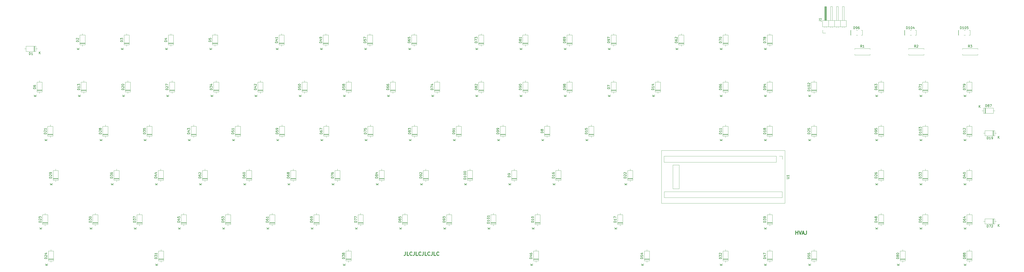
<source format=gbr>
G04 #@! TF.GenerationSoftware,KiCad,Pcbnew,5.1.5+dfsg1-2build2*
G04 #@! TF.CreationDate,2021-12-29T16:38:46+01:00*
G04 #@! TF.ProjectId,ntc-6251-qmk-pcb-rounded,6e74632d-3632-4353-912d-716d6b2d7063,rev?*
G04 #@! TF.SameCoordinates,Original*
G04 #@! TF.FileFunction,Legend,Top*
G04 #@! TF.FilePolarity,Positive*
%FSLAX46Y46*%
G04 Gerber Fmt 4.6, Leading zero omitted, Abs format (unit mm)*
G04 Created by KiCad (PCBNEW 5.1.5+dfsg1-2build2) date 2021-12-29 16:38:46*
%MOMM*%
%LPD*%
G04 APERTURE LIST*
%ADD10C,0.300000*%
%ADD11C,0.120000*%
%ADD12C,0.150000*%
G04 APERTURE END LIST*
D10*
X208931428Y-154058571D02*
X208931428Y-155130000D01*
X208860000Y-155344285D01*
X208717142Y-155487142D01*
X208502857Y-155558571D01*
X208360000Y-155558571D01*
X210360000Y-155558571D02*
X209645714Y-155558571D01*
X209645714Y-154058571D01*
X211717142Y-155415714D02*
X211645714Y-155487142D01*
X211431428Y-155558571D01*
X211288571Y-155558571D01*
X211074285Y-155487142D01*
X210931428Y-155344285D01*
X210860000Y-155201428D01*
X210788571Y-154915714D01*
X210788571Y-154701428D01*
X210860000Y-154415714D01*
X210931428Y-154272857D01*
X211074285Y-154130000D01*
X211288571Y-154058571D01*
X211431428Y-154058571D01*
X211645714Y-154130000D01*
X211717142Y-154201428D01*
X212788571Y-154058571D02*
X212788571Y-155130000D01*
X212717142Y-155344285D01*
X212574285Y-155487142D01*
X212360000Y-155558571D01*
X212217142Y-155558571D01*
X214217142Y-155558571D02*
X213502857Y-155558571D01*
X213502857Y-154058571D01*
X215574285Y-155415714D02*
X215502857Y-155487142D01*
X215288571Y-155558571D01*
X215145714Y-155558571D01*
X214931428Y-155487142D01*
X214788571Y-155344285D01*
X214717142Y-155201428D01*
X214645714Y-154915714D01*
X214645714Y-154701428D01*
X214717142Y-154415714D01*
X214788571Y-154272857D01*
X214931428Y-154130000D01*
X215145714Y-154058571D01*
X215288571Y-154058571D01*
X215502857Y-154130000D01*
X215574285Y-154201428D01*
X216645714Y-154058571D02*
X216645714Y-155130000D01*
X216574285Y-155344285D01*
X216431428Y-155487142D01*
X216217142Y-155558571D01*
X216074285Y-155558571D01*
X218074285Y-155558571D02*
X217360000Y-155558571D01*
X217360000Y-154058571D01*
X219431428Y-155415714D02*
X219360000Y-155487142D01*
X219145714Y-155558571D01*
X219002857Y-155558571D01*
X218788571Y-155487142D01*
X218645714Y-155344285D01*
X218574285Y-155201428D01*
X218502857Y-154915714D01*
X218502857Y-154701428D01*
X218574285Y-154415714D01*
X218645714Y-154272857D01*
X218788571Y-154130000D01*
X219002857Y-154058571D01*
X219145714Y-154058571D01*
X219360000Y-154130000D01*
X219431428Y-154201428D01*
X220502857Y-154058571D02*
X220502857Y-155130000D01*
X220431428Y-155344285D01*
X220288571Y-155487142D01*
X220074285Y-155558571D01*
X219931428Y-155558571D01*
X221931428Y-155558571D02*
X221217142Y-155558571D01*
X221217142Y-154058571D01*
X223288571Y-155415714D02*
X223217142Y-155487142D01*
X223002857Y-155558571D01*
X222860000Y-155558571D01*
X222645714Y-155487142D01*
X222502857Y-155344285D01*
X222431428Y-155201428D01*
X222360000Y-154915714D01*
X222360000Y-154701428D01*
X222431428Y-154415714D01*
X222502857Y-154272857D01*
X222645714Y-154130000D01*
X222860000Y-154058571D01*
X223002857Y-154058571D01*
X223217142Y-154130000D01*
X223288571Y-154201428D01*
D11*
X49780000Y-67590000D02*
X49780000Y-65350000D01*
X49780000Y-65350000D02*
X45540000Y-65350000D01*
X45540000Y-65350000D02*
X45540000Y-67590000D01*
X45540000Y-67590000D02*
X49780000Y-67590000D01*
X50430000Y-66470000D02*
X49780000Y-66470000D01*
X44890000Y-66470000D02*
X45540000Y-66470000D01*
X49060000Y-67590000D02*
X49060000Y-65350000D01*
X48940000Y-67590000D02*
X48940000Y-65350000D01*
X49180000Y-67590000D02*
X49180000Y-65350000D01*
X68720000Y-64180000D02*
X70960000Y-64180000D01*
X68720000Y-63940000D02*
X70960000Y-63940000D01*
X68720000Y-64060000D02*
X70960000Y-64060000D01*
X69840000Y-59890000D02*
X69840000Y-60540000D01*
X69840000Y-65430000D02*
X69840000Y-64780000D01*
X68720000Y-60540000D02*
X68720000Y-64780000D01*
X70960000Y-60540000D02*
X68720000Y-60540000D01*
X70960000Y-64780000D02*
X70960000Y-60540000D01*
X68720000Y-64780000D02*
X70960000Y-64780000D01*
X87743333Y-64780000D02*
X89983333Y-64780000D01*
X89983333Y-64780000D02*
X89983333Y-60540000D01*
X89983333Y-60540000D02*
X87743333Y-60540000D01*
X87743333Y-60540000D02*
X87743333Y-64780000D01*
X88863333Y-65430000D02*
X88863333Y-64780000D01*
X88863333Y-59890000D02*
X88863333Y-60540000D01*
X87743333Y-64060000D02*
X89983333Y-64060000D01*
X87743333Y-63940000D02*
X89983333Y-63940000D01*
X87743333Y-64180000D02*
X89983333Y-64180000D01*
X106766666Y-64180000D02*
X109006666Y-64180000D01*
X106766666Y-63940000D02*
X109006666Y-63940000D01*
X106766666Y-64060000D02*
X109006666Y-64060000D01*
X107886666Y-59890000D02*
X107886666Y-60540000D01*
X107886666Y-65430000D02*
X107886666Y-64780000D01*
X106766666Y-60540000D02*
X106766666Y-64780000D01*
X109006666Y-60540000D02*
X106766666Y-60540000D01*
X109006666Y-64780000D02*
X109006666Y-60540000D01*
X106766666Y-64780000D02*
X109006666Y-64780000D01*
X125790000Y-64180000D02*
X128030000Y-64180000D01*
X125790000Y-63940000D02*
X128030000Y-63940000D01*
X125790000Y-64060000D02*
X128030000Y-64060000D01*
X126910000Y-59890000D02*
X126910000Y-60540000D01*
X126910000Y-65430000D02*
X126910000Y-64780000D01*
X125790000Y-60540000D02*
X125790000Y-64780000D01*
X128030000Y-60540000D02*
X125790000Y-60540000D01*
X128030000Y-64780000D02*
X128030000Y-60540000D01*
X125790000Y-64780000D02*
X128030000Y-64780000D01*
X50230000Y-84460000D02*
X52470000Y-84460000D01*
X50230000Y-84220000D02*
X52470000Y-84220000D01*
X50230000Y-84340000D02*
X52470000Y-84340000D01*
X51350000Y-80170000D02*
X51350000Y-80820000D01*
X51350000Y-85710000D02*
X51350000Y-85060000D01*
X50230000Y-80820000D02*
X50230000Y-85060000D01*
X52470000Y-80820000D02*
X50230000Y-80820000D01*
X52470000Y-85060000D02*
X52470000Y-80820000D01*
X50230000Y-85060000D02*
X52470000Y-85060000D01*
X297462141Y-85060000D02*
X299702141Y-85060000D01*
X299702141Y-85060000D02*
X299702141Y-80820000D01*
X299702141Y-80820000D02*
X297462141Y-80820000D01*
X297462141Y-80820000D02*
X297462141Y-85060000D01*
X298582141Y-85710000D02*
X298582141Y-85060000D01*
X298582141Y-80170000D02*
X298582141Y-80820000D01*
X297462141Y-84340000D02*
X299702141Y-84340000D01*
X297462141Y-84220000D02*
X299702141Y-84220000D01*
X297462141Y-84460000D02*
X299702141Y-84460000D01*
X268786360Y-103490000D02*
X271026360Y-103490000D01*
X268786360Y-103250000D02*
X271026360Y-103250000D01*
X268786360Y-103370000D02*
X271026360Y-103370000D01*
X269906360Y-99200000D02*
X269906360Y-99850000D01*
X269906360Y-104740000D02*
X269906360Y-104090000D01*
X268786360Y-99850000D02*
X268786360Y-104090000D01*
X271026360Y-99850000D02*
X268786360Y-99850000D01*
X271026360Y-104090000D02*
X271026360Y-99850000D01*
X268786360Y-104090000D02*
X271026360Y-104090000D01*
X254600000Y-122530000D02*
X256840000Y-122530000D01*
X254600000Y-122290000D02*
X256840000Y-122290000D01*
X254600000Y-122410000D02*
X256840000Y-122410000D01*
X255720000Y-118240000D02*
X255720000Y-118890000D01*
X255720000Y-123780000D02*
X255720000Y-123130000D01*
X254600000Y-118890000D02*
X254600000Y-123130000D01*
X256840000Y-118890000D02*
X254600000Y-118890000D01*
X256840000Y-123130000D02*
X256840000Y-118890000D01*
X254600000Y-123130000D02*
X256840000Y-123130000D01*
X264700000Y-141580000D02*
X266940000Y-141580000D01*
X264700000Y-141340000D02*
X266940000Y-141340000D01*
X264700000Y-141460000D02*
X266940000Y-141460000D01*
X265820000Y-137290000D02*
X265820000Y-137940000D01*
X265820000Y-142830000D02*
X265820000Y-142180000D01*
X264700000Y-137940000D02*
X264700000Y-142180000D01*
X266940000Y-137940000D02*
X264700000Y-137940000D01*
X266940000Y-142180000D02*
X266940000Y-137940000D01*
X264700000Y-142180000D02*
X266940000Y-142180000D01*
X345600000Y-103490000D02*
X347840000Y-103490000D01*
X345600000Y-103250000D02*
X347840000Y-103250000D01*
X345600000Y-103370000D02*
X347840000Y-103370000D01*
X346720000Y-99200000D02*
X346720000Y-99850000D01*
X346720000Y-104740000D02*
X346720000Y-104090000D01*
X345600000Y-99850000D02*
X345600000Y-104090000D01*
X347840000Y-99850000D02*
X345600000Y-99850000D01*
X347840000Y-104090000D02*
X347840000Y-99850000D01*
X345600000Y-104090000D02*
X347840000Y-104090000D01*
X450630000Y-103490000D02*
X452870000Y-103490000D01*
X450630000Y-103250000D02*
X452870000Y-103250000D01*
X450630000Y-103370000D02*
X452870000Y-103370000D01*
X451750000Y-99200000D02*
X451750000Y-99850000D01*
X451750000Y-104740000D02*
X451750000Y-104090000D01*
X450630000Y-99850000D02*
X450630000Y-104090000D01*
X452870000Y-99850000D02*
X450630000Y-99850000D01*
X452870000Y-104090000D02*
X452870000Y-99850000D01*
X450630000Y-104090000D02*
X452870000Y-104090000D01*
X69247857Y-84460000D02*
X71487857Y-84460000D01*
X69247857Y-84220000D02*
X71487857Y-84220000D01*
X69247857Y-84340000D02*
X71487857Y-84340000D01*
X70367857Y-80170000D02*
X70367857Y-80820000D01*
X70367857Y-85710000D02*
X70367857Y-85060000D01*
X69247857Y-80820000D02*
X69247857Y-85060000D01*
X71487857Y-80820000D02*
X69247857Y-80820000D01*
X71487857Y-85060000D02*
X71487857Y-80820000D01*
X69247857Y-85060000D02*
X71487857Y-85060000D01*
X316480000Y-85060000D02*
X318720000Y-85060000D01*
X318720000Y-85060000D02*
X318720000Y-80820000D01*
X318720000Y-80820000D02*
X316480000Y-80820000D01*
X316480000Y-80820000D02*
X316480000Y-85060000D01*
X317600000Y-85710000D02*
X317600000Y-85060000D01*
X317600000Y-80170000D02*
X317600000Y-80820000D01*
X316480000Y-84340000D02*
X318720000Y-84340000D01*
X316480000Y-84220000D02*
X318720000Y-84220000D01*
X316480000Y-84460000D02*
X318720000Y-84460000D01*
X287810000Y-104090000D02*
X290050000Y-104090000D01*
X290050000Y-104090000D02*
X290050000Y-99850000D01*
X290050000Y-99850000D02*
X287810000Y-99850000D01*
X287810000Y-99850000D02*
X287810000Y-104090000D01*
X288930000Y-104740000D02*
X288930000Y-104090000D01*
X288930000Y-99200000D02*
X288930000Y-99850000D01*
X287810000Y-103370000D02*
X290050000Y-103370000D01*
X287810000Y-103250000D02*
X290050000Y-103250000D01*
X287810000Y-103490000D02*
X290050000Y-103490000D01*
X273640000Y-123130000D02*
X275880000Y-123130000D01*
X275880000Y-123130000D02*
X275880000Y-118890000D01*
X275880000Y-118890000D02*
X273640000Y-118890000D01*
X273640000Y-118890000D02*
X273640000Y-123130000D01*
X274760000Y-123780000D02*
X274760000Y-123130000D01*
X274760000Y-118240000D02*
X274760000Y-118890000D01*
X273640000Y-122410000D02*
X275880000Y-122410000D01*
X273640000Y-122290000D02*
X275880000Y-122290000D01*
X273640000Y-122530000D02*
X275880000Y-122530000D01*
X300230000Y-142180000D02*
X302470000Y-142180000D01*
X302470000Y-142180000D02*
X302470000Y-137940000D01*
X302470000Y-137940000D02*
X300230000Y-137940000D01*
X300230000Y-137940000D02*
X300230000Y-142180000D01*
X301350000Y-142830000D02*
X301350000Y-142180000D01*
X301350000Y-137290000D02*
X301350000Y-137940000D01*
X300230000Y-141460000D02*
X302470000Y-141460000D01*
X300230000Y-141340000D02*
X302470000Y-141340000D01*
X300230000Y-141580000D02*
X302470000Y-141580000D01*
X364650000Y-104090000D02*
X366890000Y-104090000D01*
X366890000Y-104090000D02*
X366890000Y-99850000D01*
X366890000Y-99850000D02*
X364650000Y-99850000D01*
X364650000Y-99850000D02*
X364650000Y-104090000D01*
X365770000Y-104740000D02*
X365770000Y-104090000D01*
X365770000Y-99200000D02*
X365770000Y-99850000D01*
X364650000Y-103370000D02*
X366890000Y-103370000D01*
X364650000Y-103250000D02*
X366890000Y-103250000D01*
X364650000Y-103490000D02*
X366890000Y-103490000D01*
X462100000Y-103960000D02*
X462100000Y-101720000D01*
X461860000Y-103960000D02*
X461860000Y-101720000D01*
X461980000Y-103960000D02*
X461980000Y-101720000D01*
X457810000Y-102840000D02*
X458460000Y-102840000D01*
X463350000Y-102840000D02*
X462700000Y-102840000D01*
X458460000Y-103960000D02*
X462700000Y-103960000D01*
X458460000Y-101720000D02*
X458460000Y-103960000D01*
X462700000Y-101720000D02*
X458460000Y-101720000D01*
X462700000Y-103960000D02*
X462700000Y-101720000D01*
X88265714Y-84460000D02*
X90505714Y-84460000D01*
X88265714Y-84220000D02*
X90505714Y-84220000D01*
X88265714Y-84340000D02*
X90505714Y-84340000D01*
X89385714Y-80170000D02*
X89385714Y-80820000D01*
X89385714Y-85710000D02*
X89385714Y-85060000D01*
X88265714Y-80820000D02*
X88265714Y-85060000D01*
X90505714Y-80820000D02*
X88265714Y-80820000D01*
X90505714Y-85060000D02*
X90505714Y-80820000D01*
X88265714Y-85060000D02*
X90505714Y-85060000D01*
X54850000Y-104090000D02*
X57090000Y-104090000D01*
X57090000Y-104090000D02*
X57090000Y-99850000D01*
X57090000Y-99850000D02*
X54850000Y-99850000D01*
X54850000Y-99850000D02*
X54850000Y-104090000D01*
X55970000Y-104740000D02*
X55970000Y-104090000D01*
X55970000Y-99200000D02*
X55970000Y-99850000D01*
X54850000Y-103370000D02*
X57090000Y-103370000D01*
X54850000Y-103250000D02*
X57090000Y-103250000D01*
X54850000Y-103490000D02*
X57090000Y-103490000D01*
X304550000Y-122530000D02*
X306790000Y-122530000D01*
X304550000Y-122290000D02*
X306790000Y-122290000D01*
X304550000Y-122410000D02*
X306790000Y-122410000D01*
X305670000Y-118240000D02*
X305670000Y-118890000D01*
X305670000Y-123780000D02*
X305670000Y-123130000D01*
X304550000Y-118890000D02*
X304550000Y-123130000D01*
X306790000Y-118890000D02*
X304550000Y-118890000D01*
X306790000Y-123130000D02*
X306790000Y-118890000D01*
X304550000Y-123130000D02*
X306790000Y-123130000D01*
X52630000Y-141580000D02*
X54870000Y-141580000D01*
X52630000Y-141340000D02*
X54870000Y-141340000D01*
X52630000Y-141460000D02*
X54870000Y-141460000D01*
X53750000Y-137290000D02*
X53750000Y-137940000D01*
X53750000Y-142830000D02*
X53750000Y-142180000D01*
X52630000Y-137940000D02*
X52630000Y-142180000D01*
X54870000Y-137940000D02*
X52630000Y-137940000D01*
X54870000Y-142180000D02*
X54870000Y-137940000D01*
X52630000Y-142180000D02*
X54870000Y-142180000D01*
X55130000Y-157270000D02*
X57370000Y-157270000D01*
X55130000Y-157030000D02*
X57370000Y-157030000D01*
X55130000Y-157150000D02*
X57370000Y-157150000D01*
X56250000Y-152980000D02*
X56250000Y-153630000D01*
X56250000Y-158520000D02*
X56250000Y-157870000D01*
X55130000Y-153630000D02*
X55130000Y-157870000D01*
X57370000Y-153630000D02*
X55130000Y-153630000D01*
X57370000Y-157870000D02*
X57370000Y-153630000D01*
X55130000Y-157870000D02*
X57370000Y-157870000D01*
X383710000Y-103490000D02*
X385950000Y-103490000D01*
X383710000Y-103250000D02*
X385950000Y-103250000D01*
X383710000Y-103370000D02*
X385950000Y-103370000D01*
X384830000Y-99200000D02*
X384830000Y-99850000D01*
X384830000Y-104740000D02*
X384830000Y-104090000D01*
X383710000Y-99850000D02*
X383710000Y-104090000D01*
X385950000Y-99850000D02*
X383710000Y-99850000D01*
X385950000Y-104090000D02*
X385950000Y-99850000D01*
X383710000Y-104090000D02*
X385950000Y-104090000D01*
X412580000Y-122530000D02*
X414820000Y-122530000D01*
X412580000Y-122290000D02*
X414820000Y-122290000D01*
X412580000Y-122410000D02*
X414820000Y-122410000D01*
X413700000Y-118240000D02*
X413700000Y-118890000D01*
X413700000Y-123780000D02*
X413700000Y-123130000D01*
X412580000Y-118890000D02*
X412580000Y-123130000D01*
X414820000Y-118890000D02*
X412580000Y-118890000D01*
X414820000Y-123130000D02*
X414820000Y-118890000D01*
X412580000Y-123130000D02*
X414820000Y-123130000D01*
X107283571Y-85060000D02*
X109523571Y-85060000D01*
X109523571Y-85060000D02*
X109523571Y-80820000D01*
X109523571Y-80820000D02*
X107283571Y-80820000D01*
X107283571Y-80820000D02*
X107283571Y-85060000D01*
X108403571Y-85710000D02*
X108403571Y-85060000D01*
X108403571Y-80170000D02*
X108403571Y-80820000D01*
X107283571Y-84340000D02*
X109523571Y-84340000D01*
X107283571Y-84220000D02*
X109523571Y-84220000D01*
X107283571Y-84460000D02*
X109523571Y-84460000D01*
X78550000Y-104090000D02*
X80790000Y-104090000D01*
X80790000Y-104090000D02*
X80790000Y-99850000D01*
X80790000Y-99850000D02*
X78550000Y-99850000D01*
X78550000Y-99850000D02*
X78550000Y-104090000D01*
X79670000Y-104740000D02*
X79670000Y-104090000D01*
X79670000Y-99200000D02*
X79670000Y-99850000D01*
X78550000Y-103370000D02*
X80790000Y-103370000D01*
X78550000Y-103250000D02*
X80790000Y-103250000D01*
X78550000Y-103490000D02*
X80790000Y-103490000D01*
X57160000Y-123130000D02*
X59400000Y-123130000D01*
X59400000Y-123130000D02*
X59400000Y-118890000D01*
X59400000Y-118890000D02*
X57160000Y-118890000D01*
X57160000Y-118890000D02*
X57160000Y-123130000D01*
X58280000Y-123780000D02*
X58280000Y-123130000D01*
X58280000Y-118240000D02*
X58280000Y-118890000D01*
X57160000Y-122410000D02*
X59400000Y-122410000D01*
X57160000Y-122290000D02*
X59400000Y-122290000D01*
X57160000Y-122530000D02*
X59400000Y-122530000D01*
X74230000Y-142180000D02*
X76470000Y-142180000D01*
X76470000Y-142180000D02*
X76470000Y-137940000D01*
X76470000Y-137940000D02*
X74230000Y-137940000D01*
X74230000Y-137940000D02*
X74230000Y-142180000D01*
X75350000Y-142830000D02*
X75350000Y-142180000D01*
X75350000Y-137290000D02*
X75350000Y-137940000D01*
X74230000Y-141460000D02*
X76470000Y-141460000D01*
X74230000Y-141340000D02*
X76470000Y-141340000D01*
X74230000Y-141580000D02*
X76470000Y-141580000D01*
X102550000Y-157870000D02*
X104790000Y-157870000D01*
X104790000Y-157870000D02*
X104790000Y-153630000D01*
X104790000Y-153630000D02*
X102550000Y-153630000D01*
X102550000Y-153630000D02*
X102550000Y-157870000D01*
X103670000Y-158520000D02*
X103670000Y-157870000D01*
X103670000Y-152980000D02*
X103670000Y-153630000D01*
X102550000Y-157150000D02*
X104790000Y-157150000D01*
X102550000Y-157030000D02*
X104790000Y-157030000D01*
X102550000Y-157270000D02*
X104790000Y-157270000D01*
X345610000Y-157870000D02*
X347850000Y-157870000D01*
X347850000Y-157870000D02*
X347850000Y-153630000D01*
X347850000Y-153630000D02*
X345610000Y-153630000D01*
X345610000Y-153630000D02*
X345610000Y-157870000D01*
X346730000Y-158520000D02*
X346730000Y-157870000D01*
X346730000Y-152980000D02*
X346730000Y-153630000D01*
X345610000Y-157150000D02*
X347850000Y-157150000D01*
X345610000Y-157030000D02*
X347850000Y-157030000D01*
X345610000Y-157270000D02*
X347850000Y-157270000D01*
X431610000Y-123130000D02*
X433850000Y-123130000D01*
X433850000Y-123130000D02*
X433850000Y-118890000D01*
X433850000Y-118890000D02*
X431610000Y-118890000D01*
X431610000Y-118890000D02*
X431610000Y-123130000D01*
X432730000Y-123780000D02*
X432730000Y-123130000D01*
X432730000Y-118240000D02*
X432730000Y-118890000D01*
X431610000Y-122410000D02*
X433850000Y-122410000D01*
X431610000Y-122290000D02*
X433850000Y-122290000D01*
X431610000Y-122530000D02*
X433850000Y-122530000D01*
X126301428Y-84460000D02*
X128541428Y-84460000D01*
X126301428Y-84220000D02*
X128541428Y-84220000D01*
X126301428Y-84340000D02*
X128541428Y-84340000D01*
X127421428Y-80170000D02*
X127421428Y-80820000D01*
X127421428Y-85710000D02*
X127421428Y-85060000D01*
X126301428Y-80820000D02*
X126301428Y-85060000D01*
X128541428Y-80820000D02*
X126301428Y-80820000D01*
X128541428Y-85060000D02*
X128541428Y-80820000D01*
X126301428Y-85060000D02*
X128541428Y-85060000D01*
X97573636Y-104090000D02*
X99813636Y-104090000D01*
X99813636Y-104090000D02*
X99813636Y-99850000D01*
X99813636Y-99850000D02*
X97573636Y-99850000D01*
X97573636Y-99850000D02*
X97573636Y-104090000D01*
X98693636Y-104740000D02*
X98693636Y-104090000D01*
X98693636Y-99200000D02*
X98693636Y-99850000D01*
X97573636Y-103370000D02*
X99813636Y-103370000D01*
X97573636Y-103250000D02*
X99813636Y-103250000D01*
X97573636Y-103490000D02*
X99813636Y-103490000D01*
X83390000Y-122530000D02*
X85630000Y-122530000D01*
X83390000Y-122290000D02*
X85630000Y-122290000D01*
X83390000Y-122410000D02*
X85630000Y-122410000D01*
X84510000Y-118240000D02*
X84510000Y-118890000D01*
X84510000Y-123780000D02*
X84510000Y-123130000D01*
X83390000Y-118890000D02*
X83390000Y-123130000D01*
X85630000Y-118890000D02*
X83390000Y-118890000D01*
X85630000Y-123130000D02*
X85630000Y-118890000D01*
X83390000Y-123130000D02*
X85630000Y-123130000D01*
X93277000Y-142180000D02*
X95517000Y-142180000D01*
X95517000Y-142180000D02*
X95517000Y-137940000D01*
X95517000Y-137940000D02*
X93277000Y-137940000D01*
X93277000Y-137940000D02*
X93277000Y-142180000D01*
X94397000Y-142830000D02*
X94397000Y-142180000D01*
X94397000Y-137290000D02*
X94397000Y-137940000D01*
X93277000Y-141460000D02*
X95517000Y-141460000D01*
X93277000Y-141340000D02*
X95517000Y-141340000D01*
X93277000Y-141580000D02*
X95517000Y-141580000D01*
X183280000Y-157270000D02*
X185520000Y-157270000D01*
X183280000Y-157030000D02*
X185520000Y-157030000D01*
X183280000Y-157150000D02*
X185520000Y-157150000D01*
X184400000Y-152980000D02*
X184400000Y-153630000D01*
X184400000Y-158520000D02*
X184400000Y-157870000D01*
X183280000Y-153630000D02*
X183280000Y-157870000D01*
X185520000Y-153630000D02*
X183280000Y-153630000D01*
X185520000Y-157870000D02*
X185520000Y-153630000D01*
X183280000Y-157870000D02*
X185520000Y-157870000D01*
X364660000Y-141580000D02*
X366900000Y-141580000D01*
X364660000Y-141340000D02*
X366900000Y-141340000D01*
X364660000Y-141460000D02*
X366900000Y-141460000D01*
X365780000Y-137290000D02*
X365780000Y-137940000D01*
X365780000Y-142830000D02*
X365780000Y-142180000D01*
X364660000Y-137940000D02*
X364660000Y-142180000D01*
X366900000Y-137940000D02*
X364660000Y-137940000D01*
X366900000Y-142180000D02*
X366900000Y-137940000D01*
X364660000Y-142180000D02*
X366900000Y-142180000D01*
X450630000Y-122530000D02*
X452870000Y-122530000D01*
X450630000Y-122290000D02*
X452870000Y-122290000D01*
X450630000Y-122410000D02*
X452870000Y-122410000D01*
X451750000Y-118240000D02*
X451750000Y-118890000D01*
X451750000Y-123780000D02*
X451750000Y-123130000D01*
X450630000Y-118890000D02*
X450630000Y-123130000D01*
X452870000Y-118890000D02*
X450630000Y-118890000D01*
X452870000Y-123130000D02*
X452870000Y-118890000D01*
X450630000Y-123130000D02*
X452870000Y-123130000D01*
X154450000Y-64780000D02*
X156690000Y-64780000D01*
X156690000Y-64780000D02*
X156690000Y-60540000D01*
X156690000Y-60540000D02*
X154450000Y-60540000D01*
X154450000Y-60540000D02*
X154450000Y-64780000D01*
X155570000Y-65430000D02*
X155570000Y-64780000D01*
X155570000Y-59890000D02*
X155570000Y-60540000D01*
X154450000Y-64060000D02*
X156690000Y-64060000D01*
X154450000Y-63940000D02*
X156690000Y-63940000D01*
X154450000Y-64180000D02*
X156690000Y-64180000D01*
X145319285Y-85060000D02*
X147559285Y-85060000D01*
X147559285Y-85060000D02*
X147559285Y-80820000D01*
X147559285Y-80820000D02*
X145319285Y-80820000D01*
X145319285Y-80820000D02*
X145319285Y-85060000D01*
X146439285Y-85710000D02*
X146439285Y-85060000D01*
X146439285Y-80170000D02*
X146439285Y-80820000D01*
X145319285Y-84340000D02*
X147559285Y-84340000D01*
X145319285Y-84220000D02*
X147559285Y-84220000D01*
X145319285Y-84460000D02*
X147559285Y-84460000D01*
X116597272Y-103490000D02*
X118837272Y-103490000D01*
X116597272Y-103250000D02*
X118837272Y-103250000D01*
X116597272Y-103370000D02*
X118837272Y-103370000D01*
X117717272Y-99200000D02*
X117717272Y-99850000D01*
X117717272Y-104740000D02*
X117717272Y-104090000D01*
X116597272Y-99850000D02*
X116597272Y-104090000D01*
X118837272Y-99850000D02*
X116597272Y-99850000D01*
X118837272Y-104090000D02*
X118837272Y-99850000D01*
X116597272Y-104090000D02*
X118837272Y-104090000D01*
X102413333Y-123130000D02*
X104653333Y-123130000D01*
X104653333Y-123130000D02*
X104653333Y-118890000D01*
X104653333Y-118890000D02*
X102413333Y-118890000D01*
X102413333Y-118890000D02*
X102413333Y-123130000D01*
X103533333Y-123780000D02*
X103533333Y-123130000D01*
X103533333Y-118240000D02*
X103533333Y-118890000D01*
X102413333Y-122410000D02*
X104653333Y-122410000D01*
X102413333Y-122290000D02*
X104653333Y-122290000D01*
X102413333Y-122530000D02*
X104653333Y-122530000D01*
X112324000Y-142180000D02*
X114564000Y-142180000D01*
X114564000Y-142180000D02*
X114564000Y-137940000D01*
X114564000Y-137940000D02*
X112324000Y-137940000D01*
X112324000Y-137940000D02*
X112324000Y-142180000D01*
X113444000Y-142830000D02*
X113444000Y-142180000D01*
X113444000Y-137290000D02*
X113444000Y-137940000D01*
X112324000Y-141460000D02*
X114564000Y-141460000D01*
X112324000Y-141340000D02*
X114564000Y-141340000D01*
X112324000Y-141580000D02*
X114564000Y-141580000D01*
X264000000Y-157870000D02*
X266240000Y-157870000D01*
X266240000Y-157870000D02*
X266240000Y-153630000D01*
X266240000Y-153630000D02*
X264000000Y-153630000D01*
X264000000Y-153630000D02*
X264000000Y-157870000D01*
X265120000Y-158520000D02*
X265120000Y-157870000D01*
X265120000Y-152980000D02*
X265120000Y-153630000D01*
X264000000Y-157150000D02*
X266240000Y-157150000D01*
X264000000Y-157030000D02*
X266240000Y-157030000D01*
X264000000Y-157270000D02*
X266240000Y-157270000D01*
X364660000Y-157280000D02*
X366900000Y-157280000D01*
X364660000Y-157040000D02*
X366900000Y-157040000D01*
X364660000Y-157160000D02*
X366900000Y-157160000D01*
X365780000Y-152990000D02*
X365780000Y-153640000D01*
X365780000Y-158530000D02*
X365780000Y-157880000D01*
X364660000Y-153640000D02*
X364660000Y-157880000D01*
X366900000Y-153640000D02*
X364660000Y-153640000D01*
X366900000Y-157880000D02*
X366900000Y-153640000D01*
X364660000Y-157880000D02*
X366900000Y-157880000D01*
X412580000Y-142183220D02*
X414820000Y-142183220D01*
X414820000Y-142183220D02*
X414820000Y-137943220D01*
X414820000Y-137943220D02*
X412580000Y-137943220D01*
X412580000Y-137943220D02*
X412580000Y-142183220D01*
X413700000Y-142833220D02*
X413700000Y-142183220D01*
X413700000Y-137293220D02*
X413700000Y-137943220D01*
X412580000Y-141463220D02*
X414820000Y-141463220D01*
X412580000Y-141343220D02*
X414820000Y-141343220D01*
X412580000Y-141583220D02*
X414820000Y-141583220D01*
X173473333Y-64180000D02*
X175713333Y-64180000D01*
X173473333Y-63940000D02*
X175713333Y-63940000D01*
X173473333Y-64060000D02*
X175713333Y-64060000D01*
X174593333Y-59890000D02*
X174593333Y-60540000D01*
X174593333Y-65430000D02*
X174593333Y-64780000D01*
X173473333Y-60540000D02*
X173473333Y-64780000D01*
X175713333Y-60540000D02*
X173473333Y-60540000D01*
X175713333Y-64780000D02*
X175713333Y-60540000D01*
X173473333Y-64780000D02*
X175713333Y-64780000D01*
X164337142Y-84460000D02*
X166577142Y-84460000D01*
X164337142Y-84220000D02*
X166577142Y-84220000D01*
X164337142Y-84340000D02*
X166577142Y-84340000D01*
X165457142Y-80170000D02*
X165457142Y-80820000D01*
X165457142Y-85710000D02*
X165457142Y-85060000D01*
X164337142Y-80820000D02*
X164337142Y-85060000D01*
X166577142Y-80820000D02*
X164337142Y-80820000D01*
X166577142Y-85060000D02*
X166577142Y-80820000D01*
X164337142Y-85060000D02*
X166577142Y-85060000D01*
X135620908Y-104090000D02*
X137860908Y-104090000D01*
X137860908Y-104090000D02*
X137860908Y-99850000D01*
X137860908Y-99850000D02*
X135620908Y-99850000D01*
X135620908Y-99850000D02*
X135620908Y-104090000D01*
X136740908Y-104740000D02*
X136740908Y-104090000D01*
X136740908Y-99200000D02*
X136740908Y-99850000D01*
X135620908Y-103370000D02*
X137860908Y-103370000D01*
X135620908Y-103250000D02*
X137860908Y-103250000D01*
X135620908Y-103490000D02*
X137860908Y-103490000D01*
X121436666Y-122530000D02*
X123676666Y-122530000D01*
X121436666Y-122290000D02*
X123676666Y-122290000D01*
X121436666Y-122410000D02*
X123676666Y-122410000D01*
X122556666Y-118240000D02*
X122556666Y-118890000D01*
X122556666Y-123780000D02*
X122556666Y-123130000D01*
X121436666Y-118890000D02*
X121436666Y-123130000D01*
X123676666Y-118890000D02*
X121436666Y-118890000D01*
X123676666Y-123130000D02*
X123676666Y-118890000D01*
X121436666Y-123130000D02*
X123676666Y-123130000D01*
X131371000Y-141580000D02*
X133611000Y-141580000D01*
X131371000Y-141340000D02*
X133611000Y-141340000D01*
X131371000Y-141460000D02*
X133611000Y-141460000D01*
X132491000Y-137290000D02*
X132491000Y-137940000D01*
X132491000Y-142830000D02*
X132491000Y-142180000D01*
X131371000Y-137940000D02*
X131371000Y-142180000D01*
X133611000Y-137940000D02*
X131371000Y-137940000D01*
X133611000Y-142180000D02*
X133611000Y-137940000D01*
X131371000Y-142180000D02*
X133611000Y-142180000D01*
X311760000Y-157270000D02*
X314000000Y-157270000D01*
X311760000Y-157030000D02*
X314000000Y-157030000D01*
X311760000Y-157150000D02*
X314000000Y-157150000D01*
X312880000Y-152980000D02*
X312880000Y-153630000D01*
X312880000Y-158520000D02*
X312880000Y-157870000D01*
X311760000Y-153630000D02*
X311760000Y-157870000D01*
X314000000Y-153630000D02*
X311760000Y-153630000D01*
X314000000Y-157870000D02*
X314000000Y-153630000D01*
X311760000Y-157870000D02*
X314000000Y-157870000D01*
X383710000Y-157270000D02*
X385950000Y-157270000D01*
X383710000Y-157030000D02*
X385950000Y-157030000D01*
X383710000Y-157150000D02*
X385950000Y-157150000D01*
X384830000Y-152980000D02*
X384830000Y-153630000D01*
X384830000Y-158520000D02*
X384830000Y-157870000D01*
X383710000Y-153630000D02*
X383710000Y-157870000D01*
X385950000Y-153630000D02*
X383710000Y-153630000D01*
X385950000Y-157870000D02*
X385950000Y-153630000D01*
X383710000Y-157870000D02*
X385950000Y-157870000D01*
X431620000Y-141580000D02*
X433860000Y-141580000D01*
X431620000Y-141340000D02*
X433860000Y-141340000D01*
X431620000Y-141460000D02*
X433860000Y-141460000D01*
X432740000Y-137290000D02*
X432740000Y-137940000D01*
X432740000Y-142830000D02*
X432740000Y-142180000D01*
X431620000Y-137940000D02*
X431620000Y-142180000D01*
X433860000Y-137940000D02*
X431620000Y-137940000D01*
X433860000Y-142180000D02*
X433860000Y-137940000D01*
X431620000Y-142180000D02*
X433860000Y-142180000D01*
X192496666Y-64780000D02*
X194736666Y-64780000D01*
X194736666Y-64780000D02*
X194736666Y-60540000D01*
X194736666Y-60540000D02*
X192496666Y-60540000D01*
X192496666Y-60540000D02*
X192496666Y-64780000D01*
X193616666Y-65430000D02*
X193616666Y-64780000D01*
X193616666Y-59890000D02*
X193616666Y-60540000D01*
X192496666Y-64060000D02*
X194736666Y-64060000D01*
X192496666Y-63940000D02*
X194736666Y-63940000D01*
X192496666Y-64180000D02*
X194736666Y-64180000D01*
X183354999Y-84460000D02*
X185594999Y-84460000D01*
X183354999Y-84220000D02*
X185594999Y-84220000D01*
X183354999Y-84340000D02*
X185594999Y-84340000D01*
X184474999Y-80170000D02*
X184474999Y-80820000D01*
X184474999Y-85710000D02*
X184474999Y-85060000D01*
X183354999Y-80820000D02*
X183354999Y-85060000D01*
X185594999Y-80820000D02*
X183354999Y-80820000D01*
X185594999Y-85060000D02*
X185594999Y-80820000D01*
X183354999Y-85060000D02*
X185594999Y-85060000D01*
X154644544Y-104090000D02*
X156884544Y-104090000D01*
X156884544Y-104090000D02*
X156884544Y-99850000D01*
X156884544Y-99850000D02*
X154644544Y-99850000D01*
X154644544Y-99850000D02*
X154644544Y-104090000D01*
X155764544Y-104740000D02*
X155764544Y-104090000D01*
X155764544Y-99200000D02*
X155764544Y-99850000D01*
X154644544Y-103370000D02*
X156884544Y-103370000D01*
X154644544Y-103250000D02*
X156884544Y-103250000D01*
X154644544Y-103490000D02*
X156884544Y-103490000D01*
X140459999Y-122530000D02*
X142699999Y-122530000D01*
X140459999Y-122290000D02*
X142699999Y-122290000D01*
X140459999Y-122410000D02*
X142699999Y-122410000D01*
X141579999Y-118240000D02*
X141579999Y-118890000D01*
X141579999Y-123780000D02*
X141579999Y-123130000D01*
X140459999Y-118890000D02*
X140459999Y-123130000D01*
X142699999Y-118890000D02*
X140459999Y-118890000D01*
X142699999Y-123130000D02*
X142699999Y-118890000D01*
X140459999Y-123130000D02*
X142699999Y-123130000D01*
X150418000Y-142180000D02*
X152658000Y-142180000D01*
X152658000Y-142180000D02*
X152658000Y-137940000D01*
X152658000Y-137940000D02*
X150418000Y-137940000D01*
X150418000Y-137940000D02*
X150418000Y-142180000D01*
X151538000Y-142830000D02*
X151538000Y-142180000D01*
X151538000Y-137290000D02*
X151538000Y-137940000D01*
X150418000Y-141460000D02*
X152658000Y-141460000D01*
X150418000Y-141340000D02*
X152658000Y-141340000D01*
X150418000Y-141580000D02*
X152658000Y-141580000D01*
X326550000Y-64180000D02*
X328790000Y-64180000D01*
X326550000Y-63940000D02*
X328790000Y-63940000D01*
X326550000Y-64060000D02*
X328790000Y-64060000D01*
X327670000Y-59890000D02*
X327670000Y-60540000D01*
X327670000Y-65430000D02*
X327670000Y-64780000D01*
X326550000Y-60540000D02*
X326550000Y-64780000D01*
X328790000Y-60540000D02*
X326550000Y-60540000D01*
X328790000Y-64780000D02*
X328790000Y-60540000D01*
X326550000Y-64780000D02*
X328790000Y-64780000D01*
X412580000Y-85060000D02*
X414820000Y-85060000D01*
X414820000Y-85060000D02*
X414820000Y-80820000D01*
X414820000Y-80820000D02*
X412580000Y-80820000D01*
X412580000Y-80820000D02*
X412580000Y-85060000D01*
X413700000Y-85710000D02*
X413700000Y-85060000D01*
X413700000Y-80170000D02*
X413700000Y-80820000D01*
X412580000Y-84340000D02*
X414820000Y-84340000D01*
X412580000Y-84220000D02*
X414820000Y-84220000D01*
X412580000Y-84460000D02*
X414820000Y-84460000D01*
X450650000Y-142183220D02*
X452890000Y-142183220D01*
X452890000Y-142183220D02*
X452890000Y-137943220D01*
X452890000Y-137943220D02*
X450650000Y-137943220D01*
X450650000Y-137943220D02*
X450650000Y-142183220D01*
X451770000Y-142833220D02*
X451770000Y-142183220D01*
X451770000Y-137293220D02*
X451770000Y-137943220D01*
X450650000Y-141463220D02*
X452890000Y-141463220D01*
X450650000Y-141343220D02*
X452890000Y-141343220D01*
X450650000Y-141583220D02*
X452890000Y-141583220D01*
X211520000Y-64180000D02*
X213760000Y-64180000D01*
X211520000Y-63940000D02*
X213760000Y-63940000D01*
X211520000Y-64060000D02*
X213760000Y-64060000D01*
X212640000Y-59890000D02*
X212640000Y-60540000D01*
X212640000Y-65430000D02*
X212640000Y-64780000D01*
X211520000Y-60540000D02*
X211520000Y-64780000D01*
X213760000Y-60540000D02*
X211520000Y-60540000D01*
X213760000Y-64780000D02*
X213760000Y-60540000D01*
X211520000Y-64780000D02*
X213760000Y-64780000D01*
X202372856Y-84460000D02*
X204612856Y-84460000D01*
X202372856Y-84220000D02*
X204612856Y-84220000D01*
X202372856Y-84340000D02*
X204612856Y-84340000D01*
X203492856Y-80170000D02*
X203492856Y-80820000D01*
X203492856Y-85710000D02*
X203492856Y-85060000D01*
X202372856Y-80820000D02*
X202372856Y-85060000D01*
X204612856Y-80820000D02*
X202372856Y-80820000D01*
X204612856Y-85060000D02*
X204612856Y-80820000D01*
X202372856Y-85060000D02*
X204612856Y-85060000D01*
X173668180Y-104090000D02*
X175908180Y-104090000D01*
X175908180Y-104090000D02*
X175908180Y-99850000D01*
X175908180Y-99850000D02*
X173668180Y-99850000D01*
X173668180Y-99850000D02*
X173668180Y-104090000D01*
X174788180Y-104740000D02*
X174788180Y-104090000D01*
X174788180Y-99200000D02*
X174788180Y-99850000D01*
X173668180Y-103370000D02*
X175908180Y-103370000D01*
X173668180Y-103250000D02*
X175908180Y-103250000D01*
X173668180Y-103490000D02*
X175908180Y-103490000D01*
X159483332Y-122530000D02*
X161723332Y-122530000D01*
X159483332Y-122290000D02*
X161723332Y-122290000D01*
X159483332Y-122410000D02*
X161723332Y-122410000D01*
X160603332Y-118240000D02*
X160603332Y-118890000D01*
X160603332Y-123780000D02*
X160603332Y-123130000D01*
X159483332Y-118890000D02*
X159483332Y-123130000D01*
X161723332Y-118890000D02*
X159483332Y-118890000D01*
X161723332Y-123130000D02*
X161723332Y-118890000D01*
X159483332Y-123130000D02*
X161723332Y-123130000D01*
X169465000Y-141580000D02*
X171705000Y-141580000D01*
X169465000Y-141340000D02*
X171705000Y-141340000D01*
X169465000Y-141460000D02*
X171705000Y-141460000D01*
X170585000Y-137290000D02*
X170585000Y-137940000D01*
X170585000Y-142830000D02*
X170585000Y-142180000D01*
X169465000Y-137940000D02*
X169465000Y-142180000D01*
X171705000Y-137940000D02*
X169465000Y-137940000D01*
X171705000Y-142180000D02*
X171705000Y-137940000D01*
X169465000Y-142180000D02*
X171705000Y-142180000D01*
X345610000Y-64780000D02*
X347850000Y-64780000D01*
X347850000Y-64780000D02*
X347850000Y-60540000D01*
X347850000Y-60540000D02*
X345610000Y-60540000D01*
X345610000Y-60540000D02*
X345610000Y-64780000D01*
X346730000Y-65430000D02*
X346730000Y-64780000D01*
X346730000Y-59890000D02*
X346730000Y-60540000D01*
X345610000Y-64060000D02*
X347850000Y-64060000D01*
X345610000Y-63940000D02*
X347850000Y-63940000D01*
X345610000Y-64180000D02*
X347850000Y-64180000D01*
X431610000Y-84460000D02*
X433850000Y-84460000D01*
X431610000Y-84220000D02*
X433850000Y-84220000D01*
X431610000Y-84340000D02*
X433850000Y-84340000D01*
X432730000Y-80170000D02*
X432730000Y-80820000D01*
X432730000Y-85710000D02*
X432730000Y-85060000D01*
X431610000Y-80820000D02*
X431610000Y-85060000D01*
X433850000Y-80820000D02*
X431610000Y-80820000D01*
X433850000Y-85060000D02*
X433850000Y-80820000D01*
X431610000Y-85060000D02*
X433850000Y-85060000D01*
X462098200Y-141970000D02*
X462098200Y-139730000D01*
X461858200Y-141970000D02*
X461858200Y-139730000D01*
X461978200Y-141970000D02*
X461978200Y-139730000D01*
X457808200Y-140850000D02*
X458458200Y-140850000D01*
X463348200Y-140850000D02*
X462698200Y-140850000D01*
X458458200Y-141970000D02*
X462698200Y-141970000D01*
X458458200Y-139730000D02*
X458458200Y-141970000D01*
X462698200Y-139730000D02*
X458458200Y-139730000D01*
X462698200Y-141970000D02*
X462698200Y-139730000D01*
X240390000Y-64180000D02*
X242630000Y-64180000D01*
X240390000Y-63940000D02*
X242630000Y-63940000D01*
X240390000Y-64060000D02*
X242630000Y-64060000D01*
X241510000Y-59890000D02*
X241510000Y-60540000D01*
X241510000Y-65430000D02*
X241510000Y-64780000D01*
X240390000Y-60540000D02*
X240390000Y-64780000D01*
X242630000Y-60540000D02*
X240390000Y-60540000D01*
X242630000Y-64780000D02*
X242630000Y-60540000D01*
X240390000Y-64780000D02*
X242630000Y-64780000D01*
X221390713Y-85060000D02*
X223630713Y-85060000D01*
X223630713Y-85060000D02*
X223630713Y-80820000D01*
X223630713Y-80820000D02*
X221390713Y-80820000D01*
X221390713Y-80820000D02*
X221390713Y-85060000D01*
X222510713Y-85710000D02*
X222510713Y-85060000D01*
X222510713Y-80170000D02*
X222510713Y-80820000D01*
X221390713Y-84340000D02*
X223630713Y-84340000D01*
X221390713Y-84220000D02*
X223630713Y-84220000D01*
X221390713Y-84460000D02*
X223630713Y-84460000D01*
X192691816Y-103490000D02*
X194931816Y-103490000D01*
X192691816Y-103250000D02*
X194931816Y-103250000D01*
X192691816Y-103370000D02*
X194931816Y-103370000D01*
X193811816Y-99200000D02*
X193811816Y-99850000D01*
X193811816Y-104740000D02*
X193811816Y-104090000D01*
X192691816Y-99850000D02*
X192691816Y-104090000D01*
X194931816Y-99850000D02*
X192691816Y-99850000D01*
X194931816Y-104090000D02*
X194931816Y-99850000D01*
X192691816Y-104090000D02*
X194931816Y-104090000D01*
X178506665Y-123130000D02*
X180746665Y-123130000D01*
X180746665Y-123130000D02*
X180746665Y-118890000D01*
X180746665Y-118890000D02*
X178506665Y-118890000D01*
X178506665Y-118890000D02*
X178506665Y-123130000D01*
X179626665Y-123780000D02*
X179626665Y-123130000D01*
X179626665Y-118240000D02*
X179626665Y-118890000D01*
X178506665Y-122410000D02*
X180746665Y-122410000D01*
X178506665Y-122290000D02*
X180746665Y-122290000D01*
X178506665Y-122530000D02*
X180746665Y-122530000D01*
X188512000Y-142180000D02*
X190752000Y-142180000D01*
X190752000Y-142180000D02*
X190752000Y-137940000D01*
X190752000Y-137940000D02*
X188512000Y-137940000D01*
X188512000Y-137940000D02*
X188512000Y-142180000D01*
X189632000Y-142830000D02*
X189632000Y-142180000D01*
X189632000Y-137290000D02*
X189632000Y-137940000D01*
X188512000Y-141460000D02*
X190752000Y-141460000D01*
X188512000Y-141340000D02*
X190752000Y-141340000D01*
X188512000Y-141580000D02*
X190752000Y-141580000D01*
X364660000Y-64780000D02*
X366900000Y-64780000D01*
X366900000Y-64780000D02*
X366900000Y-60540000D01*
X366900000Y-60540000D02*
X364660000Y-60540000D01*
X364660000Y-60540000D02*
X364660000Y-64780000D01*
X365780000Y-65430000D02*
X365780000Y-64780000D01*
X365780000Y-59890000D02*
X365780000Y-60540000D01*
X364660000Y-64060000D02*
X366900000Y-64060000D01*
X364660000Y-63940000D02*
X366900000Y-63940000D01*
X364660000Y-64180000D02*
X366900000Y-64180000D01*
X450630000Y-85060000D02*
X452870000Y-85060000D01*
X452870000Y-85060000D02*
X452870000Y-80820000D01*
X452870000Y-80820000D02*
X450630000Y-80820000D01*
X450630000Y-80820000D02*
X450630000Y-85060000D01*
X451750000Y-85710000D02*
X451750000Y-85060000D01*
X451750000Y-80170000D02*
X451750000Y-80820000D01*
X450630000Y-84340000D02*
X452870000Y-84340000D01*
X450630000Y-84220000D02*
X452870000Y-84220000D01*
X450630000Y-84460000D02*
X452870000Y-84460000D01*
X421920000Y-157870000D02*
X424160000Y-157870000D01*
X424160000Y-157870000D02*
X424160000Y-153630000D01*
X424160000Y-153630000D02*
X421920000Y-153630000D01*
X421920000Y-153630000D02*
X421920000Y-157870000D01*
X423040000Y-158520000D02*
X423040000Y-157870000D01*
X423040000Y-152980000D02*
X423040000Y-153630000D01*
X421920000Y-157150000D02*
X424160000Y-157150000D01*
X421920000Y-157030000D02*
X424160000Y-157030000D01*
X421920000Y-157270000D02*
X424160000Y-157270000D01*
X259413333Y-64180000D02*
X261653333Y-64180000D01*
X259413333Y-63940000D02*
X261653333Y-63940000D01*
X259413333Y-64060000D02*
X261653333Y-64060000D01*
X260533333Y-59890000D02*
X260533333Y-60540000D01*
X260533333Y-65430000D02*
X260533333Y-64780000D01*
X259413333Y-60540000D02*
X259413333Y-64780000D01*
X261653333Y-60540000D02*
X259413333Y-60540000D01*
X261653333Y-64780000D02*
X261653333Y-60540000D01*
X259413333Y-64780000D02*
X261653333Y-64780000D01*
X240408570Y-85060000D02*
X242648570Y-85060000D01*
X242648570Y-85060000D02*
X242648570Y-80820000D01*
X242648570Y-80820000D02*
X240408570Y-80820000D01*
X240408570Y-80820000D02*
X240408570Y-85060000D01*
X241528570Y-85710000D02*
X241528570Y-85060000D01*
X241528570Y-80170000D02*
X241528570Y-80820000D01*
X240408570Y-84340000D02*
X242648570Y-84340000D01*
X240408570Y-84220000D02*
X242648570Y-84220000D01*
X240408570Y-84460000D02*
X242648570Y-84460000D01*
X211715452Y-103490000D02*
X213955452Y-103490000D01*
X211715452Y-103250000D02*
X213955452Y-103250000D01*
X211715452Y-103370000D02*
X213955452Y-103370000D01*
X212835452Y-99200000D02*
X212835452Y-99850000D01*
X212835452Y-104740000D02*
X212835452Y-104090000D01*
X211715452Y-99850000D02*
X211715452Y-104090000D01*
X213955452Y-99850000D02*
X211715452Y-99850000D01*
X213955452Y-104090000D02*
X213955452Y-99850000D01*
X211715452Y-104090000D02*
X213955452Y-104090000D01*
X197529998Y-122530000D02*
X199769998Y-122530000D01*
X197529998Y-122290000D02*
X199769998Y-122290000D01*
X197529998Y-122410000D02*
X199769998Y-122410000D01*
X198649998Y-118240000D02*
X198649998Y-118890000D01*
X198649998Y-123780000D02*
X198649998Y-123130000D01*
X197529998Y-118890000D02*
X197529998Y-123130000D01*
X199769998Y-118890000D02*
X197529998Y-118890000D01*
X199769998Y-123130000D02*
X199769998Y-118890000D01*
X197529998Y-123130000D02*
X199769998Y-123130000D01*
X207559000Y-141580000D02*
X209799000Y-141580000D01*
X207559000Y-141340000D02*
X209799000Y-141340000D01*
X207559000Y-141460000D02*
X209799000Y-141460000D01*
X208679000Y-137290000D02*
X208679000Y-137940000D01*
X208679000Y-142830000D02*
X208679000Y-142180000D01*
X207559000Y-137940000D02*
X207559000Y-142180000D01*
X209799000Y-137940000D02*
X207559000Y-137940000D01*
X209799000Y-142180000D02*
X209799000Y-137940000D01*
X207559000Y-142180000D02*
X209799000Y-142180000D01*
X345610000Y-84460000D02*
X347850000Y-84460000D01*
X345610000Y-84220000D02*
X347850000Y-84220000D01*
X345610000Y-84340000D02*
X347850000Y-84340000D01*
X346730000Y-80170000D02*
X346730000Y-80820000D01*
X346730000Y-85710000D02*
X346730000Y-85060000D01*
X345610000Y-80820000D02*
X345610000Y-85060000D01*
X347850000Y-80820000D02*
X345610000Y-80820000D01*
X347850000Y-85060000D02*
X347850000Y-80820000D01*
X345610000Y-85060000D02*
X347850000Y-85060000D01*
X458440000Y-92040000D02*
X458440000Y-94280000D01*
X458680000Y-92040000D02*
X458680000Y-94280000D01*
X458560000Y-92040000D02*
X458560000Y-94280000D01*
X462730000Y-93160000D02*
X462080000Y-93160000D01*
X457190000Y-93160000D02*
X457840000Y-93160000D01*
X462080000Y-92040000D02*
X457840000Y-92040000D01*
X462080000Y-94280000D02*
X462080000Y-92040000D01*
X457840000Y-94280000D02*
X462080000Y-94280000D01*
X457840000Y-92040000D02*
X457840000Y-94280000D01*
X450640000Y-157860000D02*
X452880000Y-157860000D01*
X452880000Y-157860000D02*
X452880000Y-153620000D01*
X452880000Y-153620000D02*
X450640000Y-153620000D01*
X450640000Y-153620000D02*
X450640000Y-157860000D01*
X451760000Y-158510000D02*
X451760000Y-157860000D01*
X451760000Y-152970000D02*
X451760000Y-153620000D01*
X450640000Y-157140000D02*
X452880000Y-157140000D01*
X450640000Y-157020000D02*
X452880000Y-157020000D01*
X450640000Y-157260000D02*
X452880000Y-157260000D01*
X278436666Y-64780000D02*
X280676666Y-64780000D01*
X280676666Y-64780000D02*
X280676666Y-60540000D01*
X280676666Y-60540000D02*
X278436666Y-60540000D01*
X278436666Y-60540000D02*
X278436666Y-64780000D01*
X279556666Y-65430000D02*
X279556666Y-64780000D01*
X279556666Y-59890000D02*
X279556666Y-60540000D01*
X278436666Y-64060000D02*
X280676666Y-64060000D01*
X278436666Y-63940000D02*
X280676666Y-63940000D01*
X278436666Y-64180000D02*
X280676666Y-64180000D01*
X259426427Y-85060000D02*
X261666427Y-85060000D01*
X261666427Y-85060000D02*
X261666427Y-80820000D01*
X261666427Y-80820000D02*
X259426427Y-80820000D01*
X259426427Y-80820000D02*
X259426427Y-85060000D01*
X260546427Y-85710000D02*
X260546427Y-85060000D01*
X260546427Y-80170000D02*
X260546427Y-80820000D01*
X259426427Y-84340000D02*
X261666427Y-84340000D01*
X259426427Y-84220000D02*
X261666427Y-84220000D01*
X259426427Y-84460000D02*
X261666427Y-84460000D01*
X230739088Y-104090000D02*
X232979088Y-104090000D01*
X232979088Y-104090000D02*
X232979088Y-99850000D01*
X232979088Y-99850000D02*
X230739088Y-99850000D01*
X230739088Y-99850000D02*
X230739088Y-104090000D01*
X231859088Y-104740000D02*
X231859088Y-104090000D01*
X231859088Y-99200000D02*
X231859088Y-99850000D01*
X230739088Y-103370000D02*
X232979088Y-103370000D01*
X230739088Y-103250000D02*
X232979088Y-103250000D01*
X230739088Y-103490000D02*
X232979088Y-103490000D01*
X216553331Y-123130000D02*
X218793331Y-123130000D01*
X218793331Y-123130000D02*
X218793331Y-118890000D01*
X218793331Y-118890000D02*
X216553331Y-118890000D01*
X216553331Y-118890000D02*
X216553331Y-123130000D01*
X217673331Y-123780000D02*
X217673331Y-123130000D01*
X217673331Y-118240000D02*
X217673331Y-118890000D01*
X216553331Y-122410000D02*
X218793331Y-122410000D01*
X216553331Y-122290000D02*
X218793331Y-122290000D01*
X216553331Y-122530000D02*
X218793331Y-122530000D01*
X226606000Y-142180000D02*
X228846000Y-142180000D01*
X228846000Y-142180000D02*
X228846000Y-137940000D01*
X228846000Y-137940000D02*
X226606000Y-137940000D01*
X226606000Y-137940000D02*
X226606000Y-142180000D01*
X227726000Y-142830000D02*
X227726000Y-142180000D01*
X227726000Y-137290000D02*
X227726000Y-137940000D01*
X226606000Y-141460000D02*
X228846000Y-141460000D01*
X226606000Y-141340000D02*
X228846000Y-141340000D01*
X226606000Y-141580000D02*
X228846000Y-141580000D01*
X364650000Y-85060000D02*
X366890000Y-85060000D01*
X366890000Y-85060000D02*
X366890000Y-80820000D01*
X366890000Y-80820000D02*
X364650000Y-80820000D01*
X364650000Y-80820000D02*
X364650000Y-85060000D01*
X365770000Y-85710000D02*
X365770000Y-85060000D01*
X365770000Y-80170000D02*
X365770000Y-80820000D01*
X364650000Y-84340000D02*
X366890000Y-84340000D01*
X364650000Y-84220000D02*
X366890000Y-84220000D01*
X364650000Y-84460000D02*
X366890000Y-84460000D01*
X412580000Y-104090000D02*
X414820000Y-104090000D01*
X414820000Y-104090000D02*
X414820000Y-99850000D01*
X414820000Y-99850000D02*
X412580000Y-99850000D01*
X412580000Y-99850000D02*
X412580000Y-104090000D01*
X413700000Y-104740000D02*
X413700000Y-104090000D01*
X413700000Y-99200000D02*
X413700000Y-99850000D01*
X412580000Y-103370000D02*
X414820000Y-103370000D01*
X412580000Y-103250000D02*
X414820000Y-103250000D01*
X412580000Y-103490000D02*
X414820000Y-103490000D01*
X297460000Y-64780000D02*
X299700000Y-64780000D01*
X299700000Y-64780000D02*
X299700000Y-60540000D01*
X299700000Y-60540000D02*
X297460000Y-60540000D01*
X297460000Y-60540000D02*
X297460000Y-64780000D01*
X298580000Y-65430000D02*
X298580000Y-64780000D01*
X298580000Y-59890000D02*
X298580000Y-60540000D01*
X297460000Y-64060000D02*
X299700000Y-64060000D01*
X297460000Y-63940000D02*
X299700000Y-63940000D01*
X297460000Y-64180000D02*
X299700000Y-64180000D01*
X278444284Y-84460000D02*
X280684284Y-84460000D01*
X278444284Y-84220000D02*
X280684284Y-84220000D01*
X278444284Y-84340000D02*
X280684284Y-84340000D01*
X279564284Y-80170000D02*
X279564284Y-80820000D01*
X279564284Y-85710000D02*
X279564284Y-85060000D01*
X278444284Y-80820000D02*
X278444284Y-85060000D01*
X280684284Y-80820000D02*
X278444284Y-80820000D01*
X280684284Y-85060000D02*
X280684284Y-80820000D01*
X278444284Y-85060000D02*
X280684284Y-85060000D01*
X249762724Y-104090000D02*
X252002724Y-104090000D01*
X252002724Y-104090000D02*
X252002724Y-99850000D01*
X252002724Y-99850000D02*
X249762724Y-99850000D01*
X249762724Y-99850000D02*
X249762724Y-104090000D01*
X250882724Y-104740000D02*
X250882724Y-104090000D01*
X250882724Y-99200000D02*
X250882724Y-99850000D01*
X249762724Y-103370000D02*
X252002724Y-103370000D01*
X249762724Y-103250000D02*
X252002724Y-103250000D01*
X249762724Y-103490000D02*
X252002724Y-103490000D01*
X235576664Y-122530000D02*
X237816664Y-122530000D01*
X235576664Y-122290000D02*
X237816664Y-122290000D01*
X235576664Y-122410000D02*
X237816664Y-122410000D01*
X236696664Y-118240000D02*
X236696664Y-118890000D01*
X236696664Y-123780000D02*
X236696664Y-123130000D01*
X235576664Y-118890000D02*
X235576664Y-123130000D01*
X237816664Y-118890000D02*
X235576664Y-118890000D01*
X237816664Y-123130000D02*
X237816664Y-118890000D01*
X235576664Y-123130000D02*
X237816664Y-123130000D01*
X245653000Y-142180000D02*
X247893000Y-142180000D01*
X247893000Y-142180000D02*
X247893000Y-137940000D01*
X247893000Y-137940000D02*
X245653000Y-137940000D01*
X245653000Y-137940000D02*
X245653000Y-142180000D01*
X246773000Y-142830000D02*
X246773000Y-142180000D01*
X246773000Y-137290000D02*
X246773000Y-137940000D01*
X245653000Y-141460000D02*
X247893000Y-141460000D01*
X245653000Y-141340000D02*
X247893000Y-141340000D01*
X245653000Y-141580000D02*
X247893000Y-141580000D01*
X383700000Y-84460000D02*
X385940000Y-84460000D01*
X383700000Y-84220000D02*
X385940000Y-84220000D01*
X383700000Y-84340000D02*
X385940000Y-84340000D01*
X384820000Y-80170000D02*
X384820000Y-80820000D01*
X384820000Y-85710000D02*
X384820000Y-85060000D01*
X383700000Y-80820000D02*
X383700000Y-85060000D01*
X385940000Y-80820000D02*
X383700000Y-80820000D01*
X385940000Y-85060000D02*
X385940000Y-80820000D01*
X383700000Y-85060000D02*
X385940000Y-85060000D01*
X431610000Y-104090000D02*
X433850000Y-104090000D01*
X433850000Y-104090000D02*
X433850000Y-99850000D01*
X433850000Y-99850000D02*
X431610000Y-99850000D01*
X431610000Y-99850000D02*
X431610000Y-104090000D01*
X432730000Y-104740000D02*
X432730000Y-104090000D01*
X432730000Y-99200000D02*
X432730000Y-99850000D01*
X431610000Y-103370000D02*
X433850000Y-103370000D01*
X431610000Y-103250000D02*
X433850000Y-103250000D01*
X431610000Y-103490000D02*
X433850000Y-103490000D01*
X400570000Y-58450000D02*
X400780000Y-58450000D01*
X402940000Y-58450000D02*
X403671000Y-58450000D01*
X405130000Y-58450000D02*
X405690000Y-58450000D01*
X400570000Y-60570000D02*
X400780000Y-60570000D01*
X402940000Y-60570000D02*
X403671000Y-60570000D01*
X405130000Y-60570000D02*
X405690000Y-60570000D01*
X400570000Y-58450000D02*
X400570000Y-60570000D01*
X405690000Y-58450000D02*
X405690000Y-60570000D01*
X400690000Y-58450000D02*
X400690000Y-60570000D01*
X423890000Y-58450000D02*
X423890000Y-60570000D01*
X428890000Y-58450000D02*
X428890000Y-60570000D01*
X423770000Y-58450000D02*
X423770000Y-60570000D01*
X428330000Y-60570000D02*
X428890000Y-60570000D01*
X426140000Y-60570000D02*
X426871000Y-60570000D01*
X423770000Y-60570000D02*
X423980000Y-60570000D01*
X428330000Y-58450000D02*
X428890000Y-58450000D01*
X426140000Y-58450000D02*
X426871000Y-58450000D01*
X423770000Y-58450000D02*
X423980000Y-58450000D01*
X446970000Y-58450000D02*
X447180000Y-58450000D01*
X449340000Y-58450000D02*
X450071000Y-58450000D01*
X451530000Y-58450000D02*
X452090000Y-58450000D01*
X446970000Y-60570000D02*
X447180000Y-60570000D01*
X449340000Y-60570000D02*
X450071000Y-60570000D01*
X451530000Y-60570000D02*
X452090000Y-60570000D01*
X446970000Y-58450000D02*
X446970000Y-60570000D01*
X452090000Y-58450000D02*
X452090000Y-60570000D01*
X447090000Y-58450000D02*
X447090000Y-60570000D01*
X371180000Y-112740000D02*
X371180000Y-114070000D01*
X369850000Y-112740000D02*
X371180000Y-112740000D01*
X320320000Y-128040000D02*
X371120000Y-128040000D01*
X320320000Y-130580000D02*
X320320000Y-128040000D01*
X371120000Y-130580000D02*
X320320000Y-130580000D01*
X371120000Y-128040000D02*
X371120000Y-130580000D01*
X320260000Y-112740000D02*
X368580000Y-112740000D01*
X320260000Y-115400000D02*
X320260000Y-112740000D01*
X368580000Y-115400000D02*
X320260000Y-115400000D01*
X368580000Y-112740000D02*
X368580000Y-115400000D01*
X319145000Y-110315000D02*
X372295000Y-110315000D01*
X319145000Y-133065000D02*
X319145000Y-110315000D01*
X372295000Y-133065000D02*
X319145000Y-133065000D01*
X372295000Y-110315000D02*
X372295000Y-133065000D01*
X326731000Y-126832000D02*
X326731000Y-116552000D01*
X324071000Y-116552000D02*
X324071000Y-126832000D01*
X324071000Y-126832000D02*
X326731000Y-126832000D01*
X326731000Y-116552000D02*
X324071000Y-116552000D01*
X402400000Y-66710000D02*
X402400000Y-66380000D01*
X402400000Y-66380000D02*
X408940000Y-66380000D01*
X408940000Y-66380000D02*
X408940000Y-66710000D01*
X402400000Y-68790000D02*
X402400000Y-69120000D01*
X402400000Y-69120000D02*
X408940000Y-69120000D01*
X408940000Y-69120000D02*
X408940000Y-68790000D01*
X432140000Y-69120000D02*
X432140000Y-68790000D01*
X425600000Y-69120000D02*
X432140000Y-69120000D01*
X425600000Y-68790000D02*
X425600000Y-69120000D01*
X432140000Y-66380000D02*
X432140000Y-66710000D01*
X425600000Y-66380000D02*
X432140000Y-66380000D01*
X425600000Y-66710000D02*
X425600000Y-66380000D01*
X448800000Y-66710000D02*
X448800000Y-66380000D01*
X448800000Y-66380000D02*
X455340000Y-66380000D01*
X455340000Y-66380000D02*
X455340000Y-66710000D01*
X448800000Y-68790000D02*
X448800000Y-69120000D01*
X448800000Y-69120000D02*
X455340000Y-69120000D01*
X455340000Y-69120000D02*
X455340000Y-68790000D01*
X388490000Y-56910000D02*
X398770000Y-56910000D01*
X398770000Y-56910000D02*
X398770000Y-54250000D01*
X398770000Y-54250000D02*
X388490000Y-54250000D01*
X388490000Y-54250000D02*
X388490000Y-56910000D01*
X389440000Y-54250000D02*
X389440000Y-48250000D01*
X389440000Y-48250000D02*
X390200000Y-48250000D01*
X390200000Y-48250000D02*
X390200000Y-54250000D01*
X389500000Y-54250000D02*
X389500000Y-48250000D01*
X389620000Y-54250000D02*
X389620000Y-48250000D01*
X389740000Y-54250000D02*
X389740000Y-48250000D01*
X389860000Y-54250000D02*
X389860000Y-48250000D01*
X389980000Y-54250000D02*
X389980000Y-48250000D01*
X390100000Y-54250000D02*
X390100000Y-48250000D01*
X389440000Y-57240000D02*
X389440000Y-56910000D01*
X390200000Y-57240000D02*
X390200000Y-56910000D01*
X391090000Y-56910000D02*
X391090000Y-54250000D01*
X391980000Y-54250000D02*
X391980000Y-48250000D01*
X391980000Y-48250000D02*
X392740000Y-48250000D01*
X392740000Y-48250000D02*
X392740000Y-54250000D01*
X391980000Y-57307071D02*
X391980000Y-56910000D01*
X392740000Y-57307071D02*
X392740000Y-56910000D01*
X393630000Y-56910000D02*
X393630000Y-54250000D01*
X394520000Y-54250000D02*
X394520000Y-48250000D01*
X394520000Y-48250000D02*
X395280000Y-48250000D01*
X395280000Y-48250000D02*
X395280000Y-54250000D01*
X394520000Y-57307071D02*
X394520000Y-56910000D01*
X395280000Y-57307071D02*
X395280000Y-56910000D01*
X396170000Y-56910000D02*
X396170000Y-54250000D01*
X397060000Y-54250000D02*
X397060000Y-48250000D01*
X397060000Y-48250000D02*
X397820000Y-48250000D01*
X397820000Y-48250000D02*
X397820000Y-54250000D01*
X397060000Y-57307071D02*
X397060000Y-56910000D01*
X397820000Y-57307071D02*
X397820000Y-56910000D01*
X389820000Y-59620000D02*
X388550000Y-59620000D01*
X388550000Y-59620000D02*
X388550000Y-58350000D01*
D10*
X376997714Y-146519428D02*
X376997714Y-144995428D01*
X376997714Y-145721142D02*
X377868571Y-145721142D01*
X377868571Y-146519428D02*
X377868571Y-144995428D01*
X378376571Y-144995428D02*
X378884571Y-146519428D01*
X379392571Y-144995428D01*
X379828000Y-146084000D02*
X380553714Y-146084000D01*
X379682857Y-146519428D02*
X380190857Y-144995428D01*
X380698857Y-146519428D01*
X381642285Y-144995428D02*
X381642285Y-146084000D01*
X381569714Y-146301714D01*
X381424571Y-146446857D01*
X381206857Y-146519428D01*
X381061714Y-146519428D01*
D12*
X46921904Y-69042380D02*
X46921904Y-68042380D01*
X47160000Y-68042380D01*
X47302857Y-68090000D01*
X47398095Y-68185238D01*
X47445714Y-68280476D01*
X47493333Y-68470952D01*
X47493333Y-68613809D01*
X47445714Y-68804285D01*
X47398095Y-68899523D01*
X47302857Y-68994761D01*
X47160000Y-69042380D01*
X46921904Y-69042380D01*
X48445714Y-69042380D02*
X47874285Y-69042380D01*
X48160000Y-69042380D02*
X48160000Y-68042380D01*
X48064761Y-68185238D01*
X47969523Y-68280476D01*
X47874285Y-68328095D01*
X51208095Y-68722380D02*
X51208095Y-67722380D01*
X51779523Y-68722380D02*
X51350952Y-68150952D01*
X51779523Y-67722380D02*
X51208095Y-68293809D01*
X68172380Y-63398095D02*
X67172380Y-63398095D01*
X67172380Y-63160000D01*
X67220000Y-63017142D01*
X67315238Y-62921904D01*
X67410476Y-62874285D01*
X67600952Y-62826666D01*
X67743809Y-62826666D01*
X67934285Y-62874285D01*
X68029523Y-62921904D01*
X68124761Y-63017142D01*
X68172380Y-63160000D01*
X68172380Y-63398095D01*
X67267619Y-62445714D02*
X67220000Y-62398095D01*
X67172380Y-62302857D01*
X67172380Y-62064761D01*
X67220000Y-61969523D01*
X67267619Y-61921904D01*
X67362857Y-61874285D01*
X67458095Y-61874285D01*
X67600952Y-61921904D01*
X68172380Y-62493333D01*
X68172380Y-61874285D01*
X68492380Y-66731904D02*
X67492380Y-66731904D01*
X68492380Y-66160476D02*
X67920952Y-66589047D01*
X67492380Y-66160476D02*
X68063809Y-66731904D01*
X87195713Y-63398095D02*
X86195713Y-63398095D01*
X86195713Y-63160000D01*
X86243333Y-63017142D01*
X86338571Y-62921904D01*
X86433809Y-62874285D01*
X86624285Y-62826666D01*
X86767142Y-62826666D01*
X86957618Y-62874285D01*
X87052856Y-62921904D01*
X87148094Y-63017142D01*
X87195713Y-63160000D01*
X87195713Y-63398095D01*
X86195713Y-62493333D02*
X86195713Y-61874285D01*
X86576666Y-62207619D01*
X86576666Y-62064761D01*
X86624285Y-61969523D01*
X86671904Y-61921904D01*
X86767142Y-61874285D01*
X87005237Y-61874285D01*
X87100475Y-61921904D01*
X87148094Y-61969523D01*
X87195713Y-62064761D01*
X87195713Y-62350476D01*
X87148094Y-62445714D01*
X87100475Y-62493333D01*
X87515713Y-66731904D02*
X86515713Y-66731904D01*
X87515713Y-66160476D02*
X86944285Y-66589047D01*
X86515713Y-66160476D02*
X87087142Y-66731904D01*
X106219046Y-63398095D02*
X105219046Y-63398095D01*
X105219046Y-63160000D01*
X105266666Y-63017142D01*
X105361904Y-62921904D01*
X105457142Y-62874285D01*
X105647618Y-62826666D01*
X105790475Y-62826666D01*
X105980951Y-62874285D01*
X106076189Y-62921904D01*
X106171427Y-63017142D01*
X106219046Y-63160000D01*
X106219046Y-63398095D01*
X105552380Y-61969523D02*
X106219046Y-61969523D01*
X105171427Y-62207619D02*
X105885713Y-62445714D01*
X105885713Y-61826666D01*
X106539046Y-66731904D02*
X105539046Y-66731904D01*
X106539046Y-66160476D02*
X105967618Y-66589047D01*
X105539046Y-66160476D02*
X106110475Y-66731904D01*
X125242380Y-63398095D02*
X124242380Y-63398095D01*
X124242380Y-63160000D01*
X124290000Y-63017142D01*
X124385238Y-62921904D01*
X124480476Y-62874285D01*
X124670952Y-62826666D01*
X124813809Y-62826666D01*
X125004285Y-62874285D01*
X125099523Y-62921904D01*
X125194761Y-63017142D01*
X125242380Y-63160000D01*
X125242380Y-63398095D01*
X124242380Y-61921904D02*
X124242380Y-62398095D01*
X124718571Y-62445714D01*
X124670952Y-62398095D01*
X124623333Y-62302857D01*
X124623333Y-62064761D01*
X124670952Y-61969523D01*
X124718571Y-61921904D01*
X124813809Y-61874285D01*
X125051904Y-61874285D01*
X125147142Y-61921904D01*
X125194761Y-61969523D01*
X125242380Y-62064761D01*
X125242380Y-62302857D01*
X125194761Y-62398095D01*
X125147142Y-62445714D01*
X125562380Y-66731904D02*
X124562380Y-66731904D01*
X125562380Y-66160476D02*
X124990952Y-66589047D01*
X124562380Y-66160476D02*
X125133809Y-66731904D01*
X49682380Y-83678095D02*
X48682380Y-83678095D01*
X48682380Y-83440000D01*
X48730000Y-83297142D01*
X48825238Y-83201904D01*
X48920476Y-83154285D01*
X49110952Y-83106666D01*
X49253809Y-83106666D01*
X49444285Y-83154285D01*
X49539523Y-83201904D01*
X49634761Y-83297142D01*
X49682380Y-83440000D01*
X49682380Y-83678095D01*
X48682380Y-82249523D02*
X48682380Y-82440000D01*
X48730000Y-82535238D01*
X48777619Y-82582857D01*
X48920476Y-82678095D01*
X49110952Y-82725714D01*
X49491904Y-82725714D01*
X49587142Y-82678095D01*
X49634761Y-82630476D01*
X49682380Y-82535238D01*
X49682380Y-82344761D01*
X49634761Y-82249523D01*
X49587142Y-82201904D01*
X49491904Y-82154285D01*
X49253809Y-82154285D01*
X49158571Y-82201904D01*
X49110952Y-82249523D01*
X49063333Y-82344761D01*
X49063333Y-82535238D01*
X49110952Y-82630476D01*
X49158571Y-82678095D01*
X49253809Y-82725714D01*
X50002380Y-87011904D02*
X49002380Y-87011904D01*
X50002380Y-86440476D02*
X49430952Y-86869047D01*
X49002380Y-86440476D02*
X49573809Y-87011904D01*
X296914521Y-83678095D02*
X295914521Y-83678095D01*
X295914521Y-83440000D01*
X295962141Y-83297142D01*
X296057379Y-83201904D01*
X296152617Y-83154285D01*
X296343093Y-83106666D01*
X296485950Y-83106666D01*
X296676426Y-83154285D01*
X296771664Y-83201904D01*
X296866902Y-83297142D01*
X296914521Y-83440000D01*
X296914521Y-83678095D01*
X295914521Y-82773333D02*
X295914521Y-82106666D01*
X296914521Y-82535238D01*
X297234521Y-87011904D02*
X296234521Y-87011904D01*
X297234521Y-86440476D02*
X296663093Y-86869047D01*
X296234521Y-86440476D02*
X296805950Y-87011904D01*
X268238740Y-102708095D02*
X267238740Y-102708095D01*
X267238740Y-102470000D01*
X267286360Y-102327142D01*
X267381598Y-102231904D01*
X267476836Y-102184285D01*
X267667312Y-102136666D01*
X267810169Y-102136666D01*
X268000645Y-102184285D01*
X268095883Y-102231904D01*
X268191121Y-102327142D01*
X268238740Y-102470000D01*
X268238740Y-102708095D01*
X267667312Y-101565238D02*
X267619693Y-101660476D01*
X267572074Y-101708095D01*
X267476836Y-101755714D01*
X267429217Y-101755714D01*
X267333979Y-101708095D01*
X267286360Y-101660476D01*
X267238740Y-101565238D01*
X267238740Y-101374761D01*
X267286360Y-101279523D01*
X267333979Y-101231904D01*
X267429217Y-101184285D01*
X267476836Y-101184285D01*
X267572074Y-101231904D01*
X267619693Y-101279523D01*
X267667312Y-101374761D01*
X267667312Y-101565238D01*
X267714931Y-101660476D01*
X267762550Y-101708095D01*
X267857788Y-101755714D01*
X268048264Y-101755714D01*
X268143502Y-101708095D01*
X268191121Y-101660476D01*
X268238740Y-101565238D01*
X268238740Y-101374761D01*
X268191121Y-101279523D01*
X268143502Y-101231904D01*
X268048264Y-101184285D01*
X267857788Y-101184285D01*
X267762550Y-101231904D01*
X267714931Y-101279523D01*
X267667312Y-101374761D01*
X268558740Y-106041904D02*
X267558740Y-106041904D01*
X268558740Y-105470476D02*
X267987312Y-105899047D01*
X267558740Y-105470476D02*
X268130169Y-106041904D01*
X254052380Y-121748095D02*
X253052380Y-121748095D01*
X253052380Y-121510000D01*
X253100000Y-121367142D01*
X253195238Y-121271904D01*
X253290476Y-121224285D01*
X253480952Y-121176666D01*
X253623809Y-121176666D01*
X253814285Y-121224285D01*
X253909523Y-121271904D01*
X254004761Y-121367142D01*
X254052380Y-121510000D01*
X254052380Y-121748095D01*
X254052380Y-120700476D02*
X254052380Y-120510000D01*
X254004761Y-120414761D01*
X253957142Y-120367142D01*
X253814285Y-120271904D01*
X253623809Y-120224285D01*
X253242857Y-120224285D01*
X253147619Y-120271904D01*
X253100000Y-120319523D01*
X253052380Y-120414761D01*
X253052380Y-120605238D01*
X253100000Y-120700476D01*
X253147619Y-120748095D01*
X253242857Y-120795714D01*
X253480952Y-120795714D01*
X253576190Y-120748095D01*
X253623809Y-120700476D01*
X253671428Y-120605238D01*
X253671428Y-120414761D01*
X253623809Y-120319523D01*
X253576190Y-120271904D01*
X253480952Y-120224285D01*
X254372380Y-125081904D02*
X253372380Y-125081904D01*
X254372380Y-124510476D02*
X253800952Y-124939047D01*
X253372380Y-124510476D02*
X253943809Y-125081904D01*
X264152380Y-141274285D02*
X263152380Y-141274285D01*
X263152380Y-141036190D01*
X263200000Y-140893333D01*
X263295238Y-140798095D01*
X263390476Y-140750476D01*
X263580952Y-140702857D01*
X263723809Y-140702857D01*
X263914285Y-140750476D01*
X264009523Y-140798095D01*
X264104761Y-140893333D01*
X264152380Y-141036190D01*
X264152380Y-141274285D01*
X264152380Y-139750476D02*
X264152380Y-140321904D01*
X264152380Y-140036190D02*
X263152380Y-140036190D01*
X263295238Y-140131428D01*
X263390476Y-140226666D01*
X263438095Y-140321904D01*
X263152380Y-139131428D02*
X263152380Y-139036190D01*
X263200000Y-138940952D01*
X263247619Y-138893333D01*
X263342857Y-138845714D01*
X263533333Y-138798095D01*
X263771428Y-138798095D01*
X263961904Y-138845714D01*
X264057142Y-138893333D01*
X264104761Y-138940952D01*
X264152380Y-139036190D01*
X264152380Y-139131428D01*
X264104761Y-139226666D01*
X264057142Y-139274285D01*
X263961904Y-139321904D01*
X263771428Y-139369523D01*
X263533333Y-139369523D01*
X263342857Y-139321904D01*
X263247619Y-139274285D01*
X263200000Y-139226666D01*
X263152380Y-139131428D01*
X264472380Y-144131904D02*
X263472380Y-144131904D01*
X264472380Y-143560476D02*
X263900952Y-143989047D01*
X263472380Y-143560476D02*
X264043809Y-144131904D01*
X345052380Y-103184285D02*
X344052380Y-103184285D01*
X344052380Y-102946190D01*
X344100000Y-102803333D01*
X344195238Y-102708095D01*
X344290476Y-102660476D01*
X344480952Y-102612857D01*
X344623809Y-102612857D01*
X344814285Y-102660476D01*
X344909523Y-102708095D01*
X345004761Y-102803333D01*
X345052380Y-102946190D01*
X345052380Y-103184285D01*
X345052380Y-101660476D02*
X345052380Y-102231904D01*
X345052380Y-101946190D02*
X344052380Y-101946190D01*
X344195238Y-102041428D01*
X344290476Y-102136666D01*
X344338095Y-102231904D01*
X345052380Y-100708095D02*
X345052380Y-101279523D01*
X345052380Y-100993809D02*
X344052380Y-100993809D01*
X344195238Y-101089047D01*
X344290476Y-101184285D01*
X344338095Y-101279523D01*
X345372380Y-106041904D02*
X344372380Y-106041904D01*
X345372380Y-105470476D02*
X344800952Y-105899047D01*
X344372380Y-105470476D02*
X344943809Y-106041904D01*
X450082380Y-103184285D02*
X449082380Y-103184285D01*
X449082380Y-102946190D01*
X449130000Y-102803333D01*
X449225238Y-102708095D01*
X449320476Y-102660476D01*
X449510952Y-102612857D01*
X449653809Y-102612857D01*
X449844285Y-102660476D01*
X449939523Y-102708095D01*
X450034761Y-102803333D01*
X450082380Y-102946190D01*
X450082380Y-103184285D01*
X450082380Y-101660476D02*
X450082380Y-102231904D01*
X450082380Y-101946190D02*
X449082380Y-101946190D01*
X449225238Y-102041428D01*
X449320476Y-102136666D01*
X449368095Y-102231904D01*
X449177619Y-101279523D02*
X449130000Y-101231904D01*
X449082380Y-101136666D01*
X449082380Y-100898571D01*
X449130000Y-100803333D01*
X449177619Y-100755714D01*
X449272857Y-100708095D01*
X449368095Y-100708095D01*
X449510952Y-100755714D01*
X450082380Y-101327142D01*
X450082380Y-100708095D01*
X450402380Y-106041904D02*
X449402380Y-106041904D01*
X450402380Y-105470476D02*
X449830952Y-105899047D01*
X449402380Y-105470476D02*
X449973809Y-106041904D01*
X68700237Y-84154285D02*
X67700237Y-84154285D01*
X67700237Y-83916190D01*
X67747857Y-83773333D01*
X67843095Y-83678095D01*
X67938333Y-83630476D01*
X68128809Y-83582857D01*
X68271666Y-83582857D01*
X68462142Y-83630476D01*
X68557380Y-83678095D01*
X68652618Y-83773333D01*
X68700237Y-83916190D01*
X68700237Y-84154285D01*
X68700237Y-82630476D02*
X68700237Y-83201904D01*
X68700237Y-82916190D02*
X67700237Y-82916190D01*
X67843095Y-83011428D01*
X67938333Y-83106666D01*
X67985952Y-83201904D01*
X67700237Y-82297142D02*
X67700237Y-81678095D01*
X68081190Y-82011428D01*
X68081190Y-81868571D01*
X68128809Y-81773333D01*
X68176428Y-81725714D01*
X68271666Y-81678095D01*
X68509761Y-81678095D01*
X68604999Y-81725714D01*
X68652618Y-81773333D01*
X68700237Y-81868571D01*
X68700237Y-82154285D01*
X68652618Y-82249523D01*
X68604999Y-82297142D01*
X69020237Y-87011904D02*
X68020237Y-87011904D01*
X69020237Y-86440476D02*
X68448809Y-86869047D01*
X68020237Y-86440476D02*
X68591666Y-87011904D01*
X315932380Y-84154285D02*
X314932380Y-84154285D01*
X314932380Y-83916190D01*
X314980000Y-83773333D01*
X315075238Y-83678095D01*
X315170476Y-83630476D01*
X315360952Y-83582857D01*
X315503809Y-83582857D01*
X315694285Y-83630476D01*
X315789523Y-83678095D01*
X315884761Y-83773333D01*
X315932380Y-83916190D01*
X315932380Y-84154285D01*
X315932380Y-82630476D02*
X315932380Y-83201904D01*
X315932380Y-82916190D02*
X314932380Y-82916190D01*
X315075238Y-83011428D01*
X315170476Y-83106666D01*
X315218095Y-83201904D01*
X315265714Y-81773333D02*
X315932380Y-81773333D01*
X314884761Y-82011428D02*
X315599047Y-82249523D01*
X315599047Y-81630476D01*
X316252380Y-87011904D02*
X315252380Y-87011904D01*
X316252380Y-86440476D02*
X315680952Y-86869047D01*
X315252380Y-86440476D02*
X315823809Y-87011904D01*
X287262380Y-103184285D02*
X286262380Y-103184285D01*
X286262380Y-102946190D01*
X286310000Y-102803333D01*
X286405238Y-102708095D01*
X286500476Y-102660476D01*
X286690952Y-102612857D01*
X286833809Y-102612857D01*
X287024285Y-102660476D01*
X287119523Y-102708095D01*
X287214761Y-102803333D01*
X287262380Y-102946190D01*
X287262380Y-103184285D01*
X287262380Y-101660476D02*
X287262380Y-102231904D01*
X287262380Y-101946190D02*
X286262380Y-101946190D01*
X286405238Y-102041428D01*
X286500476Y-102136666D01*
X286548095Y-102231904D01*
X286262380Y-100755714D02*
X286262380Y-101231904D01*
X286738571Y-101279523D01*
X286690952Y-101231904D01*
X286643333Y-101136666D01*
X286643333Y-100898571D01*
X286690952Y-100803333D01*
X286738571Y-100755714D01*
X286833809Y-100708095D01*
X287071904Y-100708095D01*
X287167142Y-100755714D01*
X287214761Y-100803333D01*
X287262380Y-100898571D01*
X287262380Y-101136666D01*
X287214761Y-101231904D01*
X287167142Y-101279523D01*
X287582380Y-106041904D02*
X286582380Y-106041904D01*
X287582380Y-105470476D02*
X287010952Y-105899047D01*
X286582380Y-105470476D02*
X287153809Y-106041904D01*
X273092380Y-122224285D02*
X272092380Y-122224285D01*
X272092380Y-121986190D01*
X272140000Y-121843333D01*
X272235238Y-121748095D01*
X272330476Y-121700476D01*
X272520952Y-121652857D01*
X272663809Y-121652857D01*
X272854285Y-121700476D01*
X272949523Y-121748095D01*
X273044761Y-121843333D01*
X273092380Y-121986190D01*
X273092380Y-122224285D01*
X273092380Y-120700476D02*
X273092380Y-121271904D01*
X273092380Y-120986190D02*
X272092380Y-120986190D01*
X272235238Y-121081428D01*
X272330476Y-121176666D01*
X272378095Y-121271904D01*
X272092380Y-119843333D02*
X272092380Y-120033809D01*
X272140000Y-120129047D01*
X272187619Y-120176666D01*
X272330476Y-120271904D01*
X272520952Y-120319523D01*
X272901904Y-120319523D01*
X272997142Y-120271904D01*
X273044761Y-120224285D01*
X273092380Y-120129047D01*
X273092380Y-119938571D01*
X273044761Y-119843333D01*
X272997142Y-119795714D01*
X272901904Y-119748095D01*
X272663809Y-119748095D01*
X272568571Y-119795714D01*
X272520952Y-119843333D01*
X272473333Y-119938571D01*
X272473333Y-120129047D01*
X272520952Y-120224285D01*
X272568571Y-120271904D01*
X272663809Y-120319523D01*
X273412380Y-125081904D02*
X272412380Y-125081904D01*
X273412380Y-124510476D02*
X272840952Y-124939047D01*
X272412380Y-124510476D02*
X272983809Y-125081904D01*
X299682380Y-141274285D02*
X298682380Y-141274285D01*
X298682380Y-141036190D01*
X298730000Y-140893333D01*
X298825238Y-140798095D01*
X298920476Y-140750476D01*
X299110952Y-140702857D01*
X299253809Y-140702857D01*
X299444285Y-140750476D01*
X299539523Y-140798095D01*
X299634761Y-140893333D01*
X299682380Y-141036190D01*
X299682380Y-141274285D01*
X299682380Y-139750476D02*
X299682380Y-140321904D01*
X299682380Y-140036190D02*
X298682380Y-140036190D01*
X298825238Y-140131428D01*
X298920476Y-140226666D01*
X298968095Y-140321904D01*
X298682380Y-139417142D02*
X298682380Y-138750476D01*
X299682380Y-139179047D01*
X300002380Y-144131904D02*
X299002380Y-144131904D01*
X300002380Y-143560476D02*
X299430952Y-143989047D01*
X299002380Y-143560476D02*
X299573809Y-144131904D01*
X364102380Y-103184285D02*
X363102380Y-103184285D01*
X363102380Y-102946190D01*
X363150000Y-102803333D01*
X363245238Y-102708095D01*
X363340476Y-102660476D01*
X363530952Y-102612857D01*
X363673809Y-102612857D01*
X363864285Y-102660476D01*
X363959523Y-102708095D01*
X364054761Y-102803333D01*
X364102380Y-102946190D01*
X364102380Y-103184285D01*
X364102380Y-101660476D02*
X364102380Y-102231904D01*
X364102380Y-101946190D02*
X363102380Y-101946190D01*
X363245238Y-102041428D01*
X363340476Y-102136666D01*
X363388095Y-102231904D01*
X363530952Y-101089047D02*
X363483333Y-101184285D01*
X363435714Y-101231904D01*
X363340476Y-101279523D01*
X363292857Y-101279523D01*
X363197619Y-101231904D01*
X363150000Y-101184285D01*
X363102380Y-101089047D01*
X363102380Y-100898571D01*
X363150000Y-100803333D01*
X363197619Y-100755714D01*
X363292857Y-100708095D01*
X363340476Y-100708095D01*
X363435714Y-100755714D01*
X363483333Y-100803333D01*
X363530952Y-100898571D01*
X363530952Y-101089047D01*
X363578571Y-101184285D01*
X363626190Y-101231904D01*
X363721428Y-101279523D01*
X363911904Y-101279523D01*
X364007142Y-101231904D01*
X364054761Y-101184285D01*
X364102380Y-101089047D01*
X364102380Y-100898571D01*
X364054761Y-100803333D01*
X364007142Y-100755714D01*
X363911904Y-100708095D01*
X363721428Y-100708095D01*
X363626190Y-100755714D01*
X363578571Y-100803333D01*
X363530952Y-100898571D01*
X364422380Y-106041904D02*
X363422380Y-106041904D01*
X364422380Y-105470476D02*
X363850952Y-105899047D01*
X363422380Y-105470476D02*
X363993809Y-106041904D01*
X459365714Y-105412380D02*
X459365714Y-104412380D01*
X459603809Y-104412380D01*
X459746666Y-104460000D01*
X459841904Y-104555238D01*
X459889523Y-104650476D01*
X459937142Y-104840952D01*
X459937142Y-104983809D01*
X459889523Y-105174285D01*
X459841904Y-105269523D01*
X459746666Y-105364761D01*
X459603809Y-105412380D01*
X459365714Y-105412380D01*
X460889523Y-105412380D02*
X460318095Y-105412380D01*
X460603809Y-105412380D02*
X460603809Y-104412380D01*
X460508571Y-104555238D01*
X460413333Y-104650476D01*
X460318095Y-104698095D01*
X461365714Y-105412380D02*
X461556190Y-105412380D01*
X461651428Y-105364761D01*
X461699047Y-105317142D01*
X461794285Y-105174285D01*
X461841904Y-104983809D01*
X461841904Y-104602857D01*
X461794285Y-104507619D01*
X461746666Y-104460000D01*
X461651428Y-104412380D01*
X461460952Y-104412380D01*
X461365714Y-104460000D01*
X461318095Y-104507619D01*
X461270476Y-104602857D01*
X461270476Y-104840952D01*
X461318095Y-104936190D01*
X461365714Y-104983809D01*
X461460952Y-105031428D01*
X461651428Y-105031428D01*
X461746666Y-104983809D01*
X461794285Y-104936190D01*
X461841904Y-104840952D01*
X464128095Y-105092380D02*
X464128095Y-104092380D01*
X464699523Y-105092380D02*
X464270952Y-104520952D01*
X464699523Y-104092380D02*
X464128095Y-104663809D01*
X87718094Y-84154285D02*
X86718094Y-84154285D01*
X86718094Y-83916190D01*
X86765714Y-83773333D01*
X86860952Y-83678095D01*
X86956190Y-83630476D01*
X87146666Y-83582857D01*
X87289523Y-83582857D01*
X87479999Y-83630476D01*
X87575237Y-83678095D01*
X87670475Y-83773333D01*
X87718094Y-83916190D01*
X87718094Y-84154285D01*
X86813333Y-83201904D02*
X86765714Y-83154285D01*
X86718094Y-83059047D01*
X86718094Y-82820952D01*
X86765714Y-82725714D01*
X86813333Y-82678095D01*
X86908571Y-82630476D01*
X87003809Y-82630476D01*
X87146666Y-82678095D01*
X87718094Y-83249523D01*
X87718094Y-82630476D01*
X86718094Y-82011428D02*
X86718094Y-81916190D01*
X86765714Y-81820952D01*
X86813333Y-81773333D01*
X86908571Y-81725714D01*
X87099047Y-81678095D01*
X87337142Y-81678095D01*
X87527618Y-81725714D01*
X87622856Y-81773333D01*
X87670475Y-81820952D01*
X87718094Y-81916190D01*
X87718094Y-82011428D01*
X87670475Y-82106666D01*
X87622856Y-82154285D01*
X87527618Y-82201904D01*
X87337142Y-82249523D01*
X87099047Y-82249523D01*
X86908571Y-82201904D01*
X86813333Y-82154285D01*
X86765714Y-82106666D01*
X86718094Y-82011428D01*
X88038094Y-87011904D02*
X87038094Y-87011904D01*
X88038094Y-86440476D02*
X87466666Y-86869047D01*
X87038094Y-86440476D02*
X87609523Y-87011904D01*
X54302380Y-103184285D02*
X53302380Y-103184285D01*
X53302380Y-102946190D01*
X53350000Y-102803333D01*
X53445238Y-102708095D01*
X53540476Y-102660476D01*
X53730952Y-102612857D01*
X53873809Y-102612857D01*
X54064285Y-102660476D01*
X54159523Y-102708095D01*
X54254761Y-102803333D01*
X54302380Y-102946190D01*
X54302380Y-103184285D01*
X53397619Y-102231904D02*
X53350000Y-102184285D01*
X53302380Y-102089047D01*
X53302380Y-101850952D01*
X53350000Y-101755714D01*
X53397619Y-101708095D01*
X53492857Y-101660476D01*
X53588095Y-101660476D01*
X53730952Y-101708095D01*
X54302380Y-102279523D01*
X54302380Y-101660476D01*
X54302380Y-100708095D02*
X54302380Y-101279523D01*
X54302380Y-100993809D02*
X53302380Y-100993809D01*
X53445238Y-101089047D01*
X53540476Y-101184285D01*
X53588095Y-101279523D01*
X54622380Y-106041904D02*
X53622380Y-106041904D01*
X54622380Y-105470476D02*
X54050952Y-105899047D01*
X53622380Y-105470476D02*
X54193809Y-106041904D01*
X304002380Y-122224285D02*
X303002380Y-122224285D01*
X303002380Y-121986190D01*
X303050000Y-121843333D01*
X303145238Y-121748095D01*
X303240476Y-121700476D01*
X303430952Y-121652857D01*
X303573809Y-121652857D01*
X303764285Y-121700476D01*
X303859523Y-121748095D01*
X303954761Y-121843333D01*
X304002380Y-121986190D01*
X304002380Y-122224285D01*
X303097619Y-121271904D02*
X303050000Y-121224285D01*
X303002380Y-121129047D01*
X303002380Y-120890952D01*
X303050000Y-120795714D01*
X303097619Y-120748095D01*
X303192857Y-120700476D01*
X303288095Y-120700476D01*
X303430952Y-120748095D01*
X304002380Y-121319523D01*
X304002380Y-120700476D01*
X303097619Y-120319523D02*
X303050000Y-120271904D01*
X303002380Y-120176666D01*
X303002380Y-119938571D01*
X303050000Y-119843333D01*
X303097619Y-119795714D01*
X303192857Y-119748095D01*
X303288095Y-119748095D01*
X303430952Y-119795714D01*
X304002380Y-120367142D01*
X304002380Y-119748095D01*
X304322380Y-125081904D02*
X303322380Y-125081904D01*
X304322380Y-124510476D02*
X303750952Y-124939047D01*
X303322380Y-124510476D02*
X303893809Y-125081904D01*
X52082380Y-141274285D02*
X51082380Y-141274285D01*
X51082380Y-141036190D01*
X51130000Y-140893333D01*
X51225238Y-140798095D01*
X51320476Y-140750476D01*
X51510952Y-140702857D01*
X51653809Y-140702857D01*
X51844285Y-140750476D01*
X51939523Y-140798095D01*
X52034761Y-140893333D01*
X52082380Y-141036190D01*
X52082380Y-141274285D01*
X51177619Y-140321904D02*
X51130000Y-140274285D01*
X51082380Y-140179047D01*
X51082380Y-139940952D01*
X51130000Y-139845714D01*
X51177619Y-139798095D01*
X51272857Y-139750476D01*
X51368095Y-139750476D01*
X51510952Y-139798095D01*
X52082380Y-140369523D01*
X52082380Y-139750476D01*
X51082380Y-139417142D02*
X51082380Y-138798095D01*
X51463333Y-139131428D01*
X51463333Y-138988571D01*
X51510952Y-138893333D01*
X51558571Y-138845714D01*
X51653809Y-138798095D01*
X51891904Y-138798095D01*
X51987142Y-138845714D01*
X52034761Y-138893333D01*
X52082380Y-138988571D01*
X52082380Y-139274285D01*
X52034761Y-139369523D01*
X51987142Y-139417142D01*
X52402380Y-144131904D02*
X51402380Y-144131904D01*
X52402380Y-143560476D02*
X51830952Y-143989047D01*
X51402380Y-143560476D02*
X51973809Y-144131904D01*
X54582380Y-156964285D02*
X53582380Y-156964285D01*
X53582380Y-156726190D01*
X53630000Y-156583333D01*
X53725238Y-156488095D01*
X53820476Y-156440476D01*
X54010952Y-156392857D01*
X54153809Y-156392857D01*
X54344285Y-156440476D01*
X54439523Y-156488095D01*
X54534761Y-156583333D01*
X54582380Y-156726190D01*
X54582380Y-156964285D01*
X53677619Y-156011904D02*
X53630000Y-155964285D01*
X53582380Y-155869047D01*
X53582380Y-155630952D01*
X53630000Y-155535714D01*
X53677619Y-155488095D01*
X53772857Y-155440476D01*
X53868095Y-155440476D01*
X54010952Y-155488095D01*
X54582380Y-156059523D01*
X54582380Y-155440476D01*
X53915714Y-154583333D02*
X54582380Y-154583333D01*
X53534761Y-154821428D02*
X54249047Y-155059523D01*
X54249047Y-154440476D01*
X54902380Y-159821904D02*
X53902380Y-159821904D01*
X54902380Y-159250476D02*
X54330952Y-159679047D01*
X53902380Y-159250476D02*
X54473809Y-159821904D01*
X383162380Y-103184285D02*
X382162380Y-103184285D01*
X382162380Y-102946190D01*
X382210000Y-102803333D01*
X382305238Y-102708095D01*
X382400476Y-102660476D01*
X382590952Y-102612857D01*
X382733809Y-102612857D01*
X382924285Y-102660476D01*
X383019523Y-102708095D01*
X383114761Y-102803333D01*
X383162380Y-102946190D01*
X383162380Y-103184285D01*
X382257619Y-102231904D02*
X382210000Y-102184285D01*
X382162380Y-102089047D01*
X382162380Y-101850952D01*
X382210000Y-101755714D01*
X382257619Y-101708095D01*
X382352857Y-101660476D01*
X382448095Y-101660476D01*
X382590952Y-101708095D01*
X383162380Y-102279523D01*
X383162380Y-101660476D01*
X382162380Y-100755714D02*
X382162380Y-101231904D01*
X382638571Y-101279523D01*
X382590952Y-101231904D01*
X382543333Y-101136666D01*
X382543333Y-100898571D01*
X382590952Y-100803333D01*
X382638571Y-100755714D01*
X382733809Y-100708095D01*
X382971904Y-100708095D01*
X383067142Y-100755714D01*
X383114761Y-100803333D01*
X383162380Y-100898571D01*
X383162380Y-101136666D01*
X383114761Y-101231904D01*
X383067142Y-101279523D01*
X383482380Y-106041904D02*
X382482380Y-106041904D01*
X383482380Y-105470476D02*
X382910952Y-105899047D01*
X382482380Y-105470476D02*
X383053809Y-106041904D01*
X412032380Y-122224285D02*
X411032380Y-122224285D01*
X411032380Y-121986190D01*
X411080000Y-121843333D01*
X411175238Y-121748095D01*
X411270476Y-121700476D01*
X411460952Y-121652857D01*
X411603809Y-121652857D01*
X411794285Y-121700476D01*
X411889523Y-121748095D01*
X411984761Y-121843333D01*
X412032380Y-121986190D01*
X412032380Y-122224285D01*
X411127619Y-121271904D02*
X411080000Y-121224285D01*
X411032380Y-121129047D01*
X411032380Y-120890952D01*
X411080000Y-120795714D01*
X411127619Y-120748095D01*
X411222857Y-120700476D01*
X411318095Y-120700476D01*
X411460952Y-120748095D01*
X412032380Y-121319523D01*
X412032380Y-120700476D01*
X411032380Y-119843333D02*
X411032380Y-120033809D01*
X411080000Y-120129047D01*
X411127619Y-120176666D01*
X411270476Y-120271904D01*
X411460952Y-120319523D01*
X411841904Y-120319523D01*
X411937142Y-120271904D01*
X411984761Y-120224285D01*
X412032380Y-120129047D01*
X412032380Y-119938571D01*
X411984761Y-119843333D01*
X411937142Y-119795714D01*
X411841904Y-119748095D01*
X411603809Y-119748095D01*
X411508571Y-119795714D01*
X411460952Y-119843333D01*
X411413333Y-119938571D01*
X411413333Y-120129047D01*
X411460952Y-120224285D01*
X411508571Y-120271904D01*
X411603809Y-120319523D01*
X412352380Y-125081904D02*
X411352380Y-125081904D01*
X412352380Y-124510476D02*
X411780952Y-124939047D01*
X411352380Y-124510476D02*
X411923809Y-125081904D01*
X106735951Y-84154285D02*
X105735951Y-84154285D01*
X105735951Y-83916190D01*
X105783571Y-83773333D01*
X105878809Y-83678095D01*
X105974047Y-83630476D01*
X106164523Y-83582857D01*
X106307380Y-83582857D01*
X106497856Y-83630476D01*
X106593094Y-83678095D01*
X106688332Y-83773333D01*
X106735951Y-83916190D01*
X106735951Y-84154285D01*
X105831190Y-83201904D02*
X105783571Y-83154285D01*
X105735951Y-83059047D01*
X105735951Y-82820952D01*
X105783571Y-82725714D01*
X105831190Y-82678095D01*
X105926428Y-82630476D01*
X106021666Y-82630476D01*
X106164523Y-82678095D01*
X106735951Y-83249523D01*
X106735951Y-82630476D01*
X105735951Y-82297142D02*
X105735951Y-81630476D01*
X106735951Y-82059047D01*
X107055951Y-87011904D02*
X106055951Y-87011904D01*
X107055951Y-86440476D02*
X106484523Y-86869047D01*
X106055951Y-86440476D02*
X106627380Y-87011904D01*
X78002380Y-103184285D02*
X77002380Y-103184285D01*
X77002380Y-102946190D01*
X77050000Y-102803333D01*
X77145238Y-102708095D01*
X77240476Y-102660476D01*
X77430952Y-102612857D01*
X77573809Y-102612857D01*
X77764285Y-102660476D01*
X77859523Y-102708095D01*
X77954761Y-102803333D01*
X78002380Y-102946190D01*
X78002380Y-103184285D01*
X77097619Y-102231904D02*
X77050000Y-102184285D01*
X77002380Y-102089047D01*
X77002380Y-101850952D01*
X77050000Y-101755714D01*
X77097619Y-101708095D01*
X77192857Y-101660476D01*
X77288095Y-101660476D01*
X77430952Y-101708095D01*
X78002380Y-102279523D01*
X78002380Y-101660476D01*
X77430952Y-101089047D02*
X77383333Y-101184285D01*
X77335714Y-101231904D01*
X77240476Y-101279523D01*
X77192857Y-101279523D01*
X77097619Y-101231904D01*
X77050000Y-101184285D01*
X77002380Y-101089047D01*
X77002380Y-100898571D01*
X77050000Y-100803333D01*
X77097619Y-100755714D01*
X77192857Y-100708095D01*
X77240476Y-100708095D01*
X77335714Y-100755714D01*
X77383333Y-100803333D01*
X77430952Y-100898571D01*
X77430952Y-101089047D01*
X77478571Y-101184285D01*
X77526190Y-101231904D01*
X77621428Y-101279523D01*
X77811904Y-101279523D01*
X77907142Y-101231904D01*
X77954761Y-101184285D01*
X78002380Y-101089047D01*
X78002380Y-100898571D01*
X77954761Y-100803333D01*
X77907142Y-100755714D01*
X77811904Y-100708095D01*
X77621428Y-100708095D01*
X77526190Y-100755714D01*
X77478571Y-100803333D01*
X77430952Y-100898571D01*
X78322380Y-106041904D02*
X77322380Y-106041904D01*
X78322380Y-105470476D02*
X77750952Y-105899047D01*
X77322380Y-105470476D02*
X77893809Y-106041904D01*
X56612380Y-122224285D02*
X55612380Y-122224285D01*
X55612380Y-121986190D01*
X55660000Y-121843333D01*
X55755238Y-121748095D01*
X55850476Y-121700476D01*
X56040952Y-121652857D01*
X56183809Y-121652857D01*
X56374285Y-121700476D01*
X56469523Y-121748095D01*
X56564761Y-121843333D01*
X56612380Y-121986190D01*
X56612380Y-122224285D01*
X55707619Y-121271904D02*
X55660000Y-121224285D01*
X55612380Y-121129047D01*
X55612380Y-120890952D01*
X55660000Y-120795714D01*
X55707619Y-120748095D01*
X55802857Y-120700476D01*
X55898095Y-120700476D01*
X56040952Y-120748095D01*
X56612380Y-121319523D01*
X56612380Y-120700476D01*
X56612380Y-120224285D02*
X56612380Y-120033809D01*
X56564761Y-119938571D01*
X56517142Y-119890952D01*
X56374285Y-119795714D01*
X56183809Y-119748095D01*
X55802857Y-119748095D01*
X55707619Y-119795714D01*
X55660000Y-119843333D01*
X55612380Y-119938571D01*
X55612380Y-120129047D01*
X55660000Y-120224285D01*
X55707619Y-120271904D01*
X55802857Y-120319523D01*
X56040952Y-120319523D01*
X56136190Y-120271904D01*
X56183809Y-120224285D01*
X56231428Y-120129047D01*
X56231428Y-119938571D01*
X56183809Y-119843333D01*
X56136190Y-119795714D01*
X56040952Y-119748095D01*
X56932380Y-125081904D02*
X55932380Y-125081904D01*
X56932380Y-124510476D02*
X56360952Y-124939047D01*
X55932380Y-124510476D02*
X56503809Y-125081904D01*
X73682380Y-141274285D02*
X72682380Y-141274285D01*
X72682380Y-141036190D01*
X72730000Y-140893333D01*
X72825238Y-140798095D01*
X72920476Y-140750476D01*
X73110952Y-140702857D01*
X73253809Y-140702857D01*
X73444285Y-140750476D01*
X73539523Y-140798095D01*
X73634761Y-140893333D01*
X73682380Y-141036190D01*
X73682380Y-141274285D01*
X72682380Y-140369523D02*
X72682380Y-139750476D01*
X73063333Y-140083809D01*
X73063333Y-139940952D01*
X73110952Y-139845714D01*
X73158571Y-139798095D01*
X73253809Y-139750476D01*
X73491904Y-139750476D01*
X73587142Y-139798095D01*
X73634761Y-139845714D01*
X73682380Y-139940952D01*
X73682380Y-140226666D01*
X73634761Y-140321904D01*
X73587142Y-140369523D01*
X72682380Y-139131428D02*
X72682380Y-139036190D01*
X72730000Y-138940952D01*
X72777619Y-138893333D01*
X72872857Y-138845714D01*
X73063333Y-138798095D01*
X73301428Y-138798095D01*
X73491904Y-138845714D01*
X73587142Y-138893333D01*
X73634761Y-138940952D01*
X73682380Y-139036190D01*
X73682380Y-139131428D01*
X73634761Y-139226666D01*
X73587142Y-139274285D01*
X73491904Y-139321904D01*
X73301428Y-139369523D01*
X73063333Y-139369523D01*
X72872857Y-139321904D01*
X72777619Y-139274285D01*
X72730000Y-139226666D01*
X72682380Y-139131428D01*
X74002380Y-144131904D02*
X73002380Y-144131904D01*
X74002380Y-143560476D02*
X73430952Y-143989047D01*
X73002380Y-143560476D02*
X73573809Y-144131904D01*
X102002380Y-156964285D02*
X101002380Y-156964285D01*
X101002380Y-156726190D01*
X101050000Y-156583333D01*
X101145238Y-156488095D01*
X101240476Y-156440476D01*
X101430952Y-156392857D01*
X101573809Y-156392857D01*
X101764285Y-156440476D01*
X101859523Y-156488095D01*
X101954761Y-156583333D01*
X102002380Y-156726190D01*
X102002380Y-156964285D01*
X101002380Y-156059523D02*
X101002380Y-155440476D01*
X101383333Y-155773809D01*
X101383333Y-155630952D01*
X101430952Y-155535714D01*
X101478571Y-155488095D01*
X101573809Y-155440476D01*
X101811904Y-155440476D01*
X101907142Y-155488095D01*
X101954761Y-155535714D01*
X102002380Y-155630952D01*
X102002380Y-155916666D01*
X101954761Y-156011904D01*
X101907142Y-156059523D01*
X102002380Y-154488095D02*
X102002380Y-155059523D01*
X102002380Y-154773809D02*
X101002380Y-154773809D01*
X101145238Y-154869047D01*
X101240476Y-154964285D01*
X101288095Y-155059523D01*
X102322380Y-159821904D02*
X101322380Y-159821904D01*
X102322380Y-159250476D02*
X101750952Y-159679047D01*
X101322380Y-159250476D02*
X101893809Y-159821904D01*
X345062380Y-156964285D02*
X344062380Y-156964285D01*
X344062380Y-156726190D01*
X344110000Y-156583333D01*
X344205238Y-156488095D01*
X344300476Y-156440476D01*
X344490952Y-156392857D01*
X344633809Y-156392857D01*
X344824285Y-156440476D01*
X344919523Y-156488095D01*
X345014761Y-156583333D01*
X345062380Y-156726190D01*
X345062380Y-156964285D01*
X344062380Y-156059523D02*
X344062380Y-155440476D01*
X344443333Y-155773809D01*
X344443333Y-155630952D01*
X344490952Y-155535714D01*
X344538571Y-155488095D01*
X344633809Y-155440476D01*
X344871904Y-155440476D01*
X344967142Y-155488095D01*
X345014761Y-155535714D01*
X345062380Y-155630952D01*
X345062380Y-155916666D01*
X345014761Y-156011904D01*
X344967142Y-156059523D01*
X344157619Y-155059523D02*
X344110000Y-155011904D01*
X344062380Y-154916666D01*
X344062380Y-154678571D01*
X344110000Y-154583333D01*
X344157619Y-154535714D01*
X344252857Y-154488095D01*
X344348095Y-154488095D01*
X344490952Y-154535714D01*
X345062380Y-155107142D01*
X345062380Y-154488095D01*
X345382380Y-159821904D02*
X344382380Y-159821904D01*
X345382380Y-159250476D02*
X344810952Y-159679047D01*
X344382380Y-159250476D02*
X344953809Y-159821904D01*
X431062380Y-122224285D02*
X430062380Y-122224285D01*
X430062380Y-121986190D01*
X430110000Y-121843333D01*
X430205238Y-121748095D01*
X430300476Y-121700476D01*
X430490952Y-121652857D01*
X430633809Y-121652857D01*
X430824285Y-121700476D01*
X430919523Y-121748095D01*
X431014761Y-121843333D01*
X431062380Y-121986190D01*
X431062380Y-122224285D01*
X430062380Y-121319523D02*
X430062380Y-120700476D01*
X430443333Y-121033809D01*
X430443333Y-120890952D01*
X430490952Y-120795714D01*
X430538571Y-120748095D01*
X430633809Y-120700476D01*
X430871904Y-120700476D01*
X430967142Y-120748095D01*
X431014761Y-120795714D01*
X431062380Y-120890952D01*
X431062380Y-121176666D01*
X431014761Y-121271904D01*
X430967142Y-121319523D01*
X430062380Y-120367142D02*
X430062380Y-119748095D01*
X430443333Y-120081428D01*
X430443333Y-119938571D01*
X430490952Y-119843333D01*
X430538571Y-119795714D01*
X430633809Y-119748095D01*
X430871904Y-119748095D01*
X430967142Y-119795714D01*
X431014761Y-119843333D01*
X431062380Y-119938571D01*
X431062380Y-120224285D01*
X431014761Y-120319523D01*
X430967142Y-120367142D01*
X431382380Y-125081904D02*
X430382380Y-125081904D01*
X431382380Y-124510476D02*
X430810952Y-124939047D01*
X430382380Y-124510476D02*
X430953809Y-125081904D01*
X125753808Y-84154285D02*
X124753808Y-84154285D01*
X124753808Y-83916190D01*
X124801428Y-83773333D01*
X124896666Y-83678095D01*
X124991904Y-83630476D01*
X125182380Y-83582857D01*
X125325237Y-83582857D01*
X125515713Y-83630476D01*
X125610951Y-83678095D01*
X125706189Y-83773333D01*
X125753808Y-83916190D01*
X125753808Y-84154285D01*
X124753808Y-83249523D02*
X124753808Y-82630476D01*
X125134761Y-82963809D01*
X125134761Y-82820952D01*
X125182380Y-82725714D01*
X125229999Y-82678095D01*
X125325237Y-82630476D01*
X125563332Y-82630476D01*
X125658570Y-82678095D01*
X125706189Y-82725714D01*
X125753808Y-82820952D01*
X125753808Y-83106666D01*
X125706189Y-83201904D01*
X125658570Y-83249523D01*
X125087142Y-81773333D02*
X125753808Y-81773333D01*
X124706189Y-82011428D02*
X125420475Y-82249523D01*
X125420475Y-81630476D01*
X126073808Y-87011904D02*
X125073808Y-87011904D01*
X126073808Y-86440476D02*
X125502380Y-86869047D01*
X125073808Y-86440476D02*
X125645237Y-87011904D01*
X97026016Y-103184285D02*
X96026016Y-103184285D01*
X96026016Y-102946190D01*
X96073636Y-102803333D01*
X96168874Y-102708095D01*
X96264112Y-102660476D01*
X96454588Y-102612857D01*
X96597445Y-102612857D01*
X96787921Y-102660476D01*
X96883159Y-102708095D01*
X96978397Y-102803333D01*
X97026016Y-102946190D01*
X97026016Y-103184285D01*
X96026016Y-102279523D02*
X96026016Y-101660476D01*
X96406969Y-101993809D01*
X96406969Y-101850952D01*
X96454588Y-101755714D01*
X96502207Y-101708095D01*
X96597445Y-101660476D01*
X96835540Y-101660476D01*
X96930778Y-101708095D01*
X96978397Y-101755714D01*
X97026016Y-101850952D01*
X97026016Y-102136666D01*
X96978397Y-102231904D01*
X96930778Y-102279523D01*
X96026016Y-100755714D02*
X96026016Y-101231904D01*
X96502207Y-101279523D01*
X96454588Y-101231904D01*
X96406969Y-101136666D01*
X96406969Y-100898571D01*
X96454588Y-100803333D01*
X96502207Y-100755714D01*
X96597445Y-100708095D01*
X96835540Y-100708095D01*
X96930778Y-100755714D01*
X96978397Y-100803333D01*
X97026016Y-100898571D01*
X97026016Y-101136666D01*
X96978397Y-101231904D01*
X96930778Y-101279523D01*
X97346016Y-106041904D02*
X96346016Y-106041904D01*
X97346016Y-105470476D02*
X96774588Y-105899047D01*
X96346016Y-105470476D02*
X96917445Y-106041904D01*
X82842380Y-122224285D02*
X81842380Y-122224285D01*
X81842380Y-121986190D01*
X81890000Y-121843333D01*
X81985238Y-121748095D01*
X82080476Y-121700476D01*
X82270952Y-121652857D01*
X82413809Y-121652857D01*
X82604285Y-121700476D01*
X82699523Y-121748095D01*
X82794761Y-121843333D01*
X82842380Y-121986190D01*
X82842380Y-122224285D01*
X81842380Y-121319523D02*
X81842380Y-120700476D01*
X82223333Y-121033809D01*
X82223333Y-120890952D01*
X82270952Y-120795714D01*
X82318571Y-120748095D01*
X82413809Y-120700476D01*
X82651904Y-120700476D01*
X82747142Y-120748095D01*
X82794761Y-120795714D01*
X82842380Y-120890952D01*
X82842380Y-121176666D01*
X82794761Y-121271904D01*
X82747142Y-121319523D01*
X81842380Y-119843333D02*
X81842380Y-120033809D01*
X81890000Y-120129047D01*
X81937619Y-120176666D01*
X82080476Y-120271904D01*
X82270952Y-120319523D01*
X82651904Y-120319523D01*
X82747142Y-120271904D01*
X82794761Y-120224285D01*
X82842380Y-120129047D01*
X82842380Y-119938571D01*
X82794761Y-119843333D01*
X82747142Y-119795714D01*
X82651904Y-119748095D01*
X82413809Y-119748095D01*
X82318571Y-119795714D01*
X82270952Y-119843333D01*
X82223333Y-119938571D01*
X82223333Y-120129047D01*
X82270952Y-120224285D01*
X82318571Y-120271904D01*
X82413809Y-120319523D01*
X83162380Y-125081904D02*
X82162380Y-125081904D01*
X83162380Y-124510476D02*
X82590952Y-124939047D01*
X82162380Y-124510476D02*
X82733809Y-125081904D01*
X92729380Y-141274285D02*
X91729380Y-141274285D01*
X91729380Y-141036190D01*
X91777000Y-140893333D01*
X91872238Y-140798095D01*
X91967476Y-140750476D01*
X92157952Y-140702857D01*
X92300809Y-140702857D01*
X92491285Y-140750476D01*
X92586523Y-140798095D01*
X92681761Y-140893333D01*
X92729380Y-141036190D01*
X92729380Y-141274285D01*
X91729380Y-140369523D02*
X91729380Y-139750476D01*
X92110333Y-140083809D01*
X92110333Y-139940952D01*
X92157952Y-139845714D01*
X92205571Y-139798095D01*
X92300809Y-139750476D01*
X92538904Y-139750476D01*
X92634142Y-139798095D01*
X92681761Y-139845714D01*
X92729380Y-139940952D01*
X92729380Y-140226666D01*
X92681761Y-140321904D01*
X92634142Y-140369523D01*
X91729380Y-139417142D02*
X91729380Y-138750476D01*
X92729380Y-139179047D01*
X93049380Y-144131904D02*
X92049380Y-144131904D01*
X93049380Y-143560476D02*
X92477952Y-143989047D01*
X92049380Y-143560476D02*
X92620809Y-144131904D01*
X182732380Y-156964285D02*
X181732380Y-156964285D01*
X181732380Y-156726190D01*
X181780000Y-156583333D01*
X181875238Y-156488095D01*
X181970476Y-156440476D01*
X182160952Y-156392857D01*
X182303809Y-156392857D01*
X182494285Y-156440476D01*
X182589523Y-156488095D01*
X182684761Y-156583333D01*
X182732380Y-156726190D01*
X182732380Y-156964285D01*
X181732380Y-156059523D02*
X181732380Y-155440476D01*
X182113333Y-155773809D01*
X182113333Y-155630952D01*
X182160952Y-155535714D01*
X182208571Y-155488095D01*
X182303809Y-155440476D01*
X182541904Y-155440476D01*
X182637142Y-155488095D01*
X182684761Y-155535714D01*
X182732380Y-155630952D01*
X182732380Y-155916666D01*
X182684761Y-156011904D01*
X182637142Y-156059523D01*
X182160952Y-154869047D02*
X182113333Y-154964285D01*
X182065714Y-155011904D01*
X181970476Y-155059523D01*
X181922857Y-155059523D01*
X181827619Y-155011904D01*
X181780000Y-154964285D01*
X181732380Y-154869047D01*
X181732380Y-154678571D01*
X181780000Y-154583333D01*
X181827619Y-154535714D01*
X181922857Y-154488095D01*
X181970476Y-154488095D01*
X182065714Y-154535714D01*
X182113333Y-154583333D01*
X182160952Y-154678571D01*
X182160952Y-154869047D01*
X182208571Y-154964285D01*
X182256190Y-155011904D01*
X182351428Y-155059523D01*
X182541904Y-155059523D01*
X182637142Y-155011904D01*
X182684761Y-154964285D01*
X182732380Y-154869047D01*
X182732380Y-154678571D01*
X182684761Y-154583333D01*
X182637142Y-154535714D01*
X182541904Y-154488095D01*
X182351428Y-154488095D01*
X182256190Y-154535714D01*
X182208571Y-154583333D01*
X182160952Y-154678571D01*
X183052380Y-159821904D02*
X182052380Y-159821904D01*
X183052380Y-159250476D02*
X182480952Y-159679047D01*
X182052380Y-159250476D02*
X182623809Y-159821904D01*
X364112380Y-141274285D02*
X363112380Y-141274285D01*
X363112380Y-141036190D01*
X363160000Y-140893333D01*
X363255238Y-140798095D01*
X363350476Y-140750476D01*
X363540952Y-140702857D01*
X363683809Y-140702857D01*
X363874285Y-140750476D01*
X363969523Y-140798095D01*
X364064761Y-140893333D01*
X364112380Y-141036190D01*
X364112380Y-141274285D01*
X363112380Y-140369523D02*
X363112380Y-139750476D01*
X363493333Y-140083809D01*
X363493333Y-139940952D01*
X363540952Y-139845714D01*
X363588571Y-139798095D01*
X363683809Y-139750476D01*
X363921904Y-139750476D01*
X364017142Y-139798095D01*
X364064761Y-139845714D01*
X364112380Y-139940952D01*
X364112380Y-140226666D01*
X364064761Y-140321904D01*
X364017142Y-140369523D01*
X364112380Y-139274285D02*
X364112380Y-139083809D01*
X364064761Y-138988571D01*
X364017142Y-138940952D01*
X363874285Y-138845714D01*
X363683809Y-138798095D01*
X363302857Y-138798095D01*
X363207619Y-138845714D01*
X363160000Y-138893333D01*
X363112380Y-138988571D01*
X363112380Y-139179047D01*
X363160000Y-139274285D01*
X363207619Y-139321904D01*
X363302857Y-139369523D01*
X363540952Y-139369523D01*
X363636190Y-139321904D01*
X363683809Y-139274285D01*
X363731428Y-139179047D01*
X363731428Y-138988571D01*
X363683809Y-138893333D01*
X363636190Y-138845714D01*
X363540952Y-138798095D01*
X364432380Y-144131904D02*
X363432380Y-144131904D01*
X364432380Y-143560476D02*
X363860952Y-143989047D01*
X363432380Y-143560476D02*
X364003809Y-144131904D01*
X450082380Y-122224285D02*
X449082380Y-122224285D01*
X449082380Y-121986190D01*
X449130000Y-121843333D01*
X449225238Y-121748095D01*
X449320476Y-121700476D01*
X449510952Y-121652857D01*
X449653809Y-121652857D01*
X449844285Y-121700476D01*
X449939523Y-121748095D01*
X450034761Y-121843333D01*
X450082380Y-121986190D01*
X450082380Y-122224285D01*
X449415714Y-120795714D02*
X450082380Y-120795714D01*
X449034761Y-121033809D02*
X449749047Y-121271904D01*
X449749047Y-120652857D01*
X449082380Y-120081428D02*
X449082380Y-119986190D01*
X449130000Y-119890952D01*
X449177619Y-119843333D01*
X449272857Y-119795714D01*
X449463333Y-119748095D01*
X449701428Y-119748095D01*
X449891904Y-119795714D01*
X449987142Y-119843333D01*
X450034761Y-119890952D01*
X450082380Y-119986190D01*
X450082380Y-120081428D01*
X450034761Y-120176666D01*
X449987142Y-120224285D01*
X449891904Y-120271904D01*
X449701428Y-120319523D01*
X449463333Y-120319523D01*
X449272857Y-120271904D01*
X449177619Y-120224285D01*
X449130000Y-120176666D01*
X449082380Y-120081428D01*
X450402380Y-125081904D02*
X449402380Y-125081904D01*
X450402380Y-124510476D02*
X449830952Y-124939047D01*
X449402380Y-124510476D02*
X449973809Y-125081904D01*
X153902380Y-63874285D02*
X152902380Y-63874285D01*
X152902380Y-63636190D01*
X152950000Y-63493333D01*
X153045238Y-63398095D01*
X153140476Y-63350476D01*
X153330952Y-63302857D01*
X153473809Y-63302857D01*
X153664285Y-63350476D01*
X153759523Y-63398095D01*
X153854761Y-63493333D01*
X153902380Y-63636190D01*
X153902380Y-63874285D01*
X153235714Y-62445714D02*
X153902380Y-62445714D01*
X152854761Y-62683809D02*
X153569047Y-62921904D01*
X153569047Y-62302857D01*
X153902380Y-61398095D02*
X153902380Y-61969523D01*
X153902380Y-61683809D02*
X152902380Y-61683809D01*
X153045238Y-61779047D01*
X153140476Y-61874285D01*
X153188095Y-61969523D01*
X154222380Y-66731904D02*
X153222380Y-66731904D01*
X154222380Y-66160476D02*
X153650952Y-66589047D01*
X153222380Y-66160476D02*
X153793809Y-66731904D01*
X144771665Y-84154285D02*
X143771665Y-84154285D01*
X143771665Y-83916190D01*
X143819285Y-83773333D01*
X143914523Y-83678095D01*
X144009761Y-83630476D01*
X144200237Y-83582857D01*
X144343094Y-83582857D01*
X144533570Y-83630476D01*
X144628808Y-83678095D01*
X144724046Y-83773333D01*
X144771665Y-83916190D01*
X144771665Y-84154285D01*
X144104999Y-82725714D02*
X144771665Y-82725714D01*
X143724046Y-82963809D02*
X144438332Y-83201904D01*
X144438332Y-82582857D01*
X143866904Y-82249523D02*
X143819285Y-82201904D01*
X143771665Y-82106666D01*
X143771665Y-81868571D01*
X143819285Y-81773333D01*
X143866904Y-81725714D01*
X143962142Y-81678095D01*
X144057380Y-81678095D01*
X144200237Y-81725714D01*
X144771665Y-82297142D01*
X144771665Y-81678095D01*
X145091665Y-87011904D02*
X144091665Y-87011904D01*
X145091665Y-86440476D02*
X144520237Y-86869047D01*
X144091665Y-86440476D02*
X144663094Y-87011904D01*
X116049652Y-103184285D02*
X115049652Y-103184285D01*
X115049652Y-102946190D01*
X115097272Y-102803333D01*
X115192510Y-102708095D01*
X115287748Y-102660476D01*
X115478224Y-102612857D01*
X115621081Y-102612857D01*
X115811557Y-102660476D01*
X115906795Y-102708095D01*
X116002033Y-102803333D01*
X116049652Y-102946190D01*
X116049652Y-103184285D01*
X115382986Y-101755714D02*
X116049652Y-101755714D01*
X115002033Y-101993809D02*
X115716319Y-102231904D01*
X115716319Y-101612857D01*
X115049652Y-101327142D02*
X115049652Y-100708095D01*
X115430605Y-101041428D01*
X115430605Y-100898571D01*
X115478224Y-100803333D01*
X115525843Y-100755714D01*
X115621081Y-100708095D01*
X115859176Y-100708095D01*
X115954414Y-100755714D01*
X116002033Y-100803333D01*
X116049652Y-100898571D01*
X116049652Y-101184285D01*
X116002033Y-101279523D01*
X115954414Y-101327142D01*
X116369652Y-106041904D02*
X115369652Y-106041904D01*
X116369652Y-105470476D02*
X115798224Y-105899047D01*
X115369652Y-105470476D02*
X115941081Y-106041904D01*
X101865713Y-122224285D02*
X100865713Y-122224285D01*
X100865713Y-121986190D01*
X100913333Y-121843333D01*
X101008571Y-121748095D01*
X101103809Y-121700476D01*
X101294285Y-121652857D01*
X101437142Y-121652857D01*
X101627618Y-121700476D01*
X101722856Y-121748095D01*
X101818094Y-121843333D01*
X101865713Y-121986190D01*
X101865713Y-122224285D01*
X101199047Y-120795714D02*
X101865713Y-120795714D01*
X100818094Y-121033809D02*
X101532380Y-121271904D01*
X101532380Y-120652857D01*
X101199047Y-119843333D02*
X101865713Y-119843333D01*
X100818094Y-120081428D02*
X101532380Y-120319523D01*
X101532380Y-119700476D01*
X102185713Y-125081904D02*
X101185713Y-125081904D01*
X102185713Y-124510476D02*
X101614285Y-124939047D01*
X101185713Y-124510476D02*
X101757142Y-125081904D01*
X111776380Y-141274285D02*
X110776380Y-141274285D01*
X110776380Y-141036190D01*
X110824000Y-140893333D01*
X110919238Y-140798095D01*
X111014476Y-140750476D01*
X111204952Y-140702857D01*
X111347809Y-140702857D01*
X111538285Y-140750476D01*
X111633523Y-140798095D01*
X111728761Y-140893333D01*
X111776380Y-141036190D01*
X111776380Y-141274285D01*
X111109714Y-139845714D02*
X111776380Y-139845714D01*
X110728761Y-140083809D02*
X111443047Y-140321904D01*
X111443047Y-139702857D01*
X110776380Y-138845714D02*
X110776380Y-139321904D01*
X111252571Y-139369523D01*
X111204952Y-139321904D01*
X111157333Y-139226666D01*
X111157333Y-138988571D01*
X111204952Y-138893333D01*
X111252571Y-138845714D01*
X111347809Y-138798095D01*
X111585904Y-138798095D01*
X111681142Y-138845714D01*
X111728761Y-138893333D01*
X111776380Y-138988571D01*
X111776380Y-139226666D01*
X111728761Y-139321904D01*
X111681142Y-139369523D01*
X112096380Y-144131904D02*
X111096380Y-144131904D01*
X112096380Y-143560476D02*
X111524952Y-143989047D01*
X111096380Y-143560476D02*
X111667809Y-144131904D01*
X263452380Y-156964285D02*
X262452380Y-156964285D01*
X262452380Y-156726190D01*
X262500000Y-156583333D01*
X262595238Y-156488095D01*
X262690476Y-156440476D01*
X262880952Y-156392857D01*
X263023809Y-156392857D01*
X263214285Y-156440476D01*
X263309523Y-156488095D01*
X263404761Y-156583333D01*
X263452380Y-156726190D01*
X263452380Y-156964285D01*
X262785714Y-155535714D02*
X263452380Y-155535714D01*
X262404761Y-155773809D02*
X263119047Y-156011904D01*
X263119047Y-155392857D01*
X262452380Y-154583333D02*
X262452380Y-154773809D01*
X262500000Y-154869047D01*
X262547619Y-154916666D01*
X262690476Y-155011904D01*
X262880952Y-155059523D01*
X263261904Y-155059523D01*
X263357142Y-155011904D01*
X263404761Y-154964285D01*
X263452380Y-154869047D01*
X263452380Y-154678571D01*
X263404761Y-154583333D01*
X263357142Y-154535714D01*
X263261904Y-154488095D01*
X263023809Y-154488095D01*
X262928571Y-154535714D01*
X262880952Y-154583333D01*
X262833333Y-154678571D01*
X262833333Y-154869047D01*
X262880952Y-154964285D01*
X262928571Y-155011904D01*
X263023809Y-155059523D01*
X263772380Y-159821904D02*
X262772380Y-159821904D01*
X263772380Y-159250476D02*
X263200952Y-159679047D01*
X262772380Y-159250476D02*
X263343809Y-159821904D01*
X364112380Y-156974285D02*
X363112380Y-156974285D01*
X363112380Y-156736190D01*
X363160000Y-156593333D01*
X363255238Y-156498095D01*
X363350476Y-156450476D01*
X363540952Y-156402857D01*
X363683809Y-156402857D01*
X363874285Y-156450476D01*
X363969523Y-156498095D01*
X364064761Y-156593333D01*
X364112380Y-156736190D01*
X364112380Y-156974285D01*
X363445714Y-155545714D02*
X364112380Y-155545714D01*
X363064761Y-155783809D02*
X363779047Y-156021904D01*
X363779047Y-155402857D01*
X363112380Y-155117142D02*
X363112380Y-154450476D01*
X364112380Y-154879047D01*
X364432380Y-159831904D02*
X363432380Y-159831904D01*
X364432380Y-159260476D02*
X363860952Y-159689047D01*
X363432380Y-159260476D02*
X364003809Y-159831904D01*
X412032380Y-141277505D02*
X411032380Y-141277505D01*
X411032380Y-141039410D01*
X411080000Y-140896553D01*
X411175238Y-140801315D01*
X411270476Y-140753696D01*
X411460952Y-140706077D01*
X411603809Y-140706077D01*
X411794285Y-140753696D01*
X411889523Y-140801315D01*
X411984761Y-140896553D01*
X412032380Y-141039410D01*
X412032380Y-141277505D01*
X411365714Y-139848934D02*
X412032380Y-139848934D01*
X410984761Y-140087029D02*
X411699047Y-140325124D01*
X411699047Y-139706077D01*
X411460952Y-139182267D02*
X411413333Y-139277505D01*
X411365714Y-139325124D01*
X411270476Y-139372743D01*
X411222857Y-139372743D01*
X411127619Y-139325124D01*
X411080000Y-139277505D01*
X411032380Y-139182267D01*
X411032380Y-138991791D01*
X411080000Y-138896553D01*
X411127619Y-138848934D01*
X411222857Y-138801315D01*
X411270476Y-138801315D01*
X411365714Y-138848934D01*
X411413333Y-138896553D01*
X411460952Y-138991791D01*
X411460952Y-139182267D01*
X411508571Y-139277505D01*
X411556190Y-139325124D01*
X411651428Y-139372743D01*
X411841904Y-139372743D01*
X411937142Y-139325124D01*
X411984761Y-139277505D01*
X412032380Y-139182267D01*
X412032380Y-138991791D01*
X411984761Y-138896553D01*
X411937142Y-138848934D01*
X411841904Y-138801315D01*
X411651428Y-138801315D01*
X411556190Y-138848934D01*
X411508571Y-138896553D01*
X411460952Y-138991791D01*
X412352380Y-144135124D02*
X411352380Y-144135124D01*
X412352380Y-143563696D02*
X411780952Y-143992267D01*
X411352380Y-143563696D02*
X411923809Y-144135124D01*
X172925713Y-63874285D02*
X171925713Y-63874285D01*
X171925713Y-63636190D01*
X171973333Y-63493333D01*
X172068571Y-63398095D01*
X172163809Y-63350476D01*
X172354285Y-63302857D01*
X172497142Y-63302857D01*
X172687618Y-63350476D01*
X172782856Y-63398095D01*
X172878094Y-63493333D01*
X172925713Y-63636190D01*
X172925713Y-63874285D01*
X172259047Y-62445714D02*
X172925713Y-62445714D01*
X171878094Y-62683809D02*
X172592380Y-62921904D01*
X172592380Y-62302857D01*
X172925713Y-61874285D02*
X172925713Y-61683809D01*
X172878094Y-61588571D01*
X172830475Y-61540952D01*
X172687618Y-61445714D01*
X172497142Y-61398095D01*
X172116190Y-61398095D01*
X172020952Y-61445714D01*
X171973333Y-61493333D01*
X171925713Y-61588571D01*
X171925713Y-61779047D01*
X171973333Y-61874285D01*
X172020952Y-61921904D01*
X172116190Y-61969523D01*
X172354285Y-61969523D01*
X172449523Y-61921904D01*
X172497142Y-61874285D01*
X172544761Y-61779047D01*
X172544761Y-61588571D01*
X172497142Y-61493333D01*
X172449523Y-61445714D01*
X172354285Y-61398095D01*
X173245713Y-66731904D02*
X172245713Y-66731904D01*
X173245713Y-66160476D02*
X172674285Y-66589047D01*
X172245713Y-66160476D02*
X172817142Y-66731904D01*
X163789522Y-84154285D02*
X162789522Y-84154285D01*
X162789522Y-83916190D01*
X162837142Y-83773333D01*
X162932380Y-83678095D01*
X163027618Y-83630476D01*
X163218094Y-83582857D01*
X163360951Y-83582857D01*
X163551427Y-83630476D01*
X163646665Y-83678095D01*
X163741903Y-83773333D01*
X163789522Y-83916190D01*
X163789522Y-84154285D01*
X162789522Y-82678095D02*
X162789522Y-83154285D01*
X163265713Y-83201904D01*
X163218094Y-83154285D01*
X163170475Y-83059047D01*
X163170475Y-82820952D01*
X163218094Y-82725714D01*
X163265713Y-82678095D01*
X163360951Y-82630476D01*
X163599046Y-82630476D01*
X163694284Y-82678095D01*
X163741903Y-82725714D01*
X163789522Y-82820952D01*
X163789522Y-83059047D01*
X163741903Y-83154285D01*
X163694284Y-83201904D01*
X162789522Y-82011428D02*
X162789522Y-81916190D01*
X162837142Y-81820952D01*
X162884761Y-81773333D01*
X162979999Y-81725714D01*
X163170475Y-81678095D01*
X163408570Y-81678095D01*
X163599046Y-81725714D01*
X163694284Y-81773333D01*
X163741903Y-81820952D01*
X163789522Y-81916190D01*
X163789522Y-82011428D01*
X163741903Y-82106666D01*
X163694284Y-82154285D01*
X163599046Y-82201904D01*
X163408570Y-82249523D01*
X163170475Y-82249523D01*
X162979999Y-82201904D01*
X162884761Y-82154285D01*
X162837142Y-82106666D01*
X162789522Y-82011428D01*
X164109522Y-87011904D02*
X163109522Y-87011904D01*
X164109522Y-86440476D02*
X163538094Y-86869047D01*
X163109522Y-86440476D02*
X163680951Y-87011904D01*
X135073288Y-103184285D02*
X134073288Y-103184285D01*
X134073288Y-102946190D01*
X134120908Y-102803333D01*
X134216146Y-102708095D01*
X134311384Y-102660476D01*
X134501860Y-102612857D01*
X134644717Y-102612857D01*
X134835193Y-102660476D01*
X134930431Y-102708095D01*
X135025669Y-102803333D01*
X135073288Y-102946190D01*
X135073288Y-103184285D01*
X134073288Y-101708095D02*
X134073288Y-102184285D01*
X134549479Y-102231904D01*
X134501860Y-102184285D01*
X134454241Y-102089047D01*
X134454241Y-101850952D01*
X134501860Y-101755714D01*
X134549479Y-101708095D01*
X134644717Y-101660476D01*
X134882812Y-101660476D01*
X134978050Y-101708095D01*
X135025669Y-101755714D01*
X135073288Y-101850952D01*
X135073288Y-102089047D01*
X135025669Y-102184285D01*
X134978050Y-102231904D01*
X135073288Y-100708095D02*
X135073288Y-101279523D01*
X135073288Y-100993809D02*
X134073288Y-100993809D01*
X134216146Y-101089047D01*
X134311384Y-101184285D01*
X134359003Y-101279523D01*
X135393288Y-106041904D02*
X134393288Y-106041904D01*
X135393288Y-105470476D02*
X134821860Y-105899047D01*
X134393288Y-105470476D02*
X134964717Y-106041904D01*
X120889046Y-122224285D02*
X119889046Y-122224285D01*
X119889046Y-121986190D01*
X119936666Y-121843333D01*
X120031904Y-121748095D01*
X120127142Y-121700476D01*
X120317618Y-121652857D01*
X120460475Y-121652857D01*
X120650951Y-121700476D01*
X120746189Y-121748095D01*
X120841427Y-121843333D01*
X120889046Y-121986190D01*
X120889046Y-122224285D01*
X119889046Y-120748095D02*
X119889046Y-121224285D01*
X120365237Y-121271904D01*
X120317618Y-121224285D01*
X120269999Y-121129047D01*
X120269999Y-120890952D01*
X120317618Y-120795714D01*
X120365237Y-120748095D01*
X120460475Y-120700476D01*
X120698570Y-120700476D01*
X120793808Y-120748095D01*
X120841427Y-120795714D01*
X120889046Y-120890952D01*
X120889046Y-121129047D01*
X120841427Y-121224285D01*
X120793808Y-121271904D01*
X119984285Y-120319523D02*
X119936666Y-120271904D01*
X119889046Y-120176666D01*
X119889046Y-119938571D01*
X119936666Y-119843333D01*
X119984285Y-119795714D01*
X120079523Y-119748095D01*
X120174761Y-119748095D01*
X120317618Y-119795714D01*
X120889046Y-120367142D01*
X120889046Y-119748095D01*
X121209046Y-125081904D02*
X120209046Y-125081904D01*
X121209046Y-124510476D02*
X120637618Y-124939047D01*
X120209046Y-124510476D02*
X120780475Y-125081904D01*
X130823380Y-141274285D02*
X129823380Y-141274285D01*
X129823380Y-141036190D01*
X129871000Y-140893333D01*
X129966238Y-140798095D01*
X130061476Y-140750476D01*
X130251952Y-140702857D01*
X130394809Y-140702857D01*
X130585285Y-140750476D01*
X130680523Y-140798095D01*
X130775761Y-140893333D01*
X130823380Y-141036190D01*
X130823380Y-141274285D01*
X129823380Y-139798095D02*
X129823380Y-140274285D01*
X130299571Y-140321904D01*
X130251952Y-140274285D01*
X130204333Y-140179047D01*
X130204333Y-139940952D01*
X130251952Y-139845714D01*
X130299571Y-139798095D01*
X130394809Y-139750476D01*
X130632904Y-139750476D01*
X130728142Y-139798095D01*
X130775761Y-139845714D01*
X130823380Y-139940952D01*
X130823380Y-140179047D01*
X130775761Y-140274285D01*
X130728142Y-140321904D01*
X129823380Y-139417142D02*
X129823380Y-138798095D01*
X130204333Y-139131428D01*
X130204333Y-138988571D01*
X130251952Y-138893333D01*
X130299571Y-138845714D01*
X130394809Y-138798095D01*
X130632904Y-138798095D01*
X130728142Y-138845714D01*
X130775761Y-138893333D01*
X130823380Y-138988571D01*
X130823380Y-139274285D01*
X130775761Y-139369523D01*
X130728142Y-139417142D01*
X131143380Y-144131904D02*
X130143380Y-144131904D01*
X131143380Y-143560476D02*
X130571952Y-143989047D01*
X130143380Y-143560476D02*
X130714809Y-144131904D01*
X311212380Y-156964285D02*
X310212380Y-156964285D01*
X310212380Y-156726190D01*
X310260000Y-156583333D01*
X310355238Y-156488095D01*
X310450476Y-156440476D01*
X310640952Y-156392857D01*
X310783809Y-156392857D01*
X310974285Y-156440476D01*
X311069523Y-156488095D01*
X311164761Y-156583333D01*
X311212380Y-156726190D01*
X311212380Y-156964285D01*
X310212380Y-155488095D02*
X310212380Y-155964285D01*
X310688571Y-156011904D01*
X310640952Y-155964285D01*
X310593333Y-155869047D01*
X310593333Y-155630952D01*
X310640952Y-155535714D01*
X310688571Y-155488095D01*
X310783809Y-155440476D01*
X311021904Y-155440476D01*
X311117142Y-155488095D01*
X311164761Y-155535714D01*
X311212380Y-155630952D01*
X311212380Y-155869047D01*
X311164761Y-155964285D01*
X311117142Y-156011904D01*
X310545714Y-154583333D02*
X311212380Y-154583333D01*
X310164761Y-154821428D02*
X310879047Y-155059523D01*
X310879047Y-154440476D01*
X311532380Y-159821904D02*
X310532380Y-159821904D01*
X311532380Y-159250476D02*
X310960952Y-159679047D01*
X310532380Y-159250476D02*
X311103809Y-159821904D01*
X383162380Y-156964285D02*
X382162380Y-156964285D01*
X382162380Y-156726190D01*
X382210000Y-156583333D01*
X382305238Y-156488095D01*
X382400476Y-156440476D01*
X382590952Y-156392857D01*
X382733809Y-156392857D01*
X382924285Y-156440476D01*
X383019523Y-156488095D01*
X383114761Y-156583333D01*
X383162380Y-156726190D01*
X383162380Y-156964285D01*
X382162380Y-155488095D02*
X382162380Y-155964285D01*
X382638571Y-156011904D01*
X382590952Y-155964285D01*
X382543333Y-155869047D01*
X382543333Y-155630952D01*
X382590952Y-155535714D01*
X382638571Y-155488095D01*
X382733809Y-155440476D01*
X382971904Y-155440476D01*
X383067142Y-155488095D01*
X383114761Y-155535714D01*
X383162380Y-155630952D01*
X383162380Y-155869047D01*
X383114761Y-155964285D01*
X383067142Y-156011904D01*
X382162380Y-154535714D02*
X382162380Y-155011904D01*
X382638571Y-155059523D01*
X382590952Y-155011904D01*
X382543333Y-154916666D01*
X382543333Y-154678571D01*
X382590952Y-154583333D01*
X382638571Y-154535714D01*
X382733809Y-154488095D01*
X382971904Y-154488095D01*
X383067142Y-154535714D01*
X383114761Y-154583333D01*
X383162380Y-154678571D01*
X383162380Y-154916666D01*
X383114761Y-155011904D01*
X383067142Y-155059523D01*
X383482380Y-159821904D02*
X382482380Y-159821904D01*
X383482380Y-159250476D02*
X382910952Y-159679047D01*
X382482380Y-159250476D02*
X383053809Y-159821904D01*
X431072380Y-141274285D02*
X430072380Y-141274285D01*
X430072380Y-141036190D01*
X430120000Y-140893333D01*
X430215238Y-140798095D01*
X430310476Y-140750476D01*
X430500952Y-140702857D01*
X430643809Y-140702857D01*
X430834285Y-140750476D01*
X430929523Y-140798095D01*
X431024761Y-140893333D01*
X431072380Y-141036190D01*
X431072380Y-141274285D01*
X430072380Y-139798095D02*
X430072380Y-140274285D01*
X430548571Y-140321904D01*
X430500952Y-140274285D01*
X430453333Y-140179047D01*
X430453333Y-139940952D01*
X430500952Y-139845714D01*
X430548571Y-139798095D01*
X430643809Y-139750476D01*
X430881904Y-139750476D01*
X430977142Y-139798095D01*
X431024761Y-139845714D01*
X431072380Y-139940952D01*
X431072380Y-140179047D01*
X431024761Y-140274285D01*
X430977142Y-140321904D01*
X430072380Y-138893333D02*
X430072380Y-139083809D01*
X430120000Y-139179047D01*
X430167619Y-139226666D01*
X430310476Y-139321904D01*
X430500952Y-139369523D01*
X430881904Y-139369523D01*
X430977142Y-139321904D01*
X431024761Y-139274285D01*
X431072380Y-139179047D01*
X431072380Y-138988571D01*
X431024761Y-138893333D01*
X430977142Y-138845714D01*
X430881904Y-138798095D01*
X430643809Y-138798095D01*
X430548571Y-138845714D01*
X430500952Y-138893333D01*
X430453333Y-138988571D01*
X430453333Y-139179047D01*
X430500952Y-139274285D01*
X430548571Y-139321904D01*
X430643809Y-139369523D01*
X431392380Y-144131904D02*
X430392380Y-144131904D01*
X431392380Y-143560476D02*
X430820952Y-143989047D01*
X430392380Y-143560476D02*
X430963809Y-144131904D01*
X191949046Y-63874285D02*
X190949046Y-63874285D01*
X190949046Y-63636190D01*
X190996666Y-63493333D01*
X191091904Y-63398095D01*
X191187142Y-63350476D01*
X191377618Y-63302857D01*
X191520475Y-63302857D01*
X191710951Y-63350476D01*
X191806189Y-63398095D01*
X191901427Y-63493333D01*
X191949046Y-63636190D01*
X191949046Y-63874285D01*
X190949046Y-62398095D02*
X190949046Y-62874285D01*
X191425237Y-62921904D01*
X191377618Y-62874285D01*
X191329999Y-62779047D01*
X191329999Y-62540952D01*
X191377618Y-62445714D01*
X191425237Y-62398095D01*
X191520475Y-62350476D01*
X191758570Y-62350476D01*
X191853808Y-62398095D01*
X191901427Y-62445714D01*
X191949046Y-62540952D01*
X191949046Y-62779047D01*
X191901427Y-62874285D01*
X191853808Y-62921904D01*
X190949046Y-62017142D02*
X190949046Y-61350476D01*
X191949046Y-61779047D01*
X192269046Y-66731904D02*
X191269046Y-66731904D01*
X192269046Y-66160476D02*
X191697618Y-66589047D01*
X191269046Y-66160476D02*
X191840475Y-66731904D01*
X182807379Y-84154285D02*
X181807379Y-84154285D01*
X181807379Y-83916190D01*
X181854999Y-83773333D01*
X181950237Y-83678095D01*
X182045475Y-83630476D01*
X182235951Y-83582857D01*
X182378808Y-83582857D01*
X182569284Y-83630476D01*
X182664522Y-83678095D01*
X182759760Y-83773333D01*
X182807379Y-83916190D01*
X182807379Y-84154285D01*
X181807379Y-82678095D02*
X181807379Y-83154285D01*
X182283570Y-83201904D01*
X182235951Y-83154285D01*
X182188332Y-83059047D01*
X182188332Y-82820952D01*
X182235951Y-82725714D01*
X182283570Y-82678095D01*
X182378808Y-82630476D01*
X182616903Y-82630476D01*
X182712141Y-82678095D01*
X182759760Y-82725714D01*
X182807379Y-82820952D01*
X182807379Y-83059047D01*
X182759760Y-83154285D01*
X182712141Y-83201904D01*
X182235951Y-82059047D02*
X182188332Y-82154285D01*
X182140713Y-82201904D01*
X182045475Y-82249523D01*
X181997856Y-82249523D01*
X181902618Y-82201904D01*
X181854999Y-82154285D01*
X181807379Y-82059047D01*
X181807379Y-81868571D01*
X181854999Y-81773333D01*
X181902618Y-81725714D01*
X181997856Y-81678095D01*
X182045475Y-81678095D01*
X182140713Y-81725714D01*
X182188332Y-81773333D01*
X182235951Y-81868571D01*
X182235951Y-82059047D01*
X182283570Y-82154285D01*
X182331189Y-82201904D01*
X182426427Y-82249523D01*
X182616903Y-82249523D01*
X182712141Y-82201904D01*
X182759760Y-82154285D01*
X182807379Y-82059047D01*
X182807379Y-81868571D01*
X182759760Y-81773333D01*
X182712141Y-81725714D01*
X182616903Y-81678095D01*
X182426427Y-81678095D01*
X182331189Y-81725714D01*
X182283570Y-81773333D01*
X182235951Y-81868571D01*
X183127379Y-87011904D02*
X182127379Y-87011904D01*
X183127379Y-86440476D02*
X182555951Y-86869047D01*
X182127379Y-86440476D02*
X182698808Y-87011904D01*
X154096924Y-103184285D02*
X153096924Y-103184285D01*
X153096924Y-102946190D01*
X153144544Y-102803333D01*
X153239782Y-102708095D01*
X153335020Y-102660476D01*
X153525496Y-102612857D01*
X153668353Y-102612857D01*
X153858829Y-102660476D01*
X153954067Y-102708095D01*
X154049305Y-102803333D01*
X154096924Y-102946190D01*
X154096924Y-103184285D01*
X153096924Y-101708095D02*
X153096924Y-102184285D01*
X153573115Y-102231904D01*
X153525496Y-102184285D01*
X153477877Y-102089047D01*
X153477877Y-101850952D01*
X153525496Y-101755714D01*
X153573115Y-101708095D01*
X153668353Y-101660476D01*
X153906448Y-101660476D01*
X154001686Y-101708095D01*
X154049305Y-101755714D01*
X154096924Y-101850952D01*
X154096924Y-102089047D01*
X154049305Y-102184285D01*
X154001686Y-102231904D01*
X154096924Y-101184285D02*
X154096924Y-100993809D01*
X154049305Y-100898571D01*
X154001686Y-100850952D01*
X153858829Y-100755714D01*
X153668353Y-100708095D01*
X153287401Y-100708095D01*
X153192163Y-100755714D01*
X153144544Y-100803333D01*
X153096924Y-100898571D01*
X153096924Y-101089047D01*
X153144544Y-101184285D01*
X153192163Y-101231904D01*
X153287401Y-101279523D01*
X153525496Y-101279523D01*
X153620734Y-101231904D01*
X153668353Y-101184285D01*
X153715972Y-101089047D01*
X153715972Y-100898571D01*
X153668353Y-100803333D01*
X153620734Y-100755714D01*
X153525496Y-100708095D01*
X154416924Y-106041904D02*
X153416924Y-106041904D01*
X154416924Y-105470476D02*
X153845496Y-105899047D01*
X153416924Y-105470476D02*
X153988353Y-106041904D01*
X139912379Y-122224285D02*
X138912379Y-122224285D01*
X138912379Y-121986190D01*
X138959999Y-121843333D01*
X139055237Y-121748095D01*
X139150475Y-121700476D01*
X139340951Y-121652857D01*
X139483808Y-121652857D01*
X139674284Y-121700476D01*
X139769522Y-121748095D01*
X139864760Y-121843333D01*
X139912379Y-121986190D01*
X139912379Y-122224285D01*
X138912379Y-120795714D02*
X138912379Y-120986190D01*
X138959999Y-121081428D01*
X139007618Y-121129047D01*
X139150475Y-121224285D01*
X139340951Y-121271904D01*
X139721903Y-121271904D01*
X139817141Y-121224285D01*
X139864760Y-121176666D01*
X139912379Y-121081428D01*
X139912379Y-120890952D01*
X139864760Y-120795714D01*
X139817141Y-120748095D01*
X139721903Y-120700476D01*
X139483808Y-120700476D01*
X139388570Y-120748095D01*
X139340951Y-120795714D01*
X139293332Y-120890952D01*
X139293332Y-121081428D01*
X139340951Y-121176666D01*
X139388570Y-121224285D01*
X139483808Y-121271904D01*
X138912379Y-120081428D02*
X138912379Y-119986190D01*
X138959999Y-119890952D01*
X139007618Y-119843333D01*
X139102856Y-119795714D01*
X139293332Y-119748095D01*
X139531427Y-119748095D01*
X139721903Y-119795714D01*
X139817141Y-119843333D01*
X139864760Y-119890952D01*
X139912379Y-119986190D01*
X139912379Y-120081428D01*
X139864760Y-120176666D01*
X139817141Y-120224285D01*
X139721903Y-120271904D01*
X139531427Y-120319523D01*
X139293332Y-120319523D01*
X139102856Y-120271904D01*
X139007618Y-120224285D01*
X138959999Y-120176666D01*
X138912379Y-120081428D01*
X140232379Y-125081904D02*
X139232379Y-125081904D01*
X140232379Y-124510476D02*
X139660951Y-124939047D01*
X139232379Y-124510476D02*
X139803808Y-125081904D01*
X149870380Y-141274285D02*
X148870380Y-141274285D01*
X148870380Y-141036190D01*
X148918000Y-140893333D01*
X149013238Y-140798095D01*
X149108476Y-140750476D01*
X149298952Y-140702857D01*
X149441809Y-140702857D01*
X149632285Y-140750476D01*
X149727523Y-140798095D01*
X149822761Y-140893333D01*
X149870380Y-141036190D01*
X149870380Y-141274285D01*
X148870380Y-139845714D02*
X148870380Y-140036190D01*
X148918000Y-140131428D01*
X148965619Y-140179047D01*
X149108476Y-140274285D01*
X149298952Y-140321904D01*
X149679904Y-140321904D01*
X149775142Y-140274285D01*
X149822761Y-140226666D01*
X149870380Y-140131428D01*
X149870380Y-139940952D01*
X149822761Y-139845714D01*
X149775142Y-139798095D01*
X149679904Y-139750476D01*
X149441809Y-139750476D01*
X149346571Y-139798095D01*
X149298952Y-139845714D01*
X149251333Y-139940952D01*
X149251333Y-140131428D01*
X149298952Y-140226666D01*
X149346571Y-140274285D01*
X149441809Y-140321904D01*
X149870380Y-138798095D02*
X149870380Y-139369523D01*
X149870380Y-139083809D02*
X148870380Y-139083809D01*
X149013238Y-139179047D01*
X149108476Y-139274285D01*
X149156095Y-139369523D01*
X150190380Y-144131904D02*
X149190380Y-144131904D01*
X150190380Y-143560476D02*
X149618952Y-143989047D01*
X149190380Y-143560476D02*
X149761809Y-144131904D01*
X326002380Y-63874285D02*
X325002380Y-63874285D01*
X325002380Y-63636190D01*
X325050000Y-63493333D01*
X325145238Y-63398095D01*
X325240476Y-63350476D01*
X325430952Y-63302857D01*
X325573809Y-63302857D01*
X325764285Y-63350476D01*
X325859523Y-63398095D01*
X325954761Y-63493333D01*
X326002380Y-63636190D01*
X326002380Y-63874285D01*
X325002380Y-62445714D02*
X325002380Y-62636190D01*
X325050000Y-62731428D01*
X325097619Y-62779047D01*
X325240476Y-62874285D01*
X325430952Y-62921904D01*
X325811904Y-62921904D01*
X325907142Y-62874285D01*
X325954761Y-62826666D01*
X326002380Y-62731428D01*
X326002380Y-62540952D01*
X325954761Y-62445714D01*
X325907142Y-62398095D01*
X325811904Y-62350476D01*
X325573809Y-62350476D01*
X325478571Y-62398095D01*
X325430952Y-62445714D01*
X325383333Y-62540952D01*
X325383333Y-62731428D01*
X325430952Y-62826666D01*
X325478571Y-62874285D01*
X325573809Y-62921904D01*
X325097619Y-61969523D02*
X325050000Y-61921904D01*
X325002380Y-61826666D01*
X325002380Y-61588571D01*
X325050000Y-61493333D01*
X325097619Y-61445714D01*
X325192857Y-61398095D01*
X325288095Y-61398095D01*
X325430952Y-61445714D01*
X326002380Y-62017142D01*
X326002380Y-61398095D01*
X326322380Y-66731904D02*
X325322380Y-66731904D01*
X326322380Y-66160476D02*
X325750952Y-66589047D01*
X325322380Y-66160476D02*
X325893809Y-66731904D01*
X412032380Y-84154285D02*
X411032380Y-84154285D01*
X411032380Y-83916190D01*
X411080000Y-83773333D01*
X411175238Y-83678095D01*
X411270476Y-83630476D01*
X411460952Y-83582857D01*
X411603809Y-83582857D01*
X411794285Y-83630476D01*
X411889523Y-83678095D01*
X411984761Y-83773333D01*
X412032380Y-83916190D01*
X412032380Y-84154285D01*
X411032380Y-82725714D02*
X411032380Y-82916190D01*
X411080000Y-83011428D01*
X411127619Y-83059047D01*
X411270476Y-83154285D01*
X411460952Y-83201904D01*
X411841904Y-83201904D01*
X411937142Y-83154285D01*
X411984761Y-83106666D01*
X412032380Y-83011428D01*
X412032380Y-82820952D01*
X411984761Y-82725714D01*
X411937142Y-82678095D01*
X411841904Y-82630476D01*
X411603809Y-82630476D01*
X411508571Y-82678095D01*
X411460952Y-82725714D01*
X411413333Y-82820952D01*
X411413333Y-83011428D01*
X411460952Y-83106666D01*
X411508571Y-83154285D01*
X411603809Y-83201904D01*
X411032380Y-82297142D02*
X411032380Y-81678095D01*
X411413333Y-82011428D01*
X411413333Y-81868571D01*
X411460952Y-81773333D01*
X411508571Y-81725714D01*
X411603809Y-81678095D01*
X411841904Y-81678095D01*
X411937142Y-81725714D01*
X411984761Y-81773333D01*
X412032380Y-81868571D01*
X412032380Y-82154285D01*
X411984761Y-82249523D01*
X411937142Y-82297142D01*
X412352380Y-87011904D02*
X411352380Y-87011904D01*
X412352380Y-86440476D02*
X411780952Y-86869047D01*
X411352380Y-86440476D02*
X411923809Y-87011904D01*
X450102380Y-141277505D02*
X449102380Y-141277505D01*
X449102380Y-141039410D01*
X449150000Y-140896553D01*
X449245238Y-140801315D01*
X449340476Y-140753696D01*
X449530952Y-140706077D01*
X449673809Y-140706077D01*
X449864285Y-140753696D01*
X449959523Y-140801315D01*
X450054761Y-140896553D01*
X450102380Y-141039410D01*
X450102380Y-141277505D01*
X449102380Y-139848934D02*
X449102380Y-140039410D01*
X449150000Y-140134648D01*
X449197619Y-140182267D01*
X449340476Y-140277505D01*
X449530952Y-140325124D01*
X449911904Y-140325124D01*
X450007142Y-140277505D01*
X450054761Y-140229886D01*
X450102380Y-140134648D01*
X450102380Y-139944172D01*
X450054761Y-139848934D01*
X450007142Y-139801315D01*
X449911904Y-139753696D01*
X449673809Y-139753696D01*
X449578571Y-139801315D01*
X449530952Y-139848934D01*
X449483333Y-139944172D01*
X449483333Y-140134648D01*
X449530952Y-140229886D01*
X449578571Y-140277505D01*
X449673809Y-140325124D01*
X449435714Y-138896553D02*
X450102380Y-138896553D01*
X449054761Y-139134648D02*
X449769047Y-139372743D01*
X449769047Y-138753696D01*
X450422380Y-144135124D02*
X449422380Y-144135124D01*
X450422380Y-143563696D02*
X449850952Y-143992267D01*
X449422380Y-143563696D02*
X449993809Y-144135124D01*
X210972380Y-63874285D02*
X209972380Y-63874285D01*
X209972380Y-63636190D01*
X210020000Y-63493333D01*
X210115238Y-63398095D01*
X210210476Y-63350476D01*
X210400952Y-63302857D01*
X210543809Y-63302857D01*
X210734285Y-63350476D01*
X210829523Y-63398095D01*
X210924761Y-63493333D01*
X210972380Y-63636190D01*
X210972380Y-63874285D01*
X209972380Y-62445714D02*
X209972380Y-62636190D01*
X210020000Y-62731428D01*
X210067619Y-62779047D01*
X210210476Y-62874285D01*
X210400952Y-62921904D01*
X210781904Y-62921904D01*
X210877142Y-62874285D01*
X210924761Y-62826666D01*
X210972380Y-62731428D01*
X210972380Y-62540952D01*
X210924761Y-62445714D01*
X210877142Y-62398095D01*
X210781904Y-62350476D01*
X210543809Y-62350476D01*
X210448571Y-62398095D01*
X210400952Y-62445714D01*
X210353333Y-62540952D01*
X210353333Y-62731428D01*
X210400952Y-62826666D01*
X210448571Y-62874285D01*
X210543809Y-62921904D01*
X209972380Y-61445714D02*
X209972380Y-61921904D01*
X210448571Y-61969523D01*
X210400952Y-61921904D01*
X210353333Y-61826666D01*
X210353333Y-61588571D01*
X210400952Y-61493333D01*
X210448571Y-61445714D01*
X210543809Y-61398095D01*
X210781904Y-61398095D01*
X210877142Y-61445714D01*
X210924761Y-61493333D01*
X210972380Y-61588571D01*
X210972380Y-61826666D01*
X210924761Y-61921904D01*
X210877142Y-61969523D01*
X211292380Y-66731904D02*
X210292380Y-66731904D01*
X211292380Y-66160476D02*
X210720952Y-66589047D01*
X210292380Y-66160476D02*
X210863809Y-66731904D01*
X201825236Y-84154285D02*
X200825236Y-84154285D01*
X200825236Y-83916190D01*
X200872856Y-83773333D01*
X200968094Y-83678095D01*
X201063332Y-83630476D01*
X201253808Y-83582857D01*
X201396665Y-83582857D01*
X201587141Y-83630476D01*
X201682379Y-83678095D01*
X201777617Y-83773333D01*
X201825236Y-83916190D01*
X201825236Y-84154285D01*
X200825236Y-82725714D02*
X200825236Y-82916190D01*
X200872856Y-83011428D01*
X200920475Y-83059047D01*
X201063332Y-83154285D01*
X201253808Y-83201904D01*
X201634760Y-83201904D01*
X201729998Y-83154285D01*
X201777617Y-83106666D01*
X201825236Y-83011428D01*
X201825236Y-82820952D01*
X201777617Y-82725714D01*
X201729998Y-82678095D01*
X201634760Y-82630476D01*
X201396665Y-82630476D01*
X201301427Y-82678095D01*
X201253808Y-82725714D01*
X201206189Y-82820952D01*
X201206189Y-83011428D01*
X201253808Y-83106666D01*
X201301427Y-83154285D01*
X201396665Y-83201904D01*
X200825236Y-81773333D02*
X200825236Y-81963809D01*
X200872856Y-82059047D01*
X200920475Y-82106666D01*
X201063332Y-82201904D01*
X201253808Y-82249523D01*
X201634760Y-82249523D01*
X201729998Y-82201904D01*
X201777617Y-82154285D01*
X201825236Y-82059047D01*
X201825236Y-81868571D01*
X201777617Y-81773333D01*
X201729998Y-81725714D01*
X201634760Y-81678095D01*
X201396665Y-81678095D01*
X201301427Y-81725714D01*
X201253808Y-81773333D01*
X201206189Y-81868571D01*
X201206189Y-82059047D01*
X201253808Y-82154285D01*
X201301427Y-82201904D01*
X201396665Y-82249523D01*
X202145236Y-87011904D02*
X201145236Y-87011904D01*
X202145236Y-86440476D02*
X201573808Y-86869047D01*
X201145236Y-86440476D02*
X201716665Y-87011904D01*
X173120560Y-103184285D02*
X172120560Y-103184285D01*
X172120560Y-102946190D01*
X172168180Y-102803333D01*
X172263418Y-102708095D01*
X172358656Y-102660476D01*
X172549132Y-102612857D01*
X172691989Y-102612857D01*
X172882465Y-102660476D01*
X172977703Y-102708095D01*
X173072941Y-102803333D01*
X173120560Y-102946190D01*
X173120560Y-103184285D01*
X172120560Y-101755714D02*
X172120560Y-101946190D01*
X172168180Y-102041428D01*
X172215799Y-102089047D01*
X172358656Y-102184285D01*
X172549132Y-102231904D01*
X172930084Y-102231904D01*
X173025322Y-102184285D01*
X173072941Y-102136666D01*
X173120560Y-102041428D01*
X173120560Y-101850952D01*
X173072941Y-101755714D01*
X173025322Y-101708095D01*
X172930084Y-101660476D01*
X172691989Y-101660476D01*
X172596751Y-101708095D01*
X172549132Y-101755714D01*
X172501513Y-101850952D01*
X172501513Y-102041428D01*
X172549132Y-102136666D01*
X172596751Y-102184285D01*
X172691989Y-102231904D01*
X172120560Y-101327142D02*
X172120560Y-100660476D01*
X173120560Y-101089047D01*
X173440560Y-106041904D02*
X172440560Y-106041904D01*
X173440560Y-105470476D02*
X172869132Y-105899047D01*
X172440560Y-105470476D02*
X173011989Y-106041904D01*
X158935712Y-122224285D02*
X157935712Y-122224285D01*
X157935712Y-121986190D01*
X157983332Y-121843333D01*
X158078570Y-121748095D01*
X158173808Y-121700476D01*
X158364284Y-121652857D01*
X158507141Y-121652857D01*
X158697617Y-121700476D01*
X158792855Y-121748095D01*
X158888093Y-121843333D01*
X158935712Y-121986190D01*
X158935712Y-122224285D01*
X157935712Y-120795714D02*
X157935712Y-120986190D01*
X157983332Y-121081428D01*
X158030951Y-121129047D01*
X158173808Y-121224285D01*
X158364284Y-121271904D01*
X158745236Y-121271904D01*
X158840474Y-121224285D01*
X158888093Y-121176666D01*
X158935712Y-121081428D01*
X158935712Y-120890952D01*
X158888093Y-120795714D01*
X158840474Y-120748095D01*
X158745236Y-120700476D01*
X158507141Y-120700476D01*
X158411903Y-120748095D01*
X158364284Y-120795714D01*
X158316665Y-120890952D01*
X158316665Y-121081428D01*
X158364284Y-121176666D01*
X158411903Y-121224285D01*
X158507141Y-121271904D01*
X158364284Y-120129047D02*
X158316665Y-120224285D01*
X158269046Y-120271904D01*
X158173808Y-120319523D01*
X158126189Y-120319523D01*
X158030951Y-120271904D01*
X157983332Y-120224285D01*
X157935712Y-120129047D01*
X157935712Y-119938571D01*
X157983332Y-119843333D01*
X158030951Y-119795714D01*
X158126189Y-119748095D01*
X158173808Y-119748095D01*
X158269046Y-119795714D01*
X158316665Y-119843333D01*
X158364284Y-119938571D01*
X158364284Y-120129047D01*
X158411903Y-120224285D01*
X158459522Y-120271904D01*
X158554760Y-120319523D01*
X158745236Y-120319523D01*
X158840474Y-120271904D01*
X158888093Y-120224285D01*
X158935712Y-120129047D01*
X158935712Y-119938571D01*
X158888093Y-119843333D01*
X158840474Y-119795714D01*
X158745236Y-119748095D01*
X158554760Y-119748095D01*
X158459522Y-119795714D01*
X158411903Y-119843333D01*
X158364284Y-119938571D01*
X159255712Y-125081904D02*
X158255712Y-125081904D01*
X159255712Y-124510476D02*
X158684284Y-124939047D01*
X158255712Y-124510476D02*
X158827141Y-125081904D01*
X168917380Y-141274285D02*
X167917380Y-141274285D01*
X167917380Y-141036190D01*
X167965000Y-140893333D01*
X168060238Y-140798095D01*
X168155476Y-140750476D01*
X168345952Y-140702857D01*
X168488809Y-140702857D01*
X168679285Y-140750476D01*
X168774523Y-140798095D01*
X168869761Y-140893333D01*
X168917380Y-141036190D01*
X168917380Y-141274285D01*
X167917380Y-139845714D02*
X167917380Y-140036190D01*
X167965000Y-140131428D01*
X168012619Y-140179047D01*
X168155476Y-140274285D01*
X168345952Y-140321904D01*
X168726904Y-140321904D01*
X168822142Y-140274285D01*
X168869761Y-140226666D01*
X168917380Y-140131428D01*
X168917380Y-139940952D01*
X168869761Y-139845714D01*
X168822142Y-139798095D01*
X168726904Y-139750476D01*
X168488809Y-139750476D01*
X168393571Y-139798095D01*
X168345952Y-139845714D01*
X168298333Y-139940952D01*
X168298333Y-140131428D01*
X168345952Y-140226666D01*
X168393571Y-140274285D01*
X168488809Y-140321904D01*
X168917380Y-139274285D02*
X168917380Y-139083809D01*
X168869761Y-138988571D01*
X168822142Y-138940952D01*
X168679285Y-138845714D01*
X168488809Y-138798095D01*
X168107857Y-138798095D01*
X168012619Y-138845714D01*
X167965000Y-138893333D01*
X167917380Y-138988571D01*
X167917380Y-139179047D01*
X167965000Y-139274285D01*
X168012619Y-139321904D01*
X168107857Y-139369523D01*
X168345952Y-139369523D01*
X168441190Y-139321904D01*
X168488809Y-139274285D01*
X168536428Y-139179047D01*
X168536428Y-138988571D01*
X168488809Y-138893333D01*
X168441190Y-138845714D01*
X168345952Y-138798095D01*
X169237380Y-144131904D02*
X168237380Y-144131904D01*
X169237380Y-143560476D02*
X168665952Y-143989047D01*
X168237380Y-143560476D02*
X168808809Y-144131904D01*
X345062380Y-63874285D02*
X344062380Y-63874285D01*
X344062380Y-63636190D01*
X344110000Y-63493333D01*
X344205238Y-63398095D01*
X344300476Y-63350476D01*
X344490952Y-63302857D01*
X344633809Y-63302857D01*
X344824285Y-63350476D01*
X344919523Y-63398095D01*
X345014761Y-63493333D01*
X345062380Y-63636190D01*
X345062380Y-63874285D01*
X344062380Y-62969523D02*
X344062380Y-62302857D01*
X345062380Y-62731428D01*
X344062380Y-61731428D02*
X344062380Y-61636190D01*
X344110000Y-61540952D01*
X344157619Y-61493333D01*
X344252857Y-61445714D01*
X344443333Y-61398095D01*
X344681428Y-61398095D01*
X344871904Y-61445714D01*
X344967142Y-61493333D01*
X345014761Y-61540952D01*
X345062380Y-61636190D01*
X345062380Y-61731428D01*
X345014761Y-61826666D01*
X344967142Y-61874285D01*
X344871904Y-61921904D01*
X344681428Y-61969523D01*
X344443333Y-61969523D01*
X344252857Y-61921904D01*
X344157619Y-61874285D01*
X344110000Y-61826666D01*
X344062380Y-61731428D01*
X345382380Y-66731904D02*
X344382380Y-66731904D01*
X345382380Y-66160476D02*
X344810952Y-66589047D01*
X344382380Y-66160476D02*
X344953809Y-66731904D01*
X431062380Y-84154285D02*
X430062380Y-84154285D01*
X430062380Y-83916190D01*
X430110000Y-83773333D01*
X430205238Y-83678095D01*
X430300476Y-83630476D01*
X430490952Y-83582857D01*
X430633809Y-83582857D01*
X430824285Y-83630476D01*
X430919523Y-83678095D01*
X431014761Y-83773333D01*
X431062380Y-83916190D01*
X431062380Y-84154285D01*
X430062380Y-83249523D02*
X430062380Y-82582857D01*
X431062380Y-83011428D01*
X431062380Y-81678095D02*
X431062380Y-82249523D01*
X431062380Y-81963809D02*
X430062380Y-81963809D01*
X430205238Y-82059047D01*
X430300476Y-82154285D01*
X430348095Y-82249523D01*
X431382380Y-87011904D02*
X430382380Y-87011904D01*
X431382380Y-86440476D02*
X430810952Y-86869047D01*
X430382380Y-86440476D02*
X430953809Y-87011904D01*
X459363914Y-143422380D02*
X459363914Y-142422380D01*
X459602009Y-142422380D01*
X459744866Y-142470000D01*
X459840104Y-142565238D01*
X459887723Y-142660476D01*
X459935342Y-142850952D01*
X459935342Y-142993809D01*
X459887723Y-143184285D01*
X459840104Y-143279523D01*
X459744866Y-143374761D01*
X459602009Y-143422380D01*
X459363914Y-143422380D01*
X460268676Y-142422380D02*
X460935342Y-142422380D01*
X460506771Y-143422380D01*
X461268676Y-142517619D02*
X461316295Y-142470000D01*
X461411533Y-142422380D01*
X461649628Y-142422380D01*
X461744866Y-142470000D01*
X461792485Y-142517619D01*
X461840104Y-142612857D01*
X461840104Y-142708095D01*
X461792485Y-142850952D01*
X461221057Y-143422380D01*
X461840104Y-143422380D01*
X464126295Y-143102380D02*
X464126295Y-142102380D01*
X464697723Y-143102380D02*
X464269152Y-142530952D01*
X464697723Y-142102380D02*
X464126295Y-142673809D01*
X239842380Y-63874285D02*
X238842380Y-63874285D01*
X238842380Y-63636190D01*
X238890000Y-63493333D01*
X238985238Y-63398095D01*
X239080476Y-63350476D01*
X239270952Y-63302857D01*
X239413809Y-63302857D01*
X239604285Y-63350476D01*
X239699523Y-63398095D01*
X239794761Y-63493333D01*
X239842380Y-63636190D01*
X239842380Y-63874285D01*
X238842380Y-62969523D02*
X238842380Y-62302857D01*
X239842380Y-62731428D01*
X238842380Y-62017142D02*
X238842380Y-61398095D01*
X239223333Y-61731428D01*
X239223333Y-61588571D01*
X239270952Y-61493333D01*
X239318571Y-61445714D01*
X239413809Y-61398095D01*
X239651904Y-61398095D01*
X239747142Y-61445714D01*
X239794761Y-61493333D01*
X239842380Y-61588571D01*
X239842380Y-61874285D01*
X239794761Y-61969523D01*
X239747142Y-62017142D01*
X240162380Y-66731904D02*
X239162380Y-66731904D01*
X240162380Y-66160476D02*
X239590952Y-66589047D01*
X239162380Y-66160476D02*
X239733809Y-66731904D01*
X220843093Y-84154285D02*
X219843093Y-84154285D01*
X219843093Y-83916190D01*
X219890713Y-83773333D01*
X219985951Y-83678095D01*
X220081189Y-83630476D01*
X220271665Y-83582857D01*
X220414522Y-83582857D01*
X220604998Y-83630476D01*
X220700236Y-83678095D01*
X220795474Y-83773333D01*
X220843093Y-83916190D01*
X220843093Y-84154285D01*
X219843093Y-83249523D02*
X219843093Y-82582857D01*
X220843093Y-83011428D01*
X220176427Y-81773333D02*
X220843093Y-81773333D01*
X219795474Y-82011428D02*
X220509760Y-82249523D01*
X220509760Y-81630476D01*
X221163093Y-87011904D02*
X220163093Y-87011904D01*
X221163093Y-86440476D02*
X220591665Y-86869047D01*
X220163093Y-86440476D02*
X220734522Y-87011904D01*
X192144196Y-103184285D02*
X191144196Y-103184285D01*
X191144196Y-102946190D01*
X191191816Y-102803333D01*
X191287054Y-102708095D01*
X191382292Y-102660476D01*
X191572768Y-102612857D01*
X191715625Y-102612857D01*
X191906101Y-102660476D01*
X192001339Y-102708095D01*
X192096577Y-102803333D01*
X192144196Y-102946190D01*
X192144196Y-103184285D01*
X191144196Y-102279523D02*
X191144196Y-101612857D01*
X192144196Y-102041428D01*
X191144196Y-100755714D02*
X191144196Y-101231904D01*
X191620387Y-101279523D01*
X191572768Y-101231904D01*
X191525149Y-101136666D01*
X191525149Y-100898571D01*
X191572768Y-100803333D01*
X191620387Y-100755714D01*
X191715625Y-100708095D01*
X191953720Y-100708095D01*
X192048958Y-100755714D01*
X192096577Y-100803333D01*
X192144196Y-100898571D01*
X192144196Y-101136666D01*
X192096577Y-101231904D01*
X192048958Y-101279523D01*
X192464196Y-106041904D02*
X191464196Y-106041904D01*
X192464196Y-105470476D02*
X191892768Y-105899047D01*
X191464196Y-105470476D02*
X192035625Y-106041904D01*
X177959045Y-122224285D02*
X176959045Y-122224285D01*
X176959045Y-121986190D01*
X177006665Y-121843333D01*
X177101903Y-121748095D01*
X177197141Y-121700476D01*
X177387617Y-121652857D01*
X177530474Y-121652857D01*
X177720950Y-121700476D01*
X177816188Y-121748095D01*
X177911426Y-121843333D01*
X177959045Y-121986190D01*
X177959045Y-122224285D01*
X176959045Y-121319523D02*
X176959045Y-120652857D01*
X177959045Y-121081428D01*
X176959045Y-119843333D02*
X176959045Y-120033809D01*
X177006665Y-120129047D01*
X177054284Y-120176666D01*
X177197141Y-120271904D01*
X177387617Y-120319523D01*
X177768569Y-120319523D01*
X177863807Y-120271904D01*
X177911426Y-120224285D01*
X177959045Y-120129047D01*
X177959045Y-119938571D01*
X177911426Y-119843333D01*
X177863807Y-119795714D01*
X177768569Y-119748095D01*
X177530474Y-119748095D01*
X177435236Y-119795714D01*
X177387617Y-119843333D01*
X177339998Y-119938571D01*
X177339998Y-120129047D01*
X177387617Y-120224285D01*
X177435236Y-120271904D01*
X177530474Y-120319523D01*
X178279045Y-125081904D02*
X177279045Y-125081904D01*
X178279045Y-124510476D02*
X177707617Y-124939047D01*
X177279045Y-124510476D02*
X177850474Y-125081904D01*
X187964380Y-141274285D02*
X186964380Y-141274285D01*
X186964380Y-141036190D01*
X187012000Y-140893333D01*
X187107238Y-140798095D01*
X187202476Y-140750476D01*
X187392952Y-140702857D01*
X187535809Y-140702857D01*
X187726285Y-140750476D01*
X187821523Y-140798095D01*
X187916761Y-140893333D01*
X187964380Y-141036190D01*
X187964380Y-141274285D01*
X186964380Y-140369523D02*
X186964380Y-139702857D01*
X187964380Y-140131428D01*
X186964380Y-139417142D02*
X186964380Y-138750476D01*
X187964380Y-139179047D01*
X188284380Y-144131904D02*
X187284380Y-144131904D01*
X188284380Y-143560476D02*
X187712952Y-143989047D01*
X187284380Y-143560476D02*
X187855809Y-144131904D01*
X364112380Y-63874285D02*
X363112380Y-63874285D01*
X363112380Y-63636190D01*
X363160000Y-63493333D01*
X363255238Y-63398095D01*
X363350476Y-63350476D01*
X363540952Y-63302857D01*
X363683809Y-63302857D01*
X363874285Y-63350476D01*
X363969523Y-63398095D01*
X364064761Y-63493333D01*
X364112380Y-63636190D01*
X364112380Y-63874285D01*
X363112380Y-62969523D02*
X363112380Y-62302857D01*
X364112380Y-62731428D01*
X363540952Y-61779047D02*
X363493333Y-61874285D01*
X363445714Y-61921904D01*
X363350476Y-61969523D01*
X363302857Y-61969523D01*
X363207619Y-61921904D01*
X363160000Y-61874285D01*
X363112380Y-61779047D01*
X363112380Y-61588571D01*
X363160000Y-61493333D01*
X363207619Y-61445714D01*
X363302857Y-61398095D01*
X363350476Y-61398095D01*
X363445714Y-61445714D01*
X363493333Y-61493333D01*
X363540952Y-61588571D01*
X363540952Y-61779047D01*
X363588571Y-61874285D01*
X363636190Y-61921904D01*
X363731428Y-61969523D01*
X363921904Y-61969523D01*
X364017142Y-61921904D01*
X364064761Y-61874285D01*
X364112380Y-61779047D01*
X364112380Y-61588571D01*
X364064761Y-61493333D01*
X364017142Y-61445714D01*
X363921904Y-61398095D01*
X363731428Y-61398095D01*
X363636190Y-61445714D01*
X363588571Y-61493333D01*
X363540952Y-61588571D01*
X364432380Y-66731904D02*
X363432380Y-66731904D01*
X364432380Y-66160476D02*
X363860952Y-66589047D01*
X363432380Y-66160476D02*
X364003809Y-66731904D01*
X450082380Y-84154285D02*
X449082380Y-84154285D01*
X449082380Y-83916190D01*
X449130000Y-83773333D01*
X449225238Y-83678095D01*
X449320476Y-83630476D01*
X449510952Y-83582857D01*
X449653809Y-83582857D01*
X449844285Y-83630476D01*
X449939523Y-83678095D01*
X450034761Y-83773333D01*
X450082380Y-83916190D01*
X450082380Y-84154285D01*
X449082380Y-83249523D02*
X449082380Y-82582857D01*
X450082380Y-83011428D01*
X450082380Y-82154285D02*
X450082380Y-81963809D01*
X450034761Y-81868571D01*
X449987142Y-81820952D01*
X449844285Y-81725714D01*
X449653809Y-81678095D01*
X449272857Y-81678095D01*
X449177619Y-81725714D01*
X449130000Y-81773333D01*
X449082380Y-81868571D01*
X449082380Y-82059047D01*
X449130000Y-82154285D01*
X449177619Y-82201904D01*
X449272857Y-82249523D01*
X449510952Y-82249523D01*
X449606190Y-82201904D01*
X449653809Y-82154285D01*
X449701428Y-82059047D01*
X449701428Y-81868571D01*
X449653809Y-81773333D01*
X449606190Y-81725714D01*
X449510952Y-81678095D01*
X450402380Y-87011904D02*
X449402380Y-87011904D01*
X450402380Y-86440476D02*
X449830952Y-86869047D01*
X449402380Y-86440476D02*
X449973809Y-87011904D01*
X421372380Y-156964285D02*
X420372380Y-156964285D01*
X420372380Y-156726190D01*
X420420000Y-156583333D01*
X420515238Y-156488095D01*
X420610476Y-156440476D01*
X420800952Y-156392857D01*
X420943809Y-156392857D01*
X421134285Y-156440476D01*
X421229523Y-156488095D01*
X421324761Y-156583333D01*
X421372380Y-156726190D01*
X421372380Y-156964285D01*
X420800952Y-155821428D02*
X420753333Y-155916666D01*
X420705714Y-155964285D01*
X420610476Y-156011904D01*
X420562857Y-156011904D01*
X420467619Y-155964285D01*
X420420000Y-155916666D01*
X420372380Y-155821428D01*
X420372380Y-155630952D01*
X420420000Y-155535714D01*
X420467619Y-155488095D01*
X420562857Y-155440476D01*
X420610476Y-155440476D01*
X420705714Y-155488095D01*
X420753333Y-155535714D01*
X420800952Y-155630952D01*
X420800952Y-155821428D01*
X420848571Y-155916666D01*
X420896190Y-155964285D01*
X420991428Y-156011904D01*
X421181904Y-156011904D01*
X421277142Y-155964285D01*
X421324761Y-155916666D01*
X421372380Y-155821428D01*
X421372380Y-155630952D01*
X421324761Y-155535714D01*
X421277142Y-155488095D01*
X421181904Y-155440476D01*
X420991428Y-155440476D01*
X420896190Y-155488095D01*
X420848571Y-155535714D01*
X420800952Y-155630952D01*
X420372380Y-154821428D02*
X420372380Y-154726190D01*
X420420000Y-154630952D01*
X420467619Y-154583333D01*
X420562857Y-154535714D01*
X420753333Y-154488095D01*
X420991428Y-154488095D01*
X421181904Y-154535714D01*
X421277142Y-154583333D01*
X421324761Y-154630952D01*
X421372380Y-154726190D01*
X421372380Y-154821428D01*
X421324761Y-154916666D01*
X421277142Y-154964285D01*
X421181904Y-155011904D01*
X420991428Y-155059523D01*
X420753333Y-155059523D01*
X420562857Y-155011904D01*
X420467619Y-154964285D01*
X420420000Y-154916666D01*
X420372380Y-154821428D01*
X421692380Y-159821904D02*
X420692380Y-159821904D01*
X421692380Y-159250476D02*
X421120952Y-159679047D01*
X420692380Y-159250476D02*
X421263809Y-159821904D01*
X258865713Y-63874285D02*
X257865713Y-63874285D01*
X257865713Y-63636190D01*
X257913333Y-63493333D01*
X258008571Y-63398095D01*
X258103809Y-63350476D01*
X258294285Y-63302857D01*
X258437142Y-63302857D01*
X258627618Y-63350476D01*
X258722856Y-63398095D01*
X258818094Y-63493333D01*
X258865713Y-63636190D01*
X258865713Y-63874285D01*
X258294285Y-62731428D02*
X258246666Y-62826666D01*
X258199047Y-62874285D01*
X258103809Y-62921904D01*
X258056190Y-62921904D01*
X257960952Y-62874285D01*
X257913333Y-62826666D01*
X257865713Y-62731428D01*
X257865713Y-62540952D01*
X257913333Y-62445714D01*
X257960952Y-62398095D01*
X258056190Y-62350476D01*
X258103809Y-62350476D01*
X258199047Y-62398095D01*
X258246666Y-62445714D01*
X258294285Y-62540952D01*
X258294285Y-62731428D01*
X258341904Y-62826666D01*
X258389523Y-62874285D01*
X258484761Y-62921904D01*
X258675237Y-62921904D01*
X258770475Y-62874285D01*
X258818094Y-62826666D01*
X258865713Y-62731428D01*
X258865713Y-62540952D01*
X258818094Y-62445714D01*
X258770475Y-62398095D01*
X258675237Y-62350476D01*
X258484761Y-62350476D01*
X258389523Y-62398095D01*
X258341904Y-62445714D01*
X258294285Y-62540952D01*
X258865713Y-61398095D02*
X258865713Y-61969523D01*
X258865713Y-61683809D02*
X257865713Y-61683809D01*
X258008571Y-61779047D01*
X258103809Y-61874285D01*
X258151428Y-61969523D01*
X259185713Y-66731904D02*
X258185713Y-66731904D01*
X259185713Y-66160476D02*
X258614285Y-66589047D01*
X258185713Y-66160476D02*
X258757142Y-66731904D01*
X239860950Y-84154285D02*
X238860950Y-84154285D01*
X238860950Y-83916190D01*
X238908570Y-83773333D01*
X239003808Y-83678095D01*
X239099046Y-83630476D01*
X239289522Y-83582857D01*
X239432379Y-83582857D01*
X239622855Y-83630476D01*
X239718093Y-83678095D01*
X239813331Y-83773333D01*
X239860950Y-83916190D01*
X239860950Y-84154285D01*
X239289522Y-83011428D02*
X239241903Y-83106666D01*
X239194284Y-83154285D01*
X239099046Y-83201904D01*
X239051427Y-83201904D01*
X238956189Y-83154285D01*
X238908570Y-83106666D01*
X238860950Y-83011428D01*
X238860950Y-82820952D01*
X238908570Y-82725714D01*
X238956189Y-82678095D01*
X239051427Y-82630476D01*
X239099046Y-82630476D01*
X239194284Y-82678095D01*
X239241903Y-82725714D01*
X239289522Y-82820952D01*
X239289522Y-83011428D01*
X239337141Y-83106666D01*
X239384760Y-83154285D01*
X239479998Y-83201904D01*
X239670474Y-83201904D01*
X239765712Y-83154285D01*
X239813331Y-83106666D01*
X239860950Y-83011428D01*
X239860950Y-82820952D01*
X239813331Y-82725714D01*
X239765712Y-82678095D01*
X239670474Y-82630476D01*
X239479998Y-82630476D01*
X239384760Y-82678095D01*
X239337141Y-82725714D01*
X239289522Y-82820952D01*
X238956189Y-82249523D02*
X238908570Y-82201904D01*
X238860950Y-82106666D01*
X238860950Y-81868571D01*
X238908570Y-81773333D01*
X238956189Y-81725714D01*
X239051427Y-81678095D01*
X239146665Y-81678095D01*
X239289522Y-81725714D01*
X239860950Y-82297142D01*
X239860950Y-81678095D01*
X240180950Y-87011904D02*
X239180950Y-87011904D01*
X240180950Y-86440476D02*
X239609522Y-86869047D01*
X239180950Y-86440476D02*
X239752379Y-87011904D01*
X211167832Y-103184285D02*
X210167832Y-103184285D01*
X210167832Y-102946190D01*
X210215452Y-102803333D01*
X210310690Y-102708095D01*
X210405928Y-102660476D01*
X210596404Y-102612857D01*
X210739261Y-102612857D01*
X210929737Y-102660476D01*
X211024975Y-102708095D01*
X211120213Y-102803333D01*
X211167832Y-102946190D01*
X211167832Y-103184285D01*
X210596404Y-102041428D02*
X210548785Y-102136666D01*
X210501166Y-102184285D01*
X210405928Y-102231904D01*
X210358309Y-102231904D01*
X210263071Y-102184285D01*
X210215452Y-102136666D01*
X210167832Y-102041428D01*
X210167832Y-101850952D01*
X210215452Y-101755714D01*
X210263071Y-101708095D01*
X210358309Y-101660476D01*
X210405928Y-101660476D01*
X210501166Y-101708095D01*
X210548785Y-101755714D01*
X210596404Y-101850952D01*
X210596404Y-102041428D01*
X210644023Y-102136666D01*
X210691642Y-102184285D01*
X210786880Y-102231904D01*
X210977356Y-102231904D01*
X211072594Y-102184285D01*
X211120213Y-102136666D01*
X211167832Y-102041428D01*
X211167832Y-101850952D01*
X211120213Y-101755714D01*
X211072594Y-101708095D01*
X210977356Y-101660476D01*
X210786880Y-101660476D01*
X210691642Y-101708095D01*
X210644023Y-101755714D01*
X210596404Y-101850952D01*
X210167832Y-101327142D02*
X210167832Y-100708095D01*
X210548785Y-101041428D01*
X210548785Y-100898571D01*
X210596404Y-100803333D01*
X210644023Y-100755714D01*
X210739261Y-100708095D01*
X210977356Y-100708095D01*
X211072594Y-100755714D01*
X211120213Y-100803333D01*
X211167832Y-100898571D01*
X211167832Y-101184285D01*
X211120213Y-101279523D01*
X211072594Y-101327142D01*
X211487832Y-106041904D02*
X210487832Y-106041904D01*
X211487832Y-105470476D02*
X210916404Y-105899047D01*
X210487832Y-105470476D02*
X211059261Y-106041904D01*
X196982378Y-122224285D02*
X195982378Y-122224285D01*
X195982378Y-121986190D01*
X196029998Y-121843333D01*
X196125236Y-121748095D01*
X196220474Y-121700476D01*
X196410950Y-121652857D01*
X196553807Y-121652857D01*
X196744283Y-121700476D01*
X196839521Y-121748095D01*
X196934759Y-121843333D01*
X196982378Y-121986190D01*
X196982378Y-122224285D01*
X196410950Y-121081428D02*
X196363331Y-121176666D01*
X196315712Y-121224285D01*
X196220474Y-121271904D01*
X196172855Y-121271904D01*
X196077617Y-121224285D01*
X196029998Y-121176666D01*
X195982378Y-121081428D01*
X195982378Y-120890952D01*
X196029998Y-120795714D01*
X196077617Y-120748095D01*
X196172855Y-120700476D01*
X196220474Y-120700476D01*
X196315712Y-120748095D01*
X196363331Y-120795714D01*
X196410950Y-120890952D01*
X196410950Y-121081428D01*
X196458569Y-121176666D01*
X196506188Y-121224285D01*
X196601426Y-121271904D01*
X196791902Y-121271904D01*
X196887140Y-121224285D01*
X196934759Y-121176666D01*
X196982378Y-121081428D01*
X196982378Y-120890952D01*
X196934759Y-120795714D01*
X196887140Y-120748095D01*
X196791902Y-120700476D01*
X196601426Y-120700476D01*
X196506188Y-120748095D01*
X196458569Y-120795714D01*
X196410950Y-120890952D01*
X196315712Y-119843333D02*
X196982378Y-119843333D01*
X195934759Y-120081428D02*
X196649045Y-120319523D01*
X196649045Y-119700476D01*
X197302378Y-125081904D02*
X196302378Y-125081904D01*
X197302378Y-124510476D02*
X196730950Y-124939047D01*
X196302378Y-124510476D02*
X196873807Y-125081904D01*
X207011380Y-141274285D02*
X206011380Y-141274285D01*
X206011380Y-141036190D01*
X206059000Y-140893333D01*
X206154238Y-140798095D01*
X206249476Y-140750476D01*
X206439952Y-140702857D01*
X206582809Y-140702857D01*
X206773285Y-140750476D01*
X206868523Y-140798095D01*
X206963761Y-140893333D01*
X207011380Y-141036190D01*
X207011380Y-141274285D01*
X206439952Y-140131428D02*
X206392333Y-140226666D01*
X206344714Y-140274285D01*
X206249476Y-140321904D01*
X206201857Y-140321904D01*
X206106619Y-140274285D01*
X206059000Y-140226666D01*
X206011380Y-140131428D01*
X206011380Y-139940952D01*
X206059000Y-139845714D01*
X206106619Y-139798095D01*
X206201857Y-139750476D01*
X206249476Y-139750476D01*
X206344714Y-139798095D01*
X206392333Y-139845714D01*
X206439952Y-139940952D01*
X206439952Y-140131428D01*
X206487571Y-140226666D01*
X206535190Y-140274285D01*
X206630428Y-140321904D01*
X206820904Y-140321904D01*
X206916142Y-140274285D01*
X206963761Y-140226666D01*
X207011380Y-140131428D01*
X207011380Y-139940952D01*
X206963761Y-139845714D01*
X206916142Y-139798095D01*
X206820904Y-139750476D01*
X206630428Y-139750476D01*
X206535190Y-139798095D01*
X206487571Y-139845714D01*
X206439952Y-139940952D01*
X206011380Y-138845714D02*
X206011380Y-139321904D01*
X206487571Y-139369523D01*
X206439952Y-139321904D01*
X206392333Y-139226666D01*
X206392333Y-138988571D01*
X206439952Y-138893333D01*
X206487571Y-138845714D01*
X206582809Y-138798095D01*
X206820904Y-138798095D01*
X206916142Y-138845714D01*
X206963761Y-138893333D01*
X207011380Y-138988571D01*
X207011380Y-139226666D01*
X206963761Y-139321904D01*
X206916142Y-139369523D01*
X207331380Y-144131904D02*
X206331380Y-144131904D01*
X207331380Y-143560476D02*
X206759952Y-143989047D01*
X206331380Y-143560476D02*
X206902809Y-144131904D01*
X345062380Y-84154285D02*
X344062380Y-84154285D01*
X344062380Y-83916190D01*
X344110000Y-83773333D01*
X344205238Y-83678095D01*
X344300476Y-83630476D01*
X344490952Y-83582857D01*
X344633809Y-83582857D01*
X344824285Y-83630476D01*
X344919523Y-83678095D01*
X345014761Y-83773333D01*
X345062380Y-83916190D01*
X345062380Y-84154285D01*
X344490952Y-83011428D02*
X344443333Y-83106666D01*
X344395714Y-83154285D01*
X344300476Y-83201904D01*
X344252857Y-83201904D01*
X344157619Y-83154285D01*
X344110000Y-83106666D01*
X344062380Y-83011428D01*
X344062380Y-82820952D01*
X344110000Y-82725714D01*
X344157619Y-82678095D01*
X344252857Y-82630476D01*
X344300476Y-82630476D01*
X344395714Y-82678095D01*
X344443333Y-82725714D01*
X344490952Y-82820952D01*
X344490952Y-83011428D01*
X344538571Y-83106666D01*
X344586190Y-83154285D01*
X344681428Y-83201904D01*
X344871904Y-83201904D01*
X344967142Y-83154285D01*
X345014761Y-83106666D01*
X345062380Y-83011428D01*
X345062380Y-82820952D01*
X345014761Y-82725714D01*
X344967142Y-82678095D01*
X344871904Y-82630476D01*
X344681428Y-82630476D01*
X344586190Y-82678095D01*
X344538571Y-82725714D01*
X344490952Y-82820952D01*
X344062380Y-81773333D02*
X344062380Y-81963809D01*
X344110000Y-82059047D01*
X344157619Y-82106666D01*
X344300476Y-82201904D01*
X344490952Y-82249523D01*
X344871904Y-82249523D01*
X344967142Y-82201904D01*
X345014761Y-82154285D01*
X345062380Y-82059047D01*
X345062380Y-81868571D01*
X345014761Y-81773333D01*
X344967142Y-81725714D01*
X344871904Y-81678095D01*
X344633809Y-81678095D01*
X344538571Y-81725714D01*
X344490952Y-81773333D01*
X344443333Y-81868571D01*
X344443333Y-82059047D01*
X344490952Y-82154285D01*
X344538571Y-82201904D01*
X344633809Y-82249523D01*
X345382380Y-87011904D02*
X344382380Y-87011904D01*
X345382380Y-86440476D02*
X344810952Y-86869047D01*
X344382380Y-86440476D02*
X344953809Y-87011904D01*
X458745714Y-91492380D02*
X458745714Y-90492380D01*
X458983809Y-90492380D01*
X459126666Y-90540000D01*
X459221904Y-90635238D01*
X459269523Y-90730476D01*
X459317142Y-90920952D01*
X459317142Y-91063809D01*
X459269523Y-91254285D01*
X459221904Y-91349523D01*
X459126666Y-91444761D01*
X458983809Y-91492380D01*
X458745714Y-91492380D01*
X459888571Y-90920952D02*
X459793333Y-90873333D01*
X459745714Y-90825714D01*
X459698095Y-90730476D01*
X459698095Y-90682857D01*
X459745714Y-90587619D01*
X459793333Y-90540000D01*
X459888571Y-90492380D01*
X460079047Y-90492380D01*
X460174285Y-90540000D01*
X460221904Y-90587619D01*
X460269523Y-90682857D01*
X460269523Y-90730476D01*
X460221904Y-90825714D01*
X460174285Y-90873333D01*
X460079047Y-90920952D01*
X459888571Y-90920952D01*
X459793333Y-90968571D01*
X459745714Y-91016190D01*
X459698095Y-91111428D01*
X459698095Y-91301904D01*
X459745714Y-91397142D01*
X459793333Y-91444761D01*
X459888571Y-91492380D01*
X460079047Y-91492380D01*
X460174285Y-91444761D01*
X460221904Y-91397142D01*
X460269523Y-91301904D01*
X460269523Y-91111428D01*
X460221904Y-91016190D01*
X460174285Y-90968571D01*
X460079047Y-90920952D01*
X460602857Y-90492380D02*
X461269523Y-90492380D01*
X460840952Y-91492380D01*
X455888095Y-91812380D02*
X455888095Y-90812380D01*
X456459523Y-91812380D02*
X456030952Y-91240952D01*
X456459523Y-90812380D02*
X455888095Y-91383809D01*
X450092380Y-156954285D02*
X449092380Y-156954285D01*
X449092380Y-156716190D01*
X449140000Y-156573333D01*
X449235238Y-156478095D01*
X449330476Y-156430476D01*
X449520952Y-156382857D01*
X449663809Y-156382857D01*
X449854285Y-156430476D01*
X449949523Y-156478095D01*
X450044761Y-156573333D01*
X450092380Y-156716190D01*
X450092380Y-156954285D01*
X449520952Y-155811428D02*
X449473333Y-155906666D01*
X449425714Y-155954285D01*
X449330476Y-156001904D01*
X449282857Y-156001904D01*
X449187619Y-155954285D01*
X449140000Y-155906666D01*
X449092380Y-155811428D01*
X449092380Y-155620952D01*
X449140000Y-155525714D01*
X449187619Y-155478095D01*
X449282857Y-155430476D01*
X449330476Y-155430476D01*
X449425714Y-155478095D01*
X449473333Y-155525714D01*
X449520952Y-155620952D01*
X449520952Y-155811428D01*
X449568571Y-155906666D01*
X449616190Y-155954285D01*
X449711428Y-156001904D01*
X449901904Y-156001904D01*
X449997142Y-155954285D01*
X450044761Y-155906666D01*
X450092380Y-155811428D01*
X450092380Y-155620952D01*
X450044761Y-155525714D01*
X449997142Y-155478095D01*
X449901904Y-155430476D01*
X449711428Y-155430476D01*
X449616190Y-155478095D01*
X449568571Y-155525714D01*
X449520952Y-155620952D01*
X449520952Y-154859047D02*
X449473333Y-154954285D01*
X449425714Y-155001904D01*
X449330476Y-155049523D01*
X449282857Y-155049523D01*
X449187619Y-155001904D01*
X449140000Y-154954285D01*
X449092380Y-154859047D01*
X449092380Y-154668571D01*
X449140000Y-154573333D01*
X449187619Y-154525714D01*
X449282857Y-154478095D01*
X449330476Y-154478095D01*
X449425714Y-154525714D01*
X449473333Y-154573333D01*
X449520952Y-154668571D01*
X449520952Y-154859047D01*
X449568571Y-154954285D01*
X449616190Y-155001904D01*
X449711428Y-155049523D01*
X449901904Y-155049523D01*
X449997142Y-155001904D01*
X450044761Y-154954285D01*
X450092380Y-154859047D01*
X450092380Y-154668571D01*
X450044761Y-154573333D01*
X449997142Y-154525714D01*
X449901904Y-154478095D01*
X449711428Y-154478095D01*
X449616190Y-154525714D01*
X449568571Y-154573333D01*
X449520952Y-154668571D01*
X450412380Y-159811904D02*
X449412380Y-159811904D01*
X450412380Y-159240476D02*
X449840952Y-159669047D01*
X449412380Y-159240476D02*
X449983809Y-159811904D01*
X277889046Y-63874285D02*
X276889046Y-63874285D01*
X276889046Y-63636190D01*
X276936666Y-63493333D01*
X277031904Y-63398095D01*
X277127142Y-63350476D01*
X277317618Y-63302857D01*
X277460475Y-63302857D01*
X277650951Y-63350476D01*
X277746189Y-63398095D01*
X277841427Y-63493333D01*
X277889046Y-63636190D01*
X277889046Y-63874285D01*
X277317618Y-62731428D02*
X277269999Y-62826666D01*
X277222380Y-62874285D01*
X277127142Y-62921904D01*
X277079523Y-62921904D01*
X276984285Y-62874285D01*
X276936666Y-62826666D01*
X276889046Y-62731428D01*
X276889046Y-62540952D01*
X276936666Y-62445714D01*
X276984285Y-62398095D01*
X277079523Y-62350476D01*
X277127142Y-62350476D01*
X277222380Y-62398095D01*
X277269999Y-62445714D01*
X277317618Y-62540952D01*
X277317618Y-62731428D01*
X277365237Y-62826666D01*
X277412856Y-62874285D01*
X277508094Y-62921904D01*
X277698570Y-62921904D01*
X277793808Y-62874285D01*
X277841427Y-62826666D01*
X277889046Y-62731428D01*
X277889046Y-62540952D01*
X277841427Y-62445714D01*
X277793808Y-62398095D01*
X277698570Y-62350476D01*
X277508094Y-62350476D01*
X277412856Y-62398095D01*
X277365237Y-62445714D01*
X277317618Y-62540952D01*
X277889046Y-61874285D02*
X277889046Y-61683809D01*
X277841427Y-61588571D01*
X277793808Y-61540952D01*
X277650951Y-61445714D01*
X277460475Y-61398095D01*
X277079523Y-61398095D01*
X276984285Y-61445714D01*
X276936666Y-61493333D01*
X276889046Y-61588571D01*
X276889046Y-61779047D01*
X276936666Y-61874285D01*
X276984285Y-61921904D01*
X277079523Y-61969523D01*
X277317618Y-61969523D01*
X277412856Y-61921904D01*
X277460475Y-61874285D01*
X277508094Y-61779047D01*
X277508094Y-61588571D01*
X277460475Y-61493333D01*
X277412856Y-61445714D01*
X277317618Y-61398095D01*
X278209046Y-66731904D02*
X277209046Y-66731904D01*
X278209046Y-66160476D02*
X277637618Y-66589047D01*
X277209046Y-66160476D02*
X277780475Y-66731904D01*
X258878807Y-84154285D02*
X257878807Y-84154285D01*
X257878807Y-83916190D01*
X257926427Y-83773333D01*
X258021665Y-83678095D01*
X258116903Y-83630476D01*
X258307379Y-83582857D01*
X258450236Y-83582857D01*
X258640712Y-83630476D01*
X258735950Y-83678095D01*
X258831188Y-83773333D01*
X258878807Y-83916190D01*
X258878807Y-84154285D01*
X258878807Y-83106666D02*
X258878807Y-82916190D01*
X258831188Y-82820952D01*
X258783569Y-82773333D01*
X258640712Y-82678095D01*
X258450236Y-82630476D01*
X258069284Y-82630476D01*
X257974046Y-82678095D01*
X257926427Y-82725714D01*
X257878807Y-82820952D01*
X257878807Y-83011428D01*
X257926427Y-83106666D01*
X257974046Y-83154285D01*
X258069284Y-83201904D01*
X258307379Y-83201904D01*
X258402617Y-83154285D01*
X258450236Y-83106666D01*
X258497855Y-83011428D01*
X258497855Y-82820952D01*
X258450236Y-82725714D01*
X258402617Y-82678095D01*
X258307379Y-82630476D01*
X257878807Y-82011428D02*
X257878807Y-81916190D01*
X257926427Y-81820952D01*
X257974046Y-81773333D01*
X258069284Y-81725714D01*
X258259760Y-81678095D01*
X258497855Y-81678095D01*
X258688331Y-81725714D01*
X258783569Y-81773333D01*
X258831188Y-81820952D01*
X258878807Y-81916190D01*
X258878807Y-82011428D01*
X258831188Y-82106666D01*
X258783569Y-82154285D01*
X258688331Y-82201904D01*
X258497855Y-82249523D01*
X258259760Y-82249523D01*
X258069284Y-82201904D01*
X257974046Y-82154285D01*
X257926427Y-82106666D01*
X257878807Y-82011428D01*
X259198807Y-87011904D02*
X258198807Y-87011904D01*
X259198807Y-86440476D02*
X258627379Y-86869047D01*
X258198807Y-86440476D02*
X258770236Y-87011904D01*
X230191468Y-103184285D02*
X229191468Y-103184285D01*
X229191468Y-102946190D01*
X229239088Y-102803333D01*
X229334326Y-102708095D01*
X229429564Y-102660476D01*
X229620040Y-102612857D01*
X229762897Y-102612857D01*
X229953373Y-102660476D01*
X230048611Y-102708095D01*
X230143849Y-102803333D01*
X230191468Y-102946190D01*
X230191468Y-103184285D01*
X230191468Y-102136666D02*
X230191468Y-101946190D01*
X230143849Y-101850952D01*
X230096230Y-101803333D01*
X229953373Y-101708095D01*
X229762897Y-101660476D01*
X229381945Y-101660476D01*
X229286707Y-101708095D01*
X229239088Y-101755714D01*
X229191468Y-101850952D01*
X229191468Y-102041428D01*
X229239088Y-102136666D01*
X229286707Y-102184285D01*
X229381945Y-102231904D01*
X229620040Y-102231904D01*
X229715278Y-102184285D01*
X229762897Y-102136666D01*
X229810516Y-102041428D01*
X229810516Y-101850952D01*
X229762897Y-101755714D01*
X229715278Y-101708095D01*
X229620040Y-101660476D01*
X230191468Y-100708095D02*
X230191468Y-101279523D01*
X230191468Y-100993809D02*
X229191468Y-100993809D01*
X229334326Y-101089047D01*
X229429564Y-101184285D01*
X229477183Y-101279523D01*
X230511468Y-106041904D02*
X229511468Y-106041904D01*
X230511468Y-105470476D02*
X229940040Y-105899047D01*
X229511468Y-105470476D02*
X230082897Y-106041904D01*
X216005711Y-122224285D02*
X215005711Y-122224285D01*
X215005711Y-121986190D01*
X215053331Y-121843333D01*
X215148569Y-121748095D01*
X215243807Y-121700476D01*
X215434283Y-121652857D01*
X215577140Y-121652857D01*
X215767616Y-121700476D01*
X215862854Y-121748095D01*
X215958092Y-121843333D01*
X216005711Y-121986190D01*
X216005711Y-122224285D01*
X216005711Y-121176666D02*
X216005711Y-120986190D01*
X215958092Y-120890952D01*
X215910473Y-120843333D01*
X215767616Y-120748095D01*
X215577140Y-120700476D01*
X215196188Y-120700476D01*
X215100950Y-120748095D01*
X215053331Y-120795714D01*
X215005711Y-120890952D01*
X215005711Y-121081428D01*
X215053331Y-121176666D01*
X215100950Y-121224285D01*
X215196188Y-121271904D01*
X215434283Y-121271904D01*
X215529521Y-121224285D01*
X215577140Y-121176666D01*
X215624759Y-121081428D01*
X215624759Y-120890952D01*
X215577140Y-120795714D01*
X215529521Y-120748095D01*
X215434283Y-120700476D01*
X215100950Y-120319523D02*
X215053331Y-120271904D01*
X215005711Y-120176666D01*
X215005711Y-119938571D01*
X215053331Y-119843333D01*
X215100950Y-119795714D01*
X215196188Y-119748095D01*
X215291426Y-119748095D01*
X215434283Y-119795714D01*
X216005711Y-120367142D01*
X216005711Y-119748095D01*
X216325711Y-125081904D02*
X215325711Y-125081904D01*
X216325711Y-124510476D02*
X215754283Y-124939047D01*
X215325711Y-124510476D02*
X215897140Y-125081904D01*
X226058380Y-141274285D02*
X225058380Y-141274285D01*
X225058380Y-141036190D01*
X225106000Y-140893333D01*
X225201238Y-140798095D01*
X225296476Y-140750476D01*
X225486952Y-140702857D01*
X225629809Y-140702857D01*
X225820285Y-140750476D01*
X225915523Y-140798095D01*
X226010761Y-140893333D01*
X226058380Y-141036190D01*
X226058380Y-141274285D01*
X226058380Y-140226666D02*
X226058380Y-140036190D01*
X226010761Y-139940952D01*
X225963142Y-139893333D01*
X225820285Y-139798095D01*
X225629809Y-139750476D01*
X225248857Y-139750476D01*
X225153619Y-139798095D01*
X225106000Y-139845714D01*
X225058380Y-139940952D01*
X225058380Y-140131428D01*
X225106000Y-140226666D01*
X225153619Y-140274285D01*
X225248857Y-140321904D01*
X225486952Y-140321904D01*
X225582190Y-140274285D01*
X225629809Y-140226666D01*
X225677428Y-140131428D01*
X225677428Y-139940952D01*
X225629809Y-139845714D01*
X225582190Y-139798095D01*
X225486952Y-139750476D01*
X225058380Y-139417142D02*
X225058380Y-138798095D01*
X225439333Y-139131428D01*
X225439333Y-138988571D01*
X225486952Y-138893333D01*
X225534571Y-138845714D01*
X225629809Y-138798095D01*
X225867904Y-138798095D01*
X225963142Y-138845714D01*
X226010761Y-138893333D01*
X226058380Y-138988571D01*
X226058380Y-139274285D01*
X226010761Y-139369523D01*
X225963142Y-139417142D01*
X226378380Y-144131904D02*
X225378380Y-144131904D01*
X226378380Y-143560476D02*
X225806952Y-143989047D01*
X225378380Y-143560476D02*
X225949809Y-144131904D01*
X364102380Y-84154285D02*
X363102380Y-84154285D01*
X363102380Y-83916190D01*
X363150000Y-83773333D01*
X363245238Y-83678095D01*
X363340476Y-83630476D01*
X363530952Y-83582857D01*
X363673809Y-83582857D01*
X363864285Y-83630476D01*
X363959523Y-83678095D01*
X364054761Y-83773333D01*
X364102380Y-83916190D01*
X364102380Y-84154285D01*
X364102380Y-83106666D02*
X364102380Y-82916190D01*
X364054761Y-82820952D01*
X364007142Y-82773333D01*
X363864285Y-82678095D01*
X363673809Y-82630476D01*
X363292857Y-82630476D01*
X363197619Y-82678095D01*
X363150000Y-82725714D01*
X363102380Y-82820952D01*
X363102380Y-83011428D01*
X363150000Y-83106666D01*
X363197619Y-83154285D01*
X363292857Y-83201904D01*
X363530952Y-83201904D01*
X363626190Y-83154285D01*
X363673809Y-83106666D01*
X363721428Y-83011428D01*
X363721428Y-82820952D01*
X363673809Y-82725714D01*
X363626190Y-82678095D01*
X363530952Y-82630476D01*
X363435714Y-81773333D02*
X364102380Y-81773333D01*
X363054761Y-82011428D02*
X363769047Y-82249523D01*
X363769047Y-81630476D01*
X364422380Y-87011904D02*
X363422380Y-87011904D01*
X364422380Y-86440476D02*
X363850952Y-86869047D01*
X363422380Y-86440476D02*
X363993809Y-87011904D01*
X412032380Y-103184285D02*
X411032380Y-103184285D01*
X411032380Y-102946190D01*
X411080000Y-102803333D01*
X411175238Y-102708095D01*
X411270476Y-102660476D01*
X411460952Y-102612857D01*
X411603809Y-102612857D01*
X411794285Y-102660476D01*
X411889523Y-102708095D01*
X411984761Y-102803333D01*
X412032380Y-102946190D01*
X412032380Y-103184285D01*
X412032380Y-102136666D02*
X412032380Y-101946190D01*
X411984761Y-101850952D01*
X411937142Y-101803333D01*
X411794285Y-101708095D01*
X411603809Y-101660476D01*
X411222857Y-101660476D01*
X411127619Y-101708095D01*
X411080000Y-101755714D01*
X411032380Y-101850952D01*
X411032380Y-102041428D01*
X411080000Y-102136666D01*
X411127619Y-102184285D01*
X411222857Y-102231904D01*
X411460952Y-102231904D01*
X411556190Y-102184285D01*
X411603809Y-102136666D01*
X411651428Y-102041428D01*
X411651428Y-101850952D01*
X411603809Y-101755714D01*
X411556190Y-101708095D01*
X411460952Y-101660476D01*
X411032380Y-100755714D02*
X411032380Y-101231904D01*
X411508571Y-101279523D01*
X411460952Y-101231904D01*
X411413333Y-101136666D01*
X411413333Y-100898571D01*
X411460952Y-100803333D01*
X411508571Y-100755714D01*
X411603809Y-100708095D01*
X411841904Y-100708095D01*
X411937142Y-100755714D01*
X411984761Y-100803333D01*
X412032380Y-100898571D01*
X412032380Y-101136666D01*
X411984761Y-101231904D01*
X411937142Y-101279523D01*
X412352380Y-106041904D02*
X411352380Y-106041904D01*
X412352380Y-105470476D02*
X411780952Y-105899047D01*
X411352380Y-105470476D02*
X411923809Y-106041904D01*
X296912380Y-63874285D02*
X295912380Y-63874285D01*
X295912380Y-63636190D01*
X295960000Y-63493333D01*
X296055238Y-63398095D01*
X296150476Y-63350476D01*
X296340952Y-63302857D01*
X296483809Y-63302857D01*
X296674285Y-63350476D01*
X296769523Y-63398095D01*
X296864761Y-63493333D01*
X296912380Y-63636190D01*
X296912380Y-63874285D01*
X296912380Y-62826666D02*
X296912380Y-62636190D01*
X296864761Y-62540952D01*
X296817142Y-62493333D01*
X296674285Y-62398095D01*
X296483809Y-62350476D01*
X296102857Y-62350476D01*
X296007619Y-62398095D01*
X295960000Y-62445714D01*
X295912380Y-62540952D01*
X295912380Y-62731428D01*
X295960000Y-62826666D01*
X296007619Y-62874285D01*
X296102857Y-62921904D01*
X296340952Y-62921904D01*
X296436190Y-62874285D01*
X296483809Y-62826666D01*
X296531428Y-62731428D01*
X296531428Y-62540952D01*
X296483809Y-62445714D01*
X296436190Y-62398095D01*
X296340952Y-62350476D01*
X295912380Y-62017142D02*
X295912380Y-61350476D01*
X296912380Y-61779047D01*
X297232380Y-66731904D02*
X296232380Y-66731904D01*
X297232380Y-66160476D02*
X296660952Y-66589047D01*
X296232380Y-66160476D02*
X296803809Y-66731904D01*
X277896664Y-84154285D02*
X276896664Y-84154285D01*
X276896664Y-83916190D01*
X276944284Y-83773333D01*
X277039522Y-83678095D01*
X277134760Y-83630476D01*
X277325236Y-83582857D01*
X277468093Y-83582857D01*
X277658569Y-83630476D01*
X277753807Y-83678095D01*
X277849045Y-83773333D01*
X277896664Y-83916190D01*
X277896664Y-84154285D01*
X277896664Y-83106666D02*
X277896664Y-82916190D01*
X277849045Y-82820952D01*
X277801426Y-82773333D01*
X277658569Y-82678095D01*
X277468093Y-82630476D01*
X277087141Y-82630476D01*
X276991903Y-82678095D01*
X276944284Y-82725714D01*
X276896664Y-82820952D01*
X276896664Y-83011428D01*
X276944284Y-83106666D01*
X276991903Y-83154285D01*
X277087141Y-83201904D01*
X277325236Y-83201904D01*
X277420474Y-83154285D01*
X277468093Y-83106666D01*
X277515712Y-83011428D01*
X277515712Y-82820952D01*
X277468093Y-82725714D01*
X277420474Y-82678095D01*
X277325236Y-82630476D01*
X277325236Y-82059047D02*
X277277617Y-82154285D01*
X277229998Y-82201904D01*
X277134760Y-82249523D01*
X277087141Y-82249523D01*
X276991903Y-82201904D01*
X276944284Y-82154285D01*
X276896664Y-82059047D01*
X276896664Y-81868571D01*
X276944284Y-81773333D01*
X276991903Y-81725714D01*
X277087141Y-81678095D01*
X277134760Y-81678095D01*
X277229998Y-81725714D01*
X277277617Y-81773333D01*
X277325236Y-81868571D01*
X277325236Y-82059047D01*
X277372855Y-82154285D01*
X277420474Y-82201904D01*
X277515712Y-82249523D01*
X277706188Y-82249523D01*
X277801426Y-82201904D01*
X277849045Y-82154285D01*
X277896664Y-82059047D01*
X277896664Y-81868571D01*
X277849045Y-81773333D01*
X277801426Y-81725714D01*
X277706188Y-81678095D01*
X277515712Y-81678095D01*
X277420474Y-81725714D01*
X277372855Y-81773333D01*
X277325236Y-81868571D01*
X278216664Y-87011904D02*
X277216664Y-87011904D01*
X278216664Y-86440476D02*
X277645236Y-86869047D01*
X277216664Y-86440476D02*
X277788093Y-87011904D01*
X249215104Y-103184285D02*
X248215104Y-103184285D01*
X248215104Y-102946190D01*
X248262724Y-102803333D01*
X248357962Y-102708095D01*
X248453200Y-102660476D01*
X248643676Y-102612857D01*
X248786533Y-102612857D01*
X248977009Y-102660476D01*
X249072247Y-102708095D01*
X249167485Y-102803333D01*
X249215104Y-102946190D01*
X249215104Y-103184285D01*
X249215104Y-102136666D02*
X249215104Y-101946190D01*
X249167485Y-101850952D01*
X249119866Y-101803333D01*
X248977009Y-101708095D01*
X248786533Y-101660476D01*
X248405581Y-101660476D01*
X248310343Y-101708095D01*
X248262724Y-101755714D01*
X248215104Y-101850952D01*
X248215104Y-102041428D01*
X248262724Y-102136666D01*
X248310343Y-102184285D01*
X248405581Y-102231904D01*
X248643676Y-102231904D01*
X248738914Y-102184285D01*
X248786533Y-102136666D01*
X248834152Y-102041428D01*
X248834152Y-101850952D01*
X248786533Y-101755714D01*
X248738914Y-101708095D01*
X248643676Y-101660476D01*
X249215104Y-101184285D02*
X249215104Y-100993809D01*
X249167485Y-100898571D01*
X249119866Y-100850952D01*
X248977009Y-100755714D01*
X248786533Y-100708095D01*
X248405581Y-100708095D01*
X248310343Y-100755714D01*
X248262724Y-100803333D01*
X248215104Y-100898571D01*
X248215104Y-101089047D01*
X248262724Y-101184285D01*
X248310343Y-101231904D01*
X248405581Y-101279523D01*
X248643676Y-101279523D01*
X248738914Y-101231904D01*
X248786533Y-101184285D01*
X248834152Y-101089047D01*
X248834152Y-100898571D01*
X248786533Y-100803333D01*
X248738914Y-100755714D01*
X248643676Y-100708095D01*
X249535104Y-106041904D02*
X248535104Y-106041904D01*
X249535104Y-105470476D02*
X248963676Y-105899047D01*
X248535104Y-105470476D02*
X249106533Y-106041904D01*
X235029044Y-122700476D02*
X234029044Y-122700476D01*
X234029044Y-122462380D01*
X234076664Y-122319523D01*
X234171902Y-122224285D01*
X234267140Y-122176666D01*
X234457616Y-122129047D01*
X234600473Y-122129047D01*
X234790949Y-122176666D01*
X234886187Y-122224285D01*
X234981425Y-122319523D01*
X235029044Y-122462380D01*
X235029044Y-122700476D01*
X235029044Y-121176666D02*
X235029044Y-121748095D01*
X235029044Y-121462380D02*
X234029044Y-121462380D01*
X234171902Y-121557619D01*
X234267140Y-121652857D01*
X234314759Y-121748095D01*
X234029044Y-120557619D02*
X234029044Y-120462380D01*
X234076664Y-120367142D01*
X234124283Y-120319523D01*
X234219521Y-120271904D01*
X234409997Y-120224285D01*
X234648092Y-120224285D01*
X234838568Y-120271904D01*
X234933806Y-120319523D01*
X234981425Y-120367142D01*
X235029044Y-120462380D01*
X235029044Y-120557619D01*
X234981425Y-120652857D01*
X234933806Y-120700476D01*
X234838568Y-120748095D01*
X234648092Y-120795714D01*
X234409997Y-120795714D01*
X234219521Y-120748095D01*
X234124283Y-120700476D01*
X234076664Y-120652857D01*
X234029044Y-120557619D01*
X234029044Y-119605238D02*
X234029044Y-119510000D01*
X234076664Y-119414761D01*
X234124283Y-119367142D01*
X234219521Y-119319523D01*
X234409997Y-119271904D01*
X234648092Y-119271904D01*
X234838568Y-119319523D01*
X234933806Y-119367142D01*
X234981425Y-119414761D01*
X235029044Y-119510000D01*
X235029044Y-119605238D01*
X234981425Y-119700476D01*
X234933806Y-119748095D01*
X234838568Y-119795714D01*
X234648092Y-119843333D01*
X234409997Y-119843333D01*
X234219521Y-119795714D01*
X234124283Y-119748095D01*
X234076664Y-119700476D01*
X234029044Y-119605238D01*
X235349044Y-125081904D02*
X234349044Y-125081904D01*
X235349044Y-124510476D02*
X234777616Y-124939047D01*
X234349044Y-124510476D02*
X234920473Y-125081904D01*
X245105380Y-141750476D02*
X244105380Y-141750476D01*
X244105380Y-141512380D01*
X244153000Y-141369523D01*
X244248238Y-141274285D01*
X244343476Y-141226666D01*
X244533952Y-141179047D01*
X244676809Y-141179047D01*
X244867285Y-141226666D01*
X244962523Y-141274285D01*
X245057761Y-141369523D01*
X245105380Y-141512380D01*
X245105380Y-141750476D01*
X245105380Y-140226666D02*
X245105380Y-140798095D01*
X245105380Y-140512380D02*
X244105380Y-140512380D01*
X244248238Y-140607619D01*
X244343476Y-140702857D01*
X244391095Y-140798095D01*
X244105380Y-139607619D02*
X244105380Y-139512380D01*
X244153000Y-139417142D01*
X244200619Y-139369523D01*
X244295857Y-139321904D01*
X244486333Y-139274285D01*
X244724428Y-139274285D01*
X244914904Y-139321904D01*
X245010142Y-139369523D01*
X245057761Y-139417142D01*
X245105380Y-139512380D01*
X245105380Y-139607619D01*
X245057761Y-139702857D01*
X245010142Y-139750476D01*
X244914904Y-139798095D01*
X244724428Y-139845714D01*
X244486333Y-139845714D01*
X244295857Y-139798095D01*
X244200619Y-139750476D01*
X244153000Y-139702857D01*
X244105380Y-139607619D01*
X245105380Y-138321904D02*
X245105380Y-138893333D01*
X245105380Y-138607619D02*
X244105380Y-138607619D01*
X244248238Y-138702857D01*
X244343476Y-138798095D01*
X244391095Y-138893333D01*
X245425380Y-144131904D02*
X244425380Y-144131904D01*
X245425380Y-143560476D02*
X244853952Y-143989047D01*
X244425380Y-143560476D02*
X244996809Y-144131904D01*
X383152380Y-84630476D02*
X382152380Y-84630476D01*
X382152380Y-84392380D01*
X382200000Y-84249523D01*
X382295238Y-84154285D01*
X382390476Y-84106666D01*
X382580952Y-84059047D01*
X382723809Y-84059047D01*
X382914285Y-84106666D01*
X383009523Y-84154285D01*
X383104761Y-84249523D01*
X383152380Y-84392380D01*
X383152380Y-84630476D01*
X383152380Y-83106666D02*
X383152380Y-83678095D01*
X383152380Y-83392380D02*
X382152380Y-83392380D01*
X382295238Y-83487619D01*
X382390476Y-83582857D01*
X382438095Y-83678095D01*
X382152380Y-82487619D02*
X382152380Y-82392380D01*
X382200000Y-82297142D01*
X382247619Y-82249523D01*
X382342857Y-82201904D01*
X382533333Y-82154285D01*
X382771428Y-82154285D01*
X382961904Y-82201904D01*
X383057142Y-82249523D01*
X383104761Y-82297142D01*
X383152380Y-82392380D01*
X383152380Y-82487619D01*
X383104761Y-82582857D01*
X383057142Y-82630476D01*
X382961904Y-82678095D01*
X382771428Y-82725714D01*
X382533333Y-82725714D01*
X382342857Y-82678095D01*
X382247619Y-82630476D01*
X382200000Y-82582857D01*
X382152380Y-82487619D01*
X382247619Y-81773333D02*
X382200000Y-81725714D01*
X382152380Y-81630476D01*
X382152380Y-81392380D01*
X382200000Y-81297142D01*
X382247619Y-81249523D01*
X382342857Y-81201904D01*
X382438095Y-81201904D01*
X382580952Y-81249523D01*
X383152380Y-81820952D01*
X383152380Y-81201904D01*
X383472380Y-87011904D02*
X382472380Y-87011904D01*
X383472380Y-86440476D02*
X382900952Y-86869047D01*
X382472380Y-86440476D02*
X383043809Y-87011904D01*
X431062380Y-103660476D02*
X430062380Y-103660476D01*
X430062380Y-103422380D01*
X430110000Y-103279523D01*
X430205238Y-103184285D01*
X430300476Y-103136666D01*
X430490952Y-103089047D01*
X430633809Y-103089047D01*
X430824285Y-103136666D01*
X430919523Y-103184285D01*
X431014761Y-103279523D01*
X431062380Y-103422380D01*
X431062380Y-103660476D01*
X431062380Y-102136666D02*
X431062380Y-102708095D01*
X431062380Y-102422380D02*
X430062380Y-102422380D01*
X430205238Y-102517619D01*
X430300476Y-102612857D01*
X430348095Y-102708095D01*
X430062380Y-101517619D02*
X430062380Y-101422380D01*
X430110000Y-101327142D01*
X430157619Y-101279523D01*
X430252857Y-101231904D01*
X430443333Y-101184285D01*
X430681428Y-101184285D01*
X430871904Y-101231904D01*
X430967142Y-101279523D01*
X431014761Y-101327142D01*
X431062380Y-101422380D01*
X431062380Y-101517619D01*
X431014761Y-101612857D01*
X430967142Y-101660476D01*
X430871904Y-101708095D01*
X430681428Y-101755714D01*
X430443333Y-101755714D01*
X430252857Y-101708095D01*
X430157619Y-101660476D01*
X430110000Y-101612857D01*
X430062380Y-101517619D01*
X430062380Y-100850952D02*
X430062380Y-100231904D01*
X430443333Y-100565238D01*
X430443333Y-100422380D01*
X430490952Y-100327142D01*
X430538571Y-100279523D01*
X430633809Y-100231904D01*
X430871904Y-100231904D01*
X430967142Y-100279523D01*
X431014761Y-100327142D01*
X431062380Y-100422380D01*
X431062380Y-100708095D01*
X431014761Y-100803333D01*
X430967142Y-100850952D01*
X431382380Y-106041904D02*
X430382380Y-106041904D01*
X431382380Y-105470476D02*
X430810952Y-105899047D01*
X430382380Y-105470476D02*
X430953809Y-106041904D01*
X401915714Y-57902380D02*
X401915714Y-56902380D01*
X402153809Y-56902380D01*
X402296666Y-56950000D01*
X402391904Y-57045238D01*
X402439523Y-57140476D01*
X402487142Y-57330952D01*
X402487142Y-57473809D01*
X402439523Y-57664285D01*
X402391904Y-57759523D01*
X402296666Y-57854761D01*
X402153809Y-57902380D01*
X401915714Y-57902380D01*
X402963333Y-57902380D02*
X403153809Y-57902380D01*
X403249047Y-57854761D01*
X403296666Y-57807142D01*
X403391904Y-57664285D01*
X403439523Y-57473809D01*
X403439523Y-57092857D01*
X403391904Y-56997619D01*
X403344285Y-56950000D01*
X403249047Y-56902380D01*
X403058571Y-56902380D01*
X402963333Y-56950000D01*
X402915714Y-56997619D01*
X402868095Y-57092857D01*
X402868095Y-57330952D01*
X402915714Y-57426190D01*
X402963333Y-57473809D01*
X403058571Y-57521428D01*
X403249047Y-57521428D01*
X403344285Y-57473809D01*
X403391904Y-57426190D01*
X403439523Y-57330952D01*
X404296666Y-56902380D02*
X404106190Y-56902380D01*
X404010952Y-56950000D01*
X403963333Y-56997619D01*
X403868095Y-57140476D01*
X403820476Y-57330952D01*
X403820476Y-57711904D01*
X403868095Y-57807142D01*
X403915714Y-57854761D01*
X404010952Y-57902380D01*
X404201428Y-57902380D01*
X404296666Y-57854761D01*
X404344285Y-57807142D01*
X404391904Y-57711904D01*
X404391904Y-57473809D01*
X404344285Y-57378571D01*
X404296666Y-57330952D01*
X404201428Y-57283333D01*
X404010952Y-57283333D01*
X403915714Y-57330952D01*
X403868095Y-57378571D01*
X403820476Y-57473809D01*
X424639523Y-57902380D02*
X424639523Y-56902380D01*
X424877619Y-56902380D01*
X425020476Y-56950000D01*
X425115714Y-57045238D01*
X425163333Y-57140476D01*
X425210952Y-57330952D01*
X425210952Y-57473809D01*
X425163333Y-57664285D01*
X425115714Y-57759523D01*
X425020476Y-57854761D01*
X424877619Y-57902380D01*
X424639523Y-57902380D01*
X426163333Y-57902380D02*
X425591904Y-57902380D01*
X425877619Y-57902380D02*
X425877619Y-56902380D01*
X425782380Y-57045238D01*
X425687142Y-57140476D01*
X425591904Y-57188095D01*
X426782380Y-56902380D02*
X426877619Y-56902380D01*
X426972857Y-56950000D01*
X427020476Y-56997619D01*
X427068095Y-57092857D01*
X427115714Y-57283333D01*
X427115714Y-57521428D01*
X427068095Y-57711904D01*
X427020476Y-57807142D01*
X426972857Y-57854761D01*
X426877619Y-57902380D01*
X426782380Y-57902380D01*
X426687142Y-57854761D01*
X426639523Y-57807142D01*
X426591904Y-57711904D01*
X426544285Y-57521428D01*
X426544285Y-57283333D01*
X426591904Y-57092857D01*
X426639523Y-56997619D01*
X426687142Y-56950000D01*
X426782380Y-56902380D01*
X427972857Y-57235714D02*
X427972857Y-57902380D01*
X427734761Y-56854761D02*
X427496666Y-57569047D01*
X428115714Y-57569047D01*
X447839523Y-57902380D02*
X447839523Y-56902380D01*
X448077619Y-56902380D01*
X448220476Y-56950000D01*
X448315714Y-57045238D01*
X448363333Y-57140476D01*
X448410952Y-57330952D01*
X448410952Y-57473809D01*
X448363333Y-57664285D01*
X448315714Y-57759523D01*
X448220476Y-57854761D01*
X448077619Y-57902380D01*
X447839523Y-57902380D01*
X449363333Y-57902380D02*
X448791904Y-57902380D01*
X449077619Y-57902380D02*
X449077619Y-56902380D01*
X448982380Y-57045238D01*
X448887142Y-57140476D01*
X448791904Y-57188095D01*
X449982380Y-56902380D02*
X450077619Y-56902380D01*
X450172857Y-56950000D01*
X450220476Y-56997619D01*
X450268095Y-57092857D01*
X450315714Y-57283333D01*
X450315714Y-57521428D01*
X450268095Y-57711904D01*
X450220476Y-57807142D01*
X450172857Y-57854761D01*
X450077619Y-57902380D01*
X449982380Y-57902380D01*
X449887142Y-57854761D01*
X449839523Y-57807142D01*
X449791904Y-57711904D01*
X449744285Y-57521428D01*
X449744285Y-57283333D01*
X449791904Y-57092857D01*
X449839523Y-56997619D01*
X449887142Y-56950000D01*
X449982380Y-56902380D01*
X451220476Y-56902380D02*
X450744285Y-56902380D01*
X450696666Y-57378571D01*
X450744285Y-57330952D01*
X450839523Y-57283333D01*
X451077619Y-57283333D01*
X451172857Y-57330952D01*
X451220476Y-57378571D01*
X451268095Y-57473809D01*
X451268095Y-57711904D01*
X451220476Y-57807142D01*
X451172857Y-57854761D01*
X451077619Y-57902380D01*
X450839523Y-57902380D01*
X450744285Y-57854761D01*
X450696666Y-57807142D01*
X373112380Y-122451904D02*
X373921904Y-122451904D01*
X374017142Y-122404285D01*
X374064761Y-122356666D01*
X374112380Y-122261428D01*
X374112380Y-122070952D01*
X374064761Y-121975714D01*
X374017142Y-121928095D01*
X373921904Y-121880476D01*
X373112380Y-121880476D01*
X374112380Y-120880476D02*
X374112380Y-121451904D01*
X374112380Y-121166190D02*
X373112380Y-121166190D01*
X373255238Y-121261428D01*
X373350476Y-121356666D01*
X373398095Y-121451904D01*
X405503333Y-65832380D02*
X405170000Y-65356190D01*
X404931904Y-65832380D02*
X404931904Y-64832380D01*
X405312857Y-64832380D01*
X405408095Y-64880000D01*
X405455714Y-64927619D01*
X405503333Y-65022857D01*
X405503333Y-65165714D01*
X405455714Y-65260952D01*
X405408095Y-65308571D01*
X405312857Y-65356190D01*
X404931904Y-65356190D01*
X406455714Y-65832380D02*
X405884285Y-65832380D01*
X406170000Y-65832380D02*
X406170000Y-64832380D01*
X406074761Y-64975238D01*
X405979523Y-65070476D01*
X405884285Y-65118095D01*
X428703333Y-65832380D02*
X428370000Y-65356190D01*
X428131904Y-65832380D02*
X428131904Y-64832380D01*
X428512857Y-64832380D01*
X428608095Y-64880000D01*
X428655714Y-64927619D01*
X428703333Y-65022857D01*
X428703333Y-65165714D01*
X428655714Y-65260952D01*
X428608095Y-65308571D01*
X428512857Y-65356190D01*
X428131904Y-65356190D01*
X429084285Y-64927619D02*
X429131904Y-64880000D01*
X429227142Y-64832380D01*
X429465238Y-64832380D01*
X429560476Y-64880000D01*
X429608095Y-64927619D01*
X429655714Y-65022857D01*
X429655714Y-65118095D01*
X429608095Y-65260952D01*
X429036666Y-65832380D01*
X429655714Y-65832380D01*
X451903333Y-65832380D02*
X451570000Y-65356190D01*
X451331904Y-65832380D02*
X451331904Y-64832380D01*
X451712857Y-64832380D01*
X451808095Y-64880000D01*
X451855714Y-64927619D01*
X451903333Y-65022857D01*
X451903333Y-65165714D01*
X451855714Y-65260952D01*
X451808095Y-65308571D01*
X451712857Y-65356190D01*
X451331904Y-65356190D01*
X452236666Y-64832380D02*
X452855714Y-64832380D01*
X452522380Y-65213333D01*
X452665238Y-65213333D01*
X452760476Y-65260952D01*
X452808095Y-65308571D01*
X452855714Y-65403809D01*
X452855714Y-65641904D01*
X452808095Y-65737142D01*
X452760476Y-65784761D01*
X452665238Y-65832380D01*
X452379523Y-65832380D01*
X452284285Y-65784761D01*
X452236666Y-65737142D01*
X387002380Y-54298333D02*
X387716666Y-54298333D01*
X387859523Y-54345952D01*
X387954761Y-54441190D01*
X388002380Y-54584047D01*
X388002380Y-54679285D01*
X388002380Y-53298333D02*
X388002380Y-53869761D01*
X388002380Y-53584047D02*
X387002380Y-53584047D01*
X387145238Y-53679285D01*
X387240476Y-53774523D01*
X387288095Y-53869761D01*
M02*

</source>
